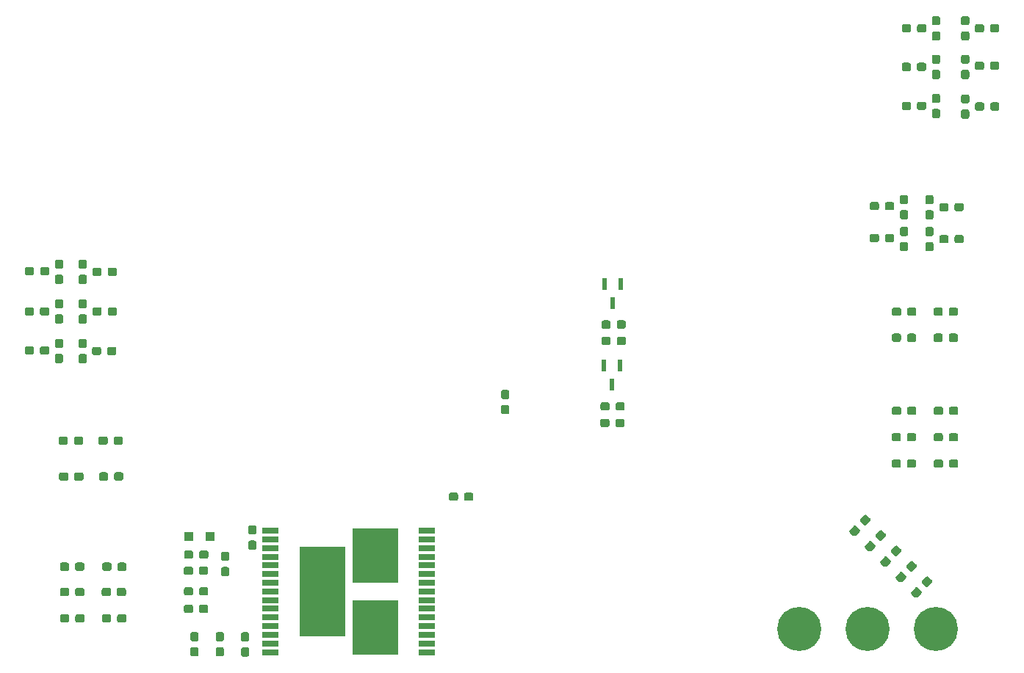
<source format=gbr>
G04 #@! TF.GenerationSoftware,KiCad,Pcbnew,(5.1.5)-2*
G04 #@! TF.CreationDate,2020-02-26T09:46:14-06:00*
G04 #@! TF.ProjectId,ArmBoard_Hardware,41726d42-6f61-4726-945f-486172647761,rev?*
G04 #@! TF.SameCoordinates,Original*
G04 #@! TF.FileFunction,Paste,Top*
G04 #@! TF.FilePolarity,Positive*
%FSLAX46Y46*%
G04 Gerber Fmt 4.6, Leading zero omitted, Abs format (unit mm)*
G04 Created by KiCad (PCBNEW (5.1.5)-2) date 2020-02-26 09:46:14*
%MOMM*%
%LPD*%
G04 APERTURE LIST*
%ADD10C,5.080000*%
%ADD11C,0.100000*%
%ADD12R,0.558800X1.320800*%
%ADD13R,5.257800X6.223000*%
%ADD14R,5.257800X10.312400*%
%ADD15R,1.854200X0.635000*%
%ADD16R,1.000000X1.000000*%
G04 APERTURE END LIST*
D10*
X150749000Y-129540000D03*
X142875000Y-129540000D03*
X135001000Y-129540000D03*
D11*
G36*
X101352779Y-103729144D02*
G01*
X101375834Y-103732563D01*
X101398443Y-103738227D01*
X101420387Y-103746079D01*
X101441457Y-103756044D01*
X101461448Y-103768026D01*
X101480168Y-103781910D01*
X101497438Y-103797562D01*
X101513090Y-103814832D01*
X101526974Y-103833552D01*
X101538956Y-103853543D01*
X101548921Y-103874613D01*
X101556773Y-103896557D01*
X101562437Y-103919166D01*
X101565856Y-103942221D01*
X101567000Y-103965500D01*
X101567000Y-104540500D01*
X101565856Y-104563779D01*
X101562437Y-104586834D01*
X101556773Y-104609443D01*
X101548921Y-104631387D01*
X101538956Y-104652457D01*
X101526974Y-104672448D01*
X101513090Y-104691168D01*
X101497438Y-104708438D01*
X101480168Y-104724090D01*
X101461448Y-104737974D01*
X101441457Y-104749956D01*
X101420387Y-104759921D01*
X101398443Y-104767773D01*
X101375834Y-104773437D01*
X101352779Y-104776856D01*
X101329500Y-104778000D01*
X100854500Y-104778000D01*
X100831221Y-104776856D01*
X100808166Y-104773437D01*
X100785557Y-104767773D01*
X100763613Y-104759921D01*
X100742543Y-104749956D01*
X100722552Y-104737974D01*
X100703832Y-104724090D01*
X100686562Y-104708438D01*
X100670910Y-104691168D01*
X100657026Y-104672448D01*
X100645044Y-104652457D01*
X100635079Y-104631387D01*
X100627227Y-104609443D01*
X100621563Y-104586834D01*
X100618144Y-104563779D01*
X100617000Y-104540500D01*
X100617000Y-103965500D01*
X100618144Y-103942221D01*
X100621563Y-103919166D01*
X100627227Y-103896557D01*
X100635079Y-103874613D01*
X100645044Y-103853543D01*
X100657026Y-103833552D01*
X100670910Y-103814832D01*
X100686562Y-103797562D01*
X100703832Y-103781910D01*
X100722552Y-103768026D01*
X100742543Y-103756044D01*
X100763613Y-103746079D01*
X100785557Y-103738227D01*
X100808166Y-103732563D01*
X100831221Y-103729144D01*
X100854500Y-103728000D01*
X101329500Y-103728000D01*
X101352779Y-103729144D01*
G37*
G36*
X101352779Y-101979144D02*
G01*
X101375834Y-101982563D01*
X101398443Y-101988227D01*
X101420387Y-101996079D01*
X101441457Y-102006044D01*
X101461448Y-102018026D01*
X101480168Y-102031910D01*
X101497438Y-102047562D01*
X101513090Y-102064832D01*
X101526974Y-102083552D01*
X101538956Y-102103543D01*
X101548921Y-102124613D01*
X101556773Y-102146557D01*
X101562437Y-102169166D01*
X101565856Y-102192221D01*
X101567000Y-102215500D01*
X101567000Y-102790500D01*
X101565856Y-102813779D01*
X101562437Y-102836834D01*
X101556773Y-102859443D01*
X101548921Y-102881387D01*
X101538956Y-102902457D01*
X101526974Y-102922448D01*
X101513090Y-102941168D01*
X101497438Y-102958438D01*
X101480168Y-102974090D01*
X101461448Y-102987974D01*
X101441457Y-102999956D01*
X101420387Y-103009921D01*
X101398443Y-103017773D01*
X101375834Y-103023437D01*
X101352779Y-103026856D01*
X101329500Y-103028000D01*
X100854500Y-103028000D01*
X100831221Y-103026856D01*
X100808166Y-103023437D01*
X100785557Y-103017773D01*
X100763613Y-103009921D01*
X100742543Y-102999956D01*
X100722552Y-102987974D01*
X100703832Y-102974090D01*
X100686562Y-102958438D01*
X100670910Y-102941168D01*
X100657026Y-102922448D01*
X100645044Y-102902457D01*
X100635079Y-102881387D01*
X100627227Y-102859443D01*
X100621563Y-102836834D01*
X100618144Y-102813779D01*
X100617000Y-102790500D01*
X100617000Y-102215500D01*
X100618144Y-102192221D01*
X100621563Y-102169166D01*
X100627227Y-102146557D01*
X100635079Y-102124613D01*
X100645044Y-102103543D01*
X100657026Y-102083552D01*
X100670910Y-102064832D01*
X100686562Y-102047562D01*
X100703832Y-102031910D01*
X100722552Y-102018026D01*
X100742543Y-102006044D01*
X100763613Y-101996079D01*
X100785557Y-101988227D01*
X100808166Y-101982563D01*
X100831221Y-101979144D01*
X100854500Y-101978000D01*
X101329500Y-101978000D01*
X101352779Y-101979144D01*
G37*
G36*
X50475779Y-107349144D02*
G01*
X50498834Y-107352563D01*
X50521443Y-107358227D01*
X50543387Y-107366079D01*
X50564457Y-107376044D01*
X50584448Y-107388026D01*
X50603168Y-107401910D01*
X50620438Y-107417562D01*
X50636090Y-107434832D01*
X50649974Y-107453552D01*
X50661956Y-107473543D01*
X50671921Y-107494613D01*
X50679773Y-107516557D01*
X50685437Y-107539166D01*
X50688856Y-107562221D01*
X50690000Y-107585500D01*
X50690000Y-108060500D01*
X50688856Y-108083779D01*
X50685437Y-108106834D01*
X50679773Y-108129443D01*
X50671921Y-108151387D01*
X50661956Y-108172457D01*
X50649974Y-108192448D01*
X50636090Y-108211168D01*
X50620438Y-108228438D01*
X50603168Y-108244090D01*
X50584448Y-108257974D01*
X50564457Y-108269956D01*
X50543387Y-108279921D01*
X50521443Y-108287773D01*
X50498834Y-108293437D01*
X50475779Y-108296856D01*
X50452500Y-108298000D01*
X49877500Y-108298000D01*
X49854221Y-108296856D01*
X49831166Y-108293437D01*
X49808557Y-108287773D01*
X49786613Y-108279921D01*
X49765543Y-108269956D01*
X49745552Y-108257974D01*
X49726832Y-108244090D01*
X49709562Y-108228438D01*
X49693910Y-108211168D01*
X49680026Y-108192448D01*
X49668044Y-108172457D01*
X49658079Y-108151387D01*
X49650227Y-108129443D01*
X49644563Y-108106834D01*
X49641144Y-108083779D01*
X49640000Y-108060500D01*
X49640000Y-107585500D01*
X49641144Y-107562221D01*
X49644563Y-107539166D01*
X49650227Y-107516557D01*
X49658079Y-107494613D01*
X49668044Y-107473543D01*
X49680026Y-107453552D01*
X49693910Y-107434832D01*
X49709562Y-107417562D01*
X49726832Y-107401910D01*
X49745552Y-107388026D01*
X49765543Y-107376044D01*
X49786613Y-107366079D01*
X49808557Y-107358227D01*
X49831166Y-107352563D01*
X49854221Y-107349144D01*
X49877500Y-107348000D01*
X50452500Y-107348000D01*
X50475779Y-107349144D01*
G37*
G36*
X52225779Y-107349144D02*
G01*
X52248834Y-107352563D01*
X52271443Y-107358227D01*
X52293387Y-107366079D01*
X52314457Y-107376044D01*
X52334448Y-107388026D01*
X52353168Y-107401910D01*
X52370438Y-107417562D01*
X52386090Y-107434832D01*
X52399974Y-107453552D01*
X52411956Y-107473543D01*
X52421921Y-107494613D01*
X52429773Y-107516557D01*
X52435437Y-107539166D01*
X52438856Y-107562221D01*
X52440000Y-107585500D01*
X52440000Y-108060500D01*
X52438856Y-108083779D01*
X52435437Y-108106834D01*
X52429773Y-108129443D01*
X52421921Y-108151387D01*
X52411956Y-108172457D01*
X52399974Y-108192448D01*
X52386090Y-108211168D01*
X52370438Y-108228438D01*
X52353168Y-108244090D01*
X52334448Y-108257974D01*
X52314457Y-108269956D01*
X52293387Y-108279921D01*
X52271443Y-108287773D01*
X52248834Y-108293437D01*
X52225779Y-108296856D01*
X52202500Y-108298000D01*
X51627500Y-108298000D01*
X51604221Y-108296856D01*
X51581166Y-108293437D01*
X51558557Y-108287773D01*
X51536613Y-108279921D01*
X51515543Y-108269956D01*
X51495552Y-108257974D01*
X51476832Y-108244090D01*
X51459562Y-108228438D01*
X51443910Y-108211168D01*
X51430026Y-108192448D01*
X51418044Y-108172457D01*
X51408079Y-108151387D01*
X51400227Y-108129443D01*
X51394563Y-108106834D01*
X51391144Y-108083779D01*
X51390000Y-108060500D01*
X51390000Y-107585500D01*
X51391144Y-107562221D01*
X51394563Y-107539166D01*
X51400227Y-107516557D01*
X51408079Y-107494613D01*
X51418044Y-107473543D01*
X51430026Y-107453552D01*
X51443910Y-107434832D01*
X51459562Y-107417562D01*
X51476832Y-107401910D01*
X51495552Y-107388026D01*
X51515543Y-107376044D01*
X51536613Y-107366079D01*
X51558557Y-107358227D01*
X51581166Y-107352563D01*
X51604221Y-107349144D01*
X51627500Y-107348000D01*
X52202500Y-107348000D01*
X52225779Y-107349144D01*
G37*
G36*
X56811779Y-107349144D02*
G01*
X56834834Y-107352563D01*
X56857443Y-107358227D01*
X56879387Y-107366079D01*
X56900457Y-107376044D01*
X56920448Y-107388026D01*
X56939168Y-107401910D01*
X56956438Y-107417562D01*
X56972090Y-107434832D01*
X56985974Y-107453552D01*
X56997956Y-107473543D01*
X57007921Y-107494613D01*
X57015773Y-107516557D01*
X57021437Y-107539166D01*
X57024856Y-107562221D01*
X57026000Y-107585500D01*
X57026000Y-108060500D01*
X57024856Y-108083779D01*
X57021437Y-108106834D01*
X57015773Y-108129443D01*
X57007921Y-108151387D01*
X56997956Y-108172457D01*
X56985974Y-108192448D01*
X56972090Y-108211168D01*
X56956438Y-108228438D01*
X56939168Y-108244090D01*
X56920448Y-108257974D01*
X56900457Y-108269956D01*
X56879387Y-108279921D01*
X56857443Y-108287773D01*
X56834834Y-108293437D01*
X56811779Y-108296856D01*
X56788500Y-108298000D01*
X56213500Y-108298000D01*
X56190221Y-108296856D01*
X56167166Y-108293437D01*
X56144557Y-108287773D01*
X56122613Y-108279921D01*
X56101543Y-108269956D01*
X56081552Y-108257974D01*
X56062832Y-108244090D01*
X56045562Y-108228438D01*
X56029910Y-108211168D01*
X56016026Y-108192448D01*
X56004044Y-108172457D01*
X55994079Y-108151387D01*
X55986227Y-108129443D01*
X55980563Y-108106834D01*
X55977144Y-108083779D01*
X55976000Y-108060500D01*
X55976000Y-107585500D01*
X55977144Y-107562221D01*
X55980563Y-107539166D01*
X55986227Y-107516557D01*
X55994079Y-107494613D01*
X56004044Y-107473543D01*
X56016026Y-107453552D01*
X56029910Y-107434832D01*
X56045562Y-107417562D01*
X56062832Y-107401910D01*
X56081552Y-107388026D01*
X56101543Y-107376044D01*
X56122613Y-107366079D01*
X56144557Y-107358227D01*
X56167166Y-107352563D01*
X56190221Y-107349144D01*
X56213500Y-107348000D01*
X56788500Y-107348000D01*
X56811779Y-107349144D01*
G37*
G36*
X55061779Y-107349144D02*
G01*
X55084834Y-107352563D01*
X55107443Y-107358227D01*
X55129387Y-107366079D01*
X55150457Y-107376044D01*
X55170448Y-107388026D01*
X55189168Y-107401910D01*
X55206438Y-107417562D01*
X55222090Y-107434832D01*
X55235974Y-107453552D01*
X55247956Y-107473543D01*
X55257921Y-107494613D01*
X55265773Y-107516557D01*
X55271437Y-107539166D01*
X55274856Y-107562221D01*
X55276000Y-107585500D01*
X55276000Y-108060500D01*
X55274856Y-108083779D01*
X55271437Y-108106834D01*
X55265773Y-108129443D01*
X55257921Y-108151387D01*
X55247956Y-108172457D01*
X55235974Y-108192448D01*
X55222090Y-108211168D01*
X55206438Y-108228438D01*
X55189168Y-108244090D01*
X55170448Y-108257974D01*
X55150457Y-108269956D01*
X55129387Y-108279921D01*
X55107443Y-108287773D01*
X55084834Y-108293437D01*
X55061779Y-108296856D01*
X55038500Y-108298000D01*
X54463500Y-108298000D01*
X54440221Y-108296856D01*
X54417166Y-108293437D01*
X54394557Y-108287773D01*
X54372613Y-108279921D01*
X54351543Y-108269956D01*
X54331552Y-108257974D01*
X54312832Y-108244090D01*
X54295562Y-108228438D01*
X54279910Y-108211168D01*
X54266026Y-108192448D01*
X54254044Y-108172457D01*
X54244079Y-108151387D01*
X54236227Y-108129443D01*
X54230563Y-108106834D01*
X54227144Y-108083779D01*
X54226000Y-108060500D01*
X54226000Y-107585500D01*
X54227144Y-107562221D01*
X54230563Y-107539166D01*
X54236227Y-107516557D01*
X54244079Y-107494613D01*
X54254044Y-107473543D01*
X54266026Y-107453552D01*
X54279910Y-107434832D01*
X54295562Y-107417562D01*
X54312832Y-107401910D01*
X54331552Y-107388026D01*
X54351543Y-107376044D01*
X54372613Y-107366079D01*
X54394557Y-107358227D01*
X54417166Y-107352563D01*
X54440221Y-107349144D01*
X54463500Y-107348000D01*
X55038500Y-107348000D01*
X55061779Y-107349144D01*
G37*
G36*
X114646279Y-105317144D02*
G01*
X114669334Y-105320563D01*
X114691943Y-105326227D01*
X114713887Y-105334079D01*
X114734957Y-105344044D01*
X114754948Y-105356026D01*
X114773668Y-105369910D01*
X114790938Y-105385562D01*
X114806590Y-105402832D01*
X114820474Y-105421552D01*
X114832456Y-105441543D01*
X114842421Y-105462613D01*
X114850273Y-105484557D01*
X114855937Y-105507166D01*
X114859356Y-105530221D01*
X114860500Y-105553500D01*
X114860500Y-106028500D01*
X114859356Y-106051779D01*
X114855937Y-106074834D01*
X114850273Y-106097443D01*
X114842421Y-106119387D01*
X114832456Y-106140457D01*
X114820474Y-106160448D01*
X114806590Y-106179168D01*
X114790938Y-106196438D01*
X114773668Y-106212090D01*
X114754948Y-106225974D01*
X114734957Y-106237956D01*
X114713887Y-106247921D01*
X114691943Y-106255773D01*
X114669334Y-106261437D01*
X114646279Y-106264856D01*
X114623000Y-106266000D01*
X114048000Y-106266000D01*
X114024721Y-106264856D01*
X114001666Y-106261437D01*
X113979057Y-106255773D01*
X113957113Y-106247921D01*
X113936043Y-106237956D01*
X113916052Y-106225974D01*
X113897332Y-106212090D01*
X113880062Y-106196438D01*
X113864410Y-106179168D01*
X113850526Y-106160448D01*
X113838544Y-106140457D01*
X113828579Y-106119387D01*
X113820727Y-106097443D01*
X113815063Y-106074834D01*
X113811644Y-106051779D01*
X113810500Y-106028500D01*
X113810500Y-105553500D01*
X113811644Y-105530221D01*
X113815063Y-105507166D01*
X113820727Y-105484557D01*
X113828579Y-105462613D01*
X113838544Y-105441543D01*
X113850526Y-105421552D01*
X113864410Y-105402832D01*
X113880062Y-105385562D01*
X113897332Y-105369910D01*
X113916052Y-105356026D01*
X113936043Y-105344044D01*
X113957113Y-105334079D01*
X113979057Y-105326227D01*
X114001666Y-105320563D01*
X114024721Y-105317144D01*
X114048000Y-105316000D01*
X114623000Y-105316000D01*
X114646279Y-105317144D01*
G37*
G36*
X112896279Y-105317144D02*
G01*
X112919334Y-105320563D01*
X112941943Y-105326227D01*
X112963887Y-105334079D01*
X112984957Y-105344044D01*
X113004948Y-105356026D01*
X113023668Y-105369910D01*
X113040938Y-105385562D01*
X113056590Y-105402832D01*
X113070474Y-105421552D01*
X113082456Y-105441543D01*
X113092421Y-105462613D01*
X113100273Y-105484557D01*
X113105937Y-105507166D01*
X113109356Y-105530221D01*
X113110500Y-105553500D01*
X113110500Y-106028500D01*
X113109356Y-106051779D01*
X113105937Y-106074834D01*
X113100273Y-106097443D01*
X113092421Y-106119387D01*
X113082456Y-106140457D01*
X113070474Y-106160448D01*
X113056590Y-106179168D01*
X113040938Y-106196438D01*
X113023668Y-106212090D01*
X113004948Y-106225974D01*
X112984957Y-106237956D01*
X112963887Y-106247921D01*
X112941943Y-106255773D01*
X112919334Y-106261437D01*
X112896279Y-106264856D01*
X112873000Y-106266000D01*
X112298000Y-106266000D01*
X112274721Y-106264856D01*
X112251666Y-106261437D01*
X112229057Y-106255773D01*
X112207113Y-106247921D01*
X112186043Y-106237956D01*
X112166052Y-106225974D01*
X112147332Y-106212090D01*
X112130062Y-106196438D01*
X112114410Y-106179168D01*
X112100526Y-106160448D01*
X112088544Y-106140457D01*
X112078579Y-106119387D01*
X112070727Y-106097443D01*
X112065063Y-106074834D01*
X112061644Y-106051779D01*
X112060500Y-106028500D01*
X112060500Y-105553500D01*
X112061644Y-105530221D01*
X112065063Y-105507166D01*
X112070727Y-105484557D01*
X112078579Y-105462613D01*
X112088544Y-105441543D01*
X112100526Y-105421552D01*
X112114410Y-105402832D01*
X112130062Y-105385562D01*
X112147332Y-105369910D01*
X112166052Y-105356026D01*
X112186043Y-105344044D01*
X112207113Y-105334079D01*
X112229057Y-105326227D01*
X112251666Y-105320563D01*
X112274721Y-105317144D01*
X112298000Y-105316000D01*
X112873000Y-105316000D01*
X112896279Y-105317144D01*
G37*
G36*
X114660279Y-103412144D02*
G01*
X114683334Y-103415563D01*
X114705943Y-103421227D01*
X114727887Y-103429079D01*
X114748957Y-103439044D01*
X114768948Y-103451026D01*
X114787668Y-103464910D01*
X114804938Y-103480562D01*
X114820590Y-103497832D01*
X114834474Y-103516552D01*
X114846456Y-103536543D01*
X114856421Y-103557613D01*
X114864273Y-103579557D01*
X114869937Y-103602166D01*
X114873356Y-103625221D01*
X114874500Y-103648500D01*
X114874500Y-104123500D01*
X114873356Y-104146779D01*
X114869937Y-104169834D01*
X114864273Y-104192443D01*
X114856421Y-104214387D01*
X114846456Y-104235457D01*
X114834474Y-104255448D01*
X114820590Y-104274168D01*
X114804938Y-104291438D01*
X114787668Y-104307090D01*
X114768948Y-104320974D01*
X114748957Y-104332956D01*
X114727887Y-104342921D01*
X114705943Y-104350773D01*
X114683334Y-104356437D01*
X114660279Y-104359856D01*
X114637000Y-104361000D01*
X114062000Y-104361000D01*
X114038721Y-104359856D01*
X114015666Y-104356437D01*
X113993057Y-104350773D01*
X113971113Y-104342921D01*
X113950043Y-104332956D01*
X113930052Y-104320974D01*
X113911332Y-104307090D01*
X113894062Y-104291438D01*
X113878410Y-104274168D01*
X113864526Y-104255448D01*
X113852544Y-104235457D01*
X113842579Y-104214387D01*
X113834727Y-104192443D01*
X113829063Y-104169834D01*
X113825644Y-104146779D01*
X113824500Y-104123500D01*
X113824500Y-103648500D01*
X113825644Y-103625221D01*
X113829063Y-103602166D01*
X113834727Y-103579557D01*
X113842579Y-103557613D01*
X113852544Y-103536543D01*
X113864526Y-103516552D01*
X113878410Y-103497832D01*
X113894062Y-103480562D01*
X113911332Y-103464910D01*
X113930052Y-103451026D01*
X113950043Y-103439044D01*
X113971113Y-103429079D01*
X113993057Y-103421227D01*
X114015666Y-103415563D01*
X114038721Y-103412144D01*
X114062000Y-103411000D01*
X114637000Y-103411000D01*
X114660279Y-103412144D01*
G37*
G36*
X112910279Y-103412144D02*
G01*
X112933334Y-103415563D01*
X112955943Y-103421227D01*
X112977887Y-103429079D01*
X112998957Y-103439044D01*
X113018948Y-103451026D01*
X113037668Y-103464910D01*
X113054938Y-103480562D01*
X113070590Y-103497832D01*
X113084474Y-103516552D01*
X113096456Y-103536543D01*
X113106421Y-103557613D01*
X113114273Y-103579557D01*
X113119937Y-103602166D01*
X113123356Y-103625221D01*
X113124500Y-103648500D01*
X113124500Y-104123500D01*
X113123356Y-104146779D01*
X113119937Y-104169834D01*
X113114273Y-104192443D01*
X113106421Y-104214387D01*
X113096456Y-104235457D01*
X113084474Y-104255448D01*
X113070590Y-104274168D01*
X113054938Y-104291438D01*
X113037668Y-104307090D01*
X113018948Y-104320974D01*
X112998957Y-104332956D01*
X112977887Y-104342921D01*
X112955943Y-104350773D01*
X112933334Y-104356437D01*
X112910279Y-104359856D01*
X112887000Y-104361000D01*
X112312000Y-104361000D01*
X112288721Y-104359856D01*
X112265666Y-104356437D01*
X112243057Y-104350773D01*
X112221113Y-104342921D01*
X112200043Y-104332956D01*
X112180052Y-104320974D01*
X112161332Y-104307090D01*
X112144062Y-104291438D01*
X112128410Y-104274168D01*
X112114526Y-104255448D01*
X112102544Y-104235457D01*
X112092579Y-104214387D01*
X112084727Y-104192443D01*
X112079063Y-104169834D01*
X112075644Y-104146779D01*
X112074500Y-104123500D01*
X112074500Y-103648500D01*
X112075644Y-103625221D01*
X112079063Y-103602166D01*
X112084727Y-103579557D01*
X112092579Y-103557613D01*
X112102544Y-103536543D01*
X112114526Y-103516552D01*
X112128410Y-103497832D01*
X112144062Y-103480562D01*
X112161332Y-103464910D01*
X112180052Y-103451026D01*
X112200043Y-103439044D01*
X112221113Y-103429079D01*
X112243057Y-103421227D01*
X112265666Y-103415563D01*
X112288721Y-103412144D01*
X112312000Y-103411000D01*
X112887000Y-103411000D01*
X112910279Y-103412144D01*
G37*
D12*
X114414300Y-89763600D03*
X112534700Y-89763600D03*
X113474500Y-91948000D03*
X113411000Y-101358700D03*
X112471200Y-99174300D03*
X114350800Y-99174300D03*
D11*
G36*
X71380779Y-131683144D02*
G01*
X71403834Y-131686563D01*
X71426443Y-131692227D01*
X71448387Y-131700079D01*
X71469457Y-131710044D01*
X71489448Y-131722026D01*
X71508168Y-131735910D01*
X71525438Y-131751562D01*
X71541090Y-131768832D01*
X71554974Y-131787552D01*
X71566956Y-131807543D01*
X71576921Y-131828613D01*
X71584773Y-131850557D01*
X71590437Y-131873166D01*
X71593856Y-131896221D01*
X71595000Y-131919500D01*
X71595000Y-132494500D01*
X71593856Y-132517779D01*
X71590437Y-132540834D01*
X71584773Y-132563443D01*
X71576921Y-132585387D01*
X71566956Y-132606457D01*
X71554974Y-132626448D01*
X71541090Y-132645168D01*
X71525438Y-132662438D01*
X71508168Y-132678090D01*
X71489448Y-132691974D01*
X71469457Y-132703956D01*
X71448387Y-132713921D01*
X71426443Y-132721773D01*
X71403834Y-132727437D01*
X71380779Y-132730856D01*
X71357500Y-132732000D01*
X70882500Y-132732000D01*
X70859221Y-132730856D01*
X70836166Y-132727437D01*
X70813557Y-132721773D01*
X70791613Y-132713921D01*
X70770543Y-132703956D01*
X70750552Y-132691974D01*
X70731832Y-132678090D01*
X70714562Y-132662438D01*
X70698910Y-132645168D01*
X70685026Y-132626448D01*
X70673044Y-132606457D01*
X70663079Y-132585387D01*
X70655227Y-132563443D01*
X70649563Y-132540834D01*
X70646144Y-132517779D01*
X70645000Y-132494500D01*
X70645000Y-131919500D01*
X70646144Y-131896221D01*
X70649563Y-131873166D01*
X70655227Y-131850557D01*
X70663079Y-131828613D01*
X70673044Y-131807543D01*
X70685026Y-131787552D01*
X70698910Y-131768832D01*
X70714562Y-131751562D01*
X70731832Y-131735910D01*
X70750552Y-131722026D01*
X70770543Y-131710044D01*
X70791613Y-131700079D01*
X70813557Y-131692227D01*
X70836166Y-131686563D01*
X70859221Y-131683144D01*
X70882500Y-131682000D01*
X71357500Y-131682000D01*
X71380779Y-131683144D01*
G37*
G36*
X71380779Y-129933144D02*
G01*
X71403834Y-129936563D01*
X71426443Y-129942227D01*
X71448387Y-129950079D01*
X71469457Y-129960044D01*
X71489448Y-129972026D01*
X71508168Y-129985910D01*
X71525438Y-130001562D01*
X71541090Y-130018832D01*
X71554974Y-130037552D01*
X71566956Y-130057543D01*
X71576921Y-130078613D01*
X71584773Y-130100557D01*
X71590437Y-130123166D01*
X71593856Y-130146221D01*
X71595000Y-130169500D01*
X71595000Y-130744500D01*
X71593856Y-130767779D01*
X71590437Y-130790834D01*
X71584773Y-130813443D01*
X71576921Y-130835387D01*
X71566956Y-130856457D01*
X71554974Y-130876448D01*
X71541090Y-130895168D01*
X71525438Y-130912438D01*
X71508168Y-130928090D01*
X71489448Y-130941974D01*
X71469457Y-130953956D01*
X71448387Y-130963921D01*
X71426443Y-130971773D01*
X71403834Y-130977437D01*
X71380779Y-130980856D01*
X71357500Y-130982000D01*
X70882500Y-130982000D01*
X70859221Y-130980856D01*
X70836166Y-130977437D01*
X70813557Y-130971773D01*
X70791613Y-130963921D01*
X70770543Y-130953956D01*
X70750552Y-130941974D01*
X70731832Y-130928090D01*
X70714562Y-130912438D01*
X70698910Y-130895168D01*
X70685026Y-130876448D01*
X70673044Y-130856457D01*
X70663079Y-130835387D01*
X70655227Y-130813443D01*
X70649563Y-130790834D01*
X70646144Y-130767779D01*
X70645000Y-130744500D01*
X70645000Y-130169500D01*
X70646144Y-130146221D01*
X70649563Y-130123166D01*
X70655227Y-130100557D01*
X70663079Y-130078613D01*
X70673044Y-130057543D01*
X70685026Y-130037552D01*
X70698910Y-130018832D01*
X70714562Y-130001562D01*
X70731832Y-129985910D01*
X70750552Y-129972026D01*
X70770543Y-129960044D01*
X70791613Y-129950079D01*
X70813557Y-129942227D01*
X70836166Y-129936563D01*
X70859221Y-129933144D01*
X70882500Y-129932000D01*
X71357500Y-129932000D01*
X71380779Y-129933144D01*
G37*
G36*
X57242279Y-121890644D02*
G01*
X57265334Y-121894063D01*
X57287943Y-121899727D01*
X57309887Y-121907579D01*
X57330957Y-121917544D01*
X57350948Y-121929526D01*
X57369668Y-121943410D01*
X57386938Y-121959062D01*
X57402590Y-121976332D01*
X57416474Y-121995052D01*
X57428456Y-122015043D01*
X57438421Y-122036113D01*
X57446273Y-122058057D01*
X57451937Y-122080666D01*
X57455356Y-122103721D01*
X57456500Y-122127000D01*
X57456500Y-122602000D01*
X57455356Y-122625279D01*
X57451937Y-122648334D01*
X57446273Y-122670943D01*
X57438421Y-122692887D01*
X57428456Y-122713957D01*
X57416474Y-122733948D01*
X57402590Y-122752668D01*
X57386938Y-122769938D01*
X57369668Y-122785590D01*
X57350948Y-122799474D01*
X57330957Y-122811456D01*
X57309887Y-122821421D01*
X57287943Y-122829273D01*
X57265334Y-122834937D01*
X57242279Y-122838356D01*
X57219000Y-122839500D01*
X56644000Y-122839500D01*
X56620721Y-122838356D01*
X56597666Y-122834937D01*
X56575057Y-122829273D01*
X56553113Y-122821421D01*
X56532043Y-122811456D01*
X56512052Y-122799474D01*
X56493332Y-122785590D01*
X56476062Y-122769938D01*
X56460410Y-122752668D01*
X56446526Y-122733948D01*
X56434544Y-122713957D01*
X56424579Y-122692887D01*
X56416727Y-122670943D01*
X56411063Y-122648334D01*
X56407644Y-122625279D01*
X56406500Y-122602000D01*
X56406500Y-122127000D01*
X56407644Y-122103721D01*
X56411063Y-122080666D01*
X56416727Y-122058057D01*
X56424579Y-122036113D01*
X56434544Y-122015043D01*
X56446526Y-121995052D01*
X56460410Y-121976332D01*
X56476062Y-121959062D01*
X56493332Y-121943410D01*
X56512052Y-121929526D01*
X56532043Y-121917544D01*
X56553113Y-121907579D01*
X56575057Y-121899727D01*
X56597666Y-121894063D01*
X56620721Y-121890644D01*
X56644000Y-121889500D01*
X57219000Y-121889500D01*
X57242279Y-121890644D01*
G37*
G36*
X55492279Y-121890644D02*
G01*
X55515334Y-121894063D01*
X55537943Y-121899727D01*
X55559887Y-121907579D01*
X55580957Y-121917544D01*
X55600948Y-121929526D01*
X55619668Y-121943410D01*
X55636938Y-121959062D01*
X55652590Y-121976332D01*
X55666474Y-121995052D01*
X55678456Y-122015043D01*
X55688421Y-122036113D01*
X55696273Y-122058057D01*
X55701937Y-122080666D01*
X55705356Y-122103721D01*
X55706500Y-122127000D01*
X55706500Y-122602000D01*
X55705356Y-122625279D01*
X55701937Y-122648334D01*
X55696273Y-122670943D01*
X55688421Y-122692887D01*
X55678456Y-122713957D01*
X55666474Y-122733948D01*
X55652590Y-122752668D01*
X55636938Y-122769938D01*
X55619668Y-122785590D01*
X55600948Y-122799474D01*
X55580957Y-122811456D01*
X55559887Y-122821421D01*
X55537943Y-122829273D01*
X55515334Y-122834937D01*
X55492279Y-122838356D01*
X55469000Y-122839500D01*
X54894000Y-122839500D01*
X54870721Y-122838356D01*
X54847666Y-122834937D01*
X54825057Y-122829273D01*
X54803113Y-122821421D01*
X54782043Y-122811456D01*
X54762052Y-122799474D01*
X54743332Y-122785590D01*
X54726062Y-122769938D01*
X54710410Y-122752668D01*
X54696526Y-122733948D01*
X54684544Y-122713957D01*
X54674579Y-122692887D01*
X54666727Y-122670943D01*
X54661063Y-122648334D01*
X54657644Y-122625279D01*
X54656500Y-122602000D01*
X54656500Y-122127000D01*
X54657644Y-122103721D01*
X54661063Y-122080666D01*
X54666727Y-122058057D01*
X54674579Y-122036113D01*
X54684544Y-122015043D01*
X54696526Y-121995052D01*
X54710410Y-121976332D01*
X54726062Y-121959062D01*
X54743332Y-121943410D01*
X54762052Y-121929526D01*
X54782043Y-121917544D01*
X54803113Y-121907579D01*
X54825057Y-121899727D01*
X54847666Y-121894063D01*
X54870721Y-121890644D01*
X54894000Y-121889500D01*
X55469000Y-121889500D01*
X55492279Y-121890644D01*
G37*
G36*
X52366779Y-121890644D02*
G01*
X52389834Y-121894063D01*
X52412443Y-121899727D01*
X52434387Y-121907579D01*
X52455457Y-121917544D01*
X52475448Y-121929526D01*
X52494168Y-121943410D01*
X52511438Y-121959062D01*
X52527090Y-121976332D01*
X52540974Y-121995052D01*
X52552956Y-122015043D01*
X52562921Y-122036113D01*
X52570773Y-122058057D01*
X52576437Y-122080666D01*
X52579856Y-122103721D01*
X52581000Y-122127000D01*
X52581000Y-122602000D01*
X52579856Y-122625279D01*
X52576437Y-122648334D01*
X52570773Y-122670943D01*
X52562921Y-122692887D01*
X52552956Y-122713957D01*
X52540974Y-122733948D01*
X52527090Y-122752668D01*
X52511438Y-122769938D01*
X52494168Y-122785590D01*
X52475448Y-122799474D01*
X52455457Y-122811456D01*
X52434387Y-122821421D01*
X52412443Y-122829273D01*
X52389834Y-122834937D01*
X52366779Y-122838356D01*
X52343500Y-122839500D01*
X51768500Y-122839500D01*
X51745221Y-122838356D01*
X51722166Y-122834937D01*
X51699557Y-122829273D01*
X51677613Y-122821421D01*
X51656543Y-122811456D01*
X51636552Y-122799474D01*
X51617832Y-122785590D01*
X51600562Y-122769938D01*
X51584910Y-122752668D01*
X51571026Y-122733948D01*
X51559044Y-122713957D01*
X51549079Y-122692887D01*
X51541227Y-122670943D01*
X51535563Y-122648334D01*
X51532144Y-122625279D01*
X51531000Y-122602000D01*
X51531000Y-122127000D01*
X51532144Y-122103721D01*
X51535563Y-122080666D01*
X51541227Y-122058057D01*
X51549079Y-122036113D01*
X51559044Y-122015043D01*
X51571026Y-121995052D01*
X51584910Y-121976332D01*
X51600562Y-121959062D01*
X51617832Y-121943410D01*
X51636552Y-121929526D01*
X51656543Y-121917544D01*
X51677613Y-121907579D01*
X51699557Y-121899727D01*
X51722166Y-121894063D01*
X51745221Y-121890644D01*
X51768500Y-121889500D01*
X52343500Y-121889500D01*
X52366779Y-121890644D01*
G37*
G36*
X50616779Y-121890644D02*
G01*
X50639834Y-121894063D01*
X50662443Y-121899727D01*
X50684387Y-121907579D01*
X50705457Y-121917544D01*
X50725448Y-121929526D01*
X50744168Y-121943410D01*
X50761438Y-121959062D01*
X50777090Y-121976332D01*
X50790974Y-121995052D01*
X50802956Y-122015043D01*
X50812921Y-122036113D01*
X50820773Y-122058057D01*
X50826437Y-122080666D01*
X50829856Y-122103721D01*
X50831000Y-122127000D01*
X50831000Y-122602000D01*
X50829856Y-122625279D01*
X50826437Y-122648334D01*
X50820773Y-122670943D01*
X50812921Y-122692887D01*
X50802956Y-122713957D01*
X50790974Y-122733948D01*
X50777090Y-122752668D01*
X50761438Y-122769938D01*
X50744168Y-122785590D01*
X50725448Y-122799474D01*
X50705457Y-122811456D01*
X50684387Y-122821421D01*
X50662443Y-122829273D01*
X50639834Y-122834937D01*
X50616779Y-122838356D01*
X50593500Y-122839500D01*
X50018500Y-122839500D01*
X49995221Y-122838356D01*
X49972166Y-122834937D01*
X49949557Y-122829273D01*
X49927613Y-122821421D01*
X49906543Y-122811456D01*
X49886552Y-122799474D01*
X49867832Y-122785590D01*
X49850562Y-122769938D01*
X49834910Y-122752668D01*
X49821026Y-122733948D01*
X49809044Y-122713957D01*
X49799079Y-122692887D01*
X49791227Y-122670943D01*
X49785563Y-122648334D01*
X49782144Y-122625279D01*
X49781000Y-122602000D01*
X49781000Y-122127000D01*
X49782144Y-122103721D01*
X49785563Y-122080666D01*
X49791227Y-122058057D01*
X49799079Y-122036113D01*
X49809044Y-122015043D01*
X49821026Y-121995052D01*
X49834910Y-121976332D01*
X49850562Y-121959062D01*
X49867832Y-121943410D01*
X49886552Y-121929526D01*
X49906543Y-121917544D01*
X49927613Y-121907579D01*
X49949557Y-121899727D01*
X49972166Y-121894063D01*
X49995221Y-121890644D01*
X50018500Y-121889500D01*
X50593500Y-121889500D01*
X50616779Y-121890644D01*
G37*
D13*
X86106000Y-129387600D03*
D14*
X80010000Y-125222000D03*
D13*
X86106000Y-121056400D03*
D15*
X92062300Y-118221999D03*
X92062300Y-119221999D03*
X92062300Y-120222000D03*
X92062300Y-121222000D03*
X92062300Y-122222001D03*
X92062300Y-123221999D03*
X92062300Y-124221999D03*
X92062300Y-125222000D03*
X92062300Y-126222001D03*
X92062300Y-127222001D03*
X92062300Y-128221999D03*
X92062300Y-129222000D03*
X92062300Y-130222000D03*
X92062300Y-131222001D03*
X92062300Y-132221999D03*
X74053700Y-132222001D03*
X74053700Y-131222001D03*
X74053700Y-130222000D03*
X74053700Y-129222000D03*
X74053700Y-128221999D03*
X74053700Y-127222001D03*
X74053700Y-126222001D03*
X74053700Y-125222000D03*
X74053700Y-124221999D03*
X74053700Y-123221999D03*
X74053700Y-122222001D03*
X74053700Y-121222000D03*
X74053700Y-120222000D03*
X74053700Y-119221999D03*
X74053700Y-118222001D03*
D11*
G36*
X146759916Y-122947131D02*
G01*
X146782971Y-122950550D01*
X146805580Y-122956214D01*
X146827524Y-122964066D01*
X146848594Y-122974031D01*
X146868585Y-122986013D01*
X146887305Y-122999897D01*
X146904575Y-123015549D01*
X147240451Y-123351425D01*
X147256103Y-123368695D01*
X147269987Y-123387415D01*
X147281969Y-123407406D01*
X147291934Y-123428476D01*
X147299786Y-123450420D01*
X147305450Y-123473029D01*
X147308869Y-123496084D01*
X147310013Y-123519363D01*
X147308869Y-123542642D01*
X147305450Y-123565697D01*
X147299786Y-123588306D01*
X147291934Y-123610250D01*
X147281969Y-123631320D01*
X147269987Y-123651311D01*
X147256103Y-123670031D01*
X147240451Y-123687301D01*
X146833865Y-124093887D01*
X146816595Y-124109539D01*
X146797875Y-124123423D01*
X146777884Y-124135405D01*
X146756814Y-124145370D01*
X146734870Y-124153222D01*
X146712261Y-124158886D01*
X146689206Y-124162305D01*
X146665927Y-124163449D01*
X146642648Y-124162305D01*
X146619593Y-124158886D01*
X146596984Y-124153222D01*
X146575040Y-124145370D01*
X146553970Y-124135405D01*
X146533979Y-124123423D01*
X146515259Y-124109539D01*
X146497989Y-124093887D01*
X146162113Y-123758011D01*
X146146461Y-123740741D01*
X146132577Y-123722021D01*
X146120595Y-123702030D01*
X146110630Y-123680960D01*
X146102778Y-123659016D01*
X146097114Y-123636407D01*
X146093695Y-123613352D01*
X146092551Y-123590073D01*
X146093695Y-123566794D01*
X146097114Y-123543739D01*
X146102778Y-123521130D01*
X146110630Y-123499186D01*
X146120595Y-123478116D01*
X146132577Y-123458125D01*
X146146461Y-123439405D01*
X146162113Y-123422135D01*
X146568699Y-123015549D01*
X146585969Y-122999897D01*
X146604689Y-122986013D01*
X146624680Y-122974031D01*
X146645750Y-122964066D01*
X146667694Y-122956214D01*
X146690303Y-122950550D01*
X146713358Y-122947131D01*
X146736637Y-122945987D01*
X146759916Y-122947131D01*
G37*
G36*
X147997352Y-121709695D02*
G01*
X148020407Y-121713114D01*
X148043016Y-121718778D01*
X148064960Y-121726630D01*
X148086030Y-121736595D01*
X148106021Y-121748577D01*
X148124741Y-121762461D01*
X148142011Y-121778113D01*
X148477887Y-122113989D01*
X148493539Y-122131259D01*
X148507423Y-122149979D01*
X148519405Y-122169970D01*
X148529370Y-122191040D01*
X148537222Y-122212984D01*
X148542886Y-122235593D01*
X148546305Y-122258648D01*
X148547449Y-122281927D01*
X148546305Y-122305206D01*
X148542886Y-122328261D01*
X148537222Y-122350870D01*
X148529370Y-122372814D01*
X148519405Y-122393884D01*
X148507423Y-122413875D01*
X148493539Y-122432595D01*
X148477887Y-122449865D01*
X148071301Y-122856451D01*
X148054031Y-122872103D01*
X148035311Y-122885987D01*
X148015320Y-122897969D01*
X147994250Y-122907934D01*
X147972306Y-122915786D01*
X147949697Y-122921450D01*
X147926642Y-122924869D01*
X147903363Y-122926013D01*
X147880084Y-122924869D01*
X147857029Y-122921450D01*
X147834420Y-122915786D01*
X147812476Y-122907934D01*
X147791406Y-122897969D01*
X147771415Y-122885987D01*
X147752695Y-122872103D01*
X147735425Y-122856451D01*
X147399549Y-122520575D01*
X147383897Y-122503305D01*
X147370013Y-122484585D01*
X147358031Y-122464594D01*
X147348066Y-122443524D01*
X147340214Y-122421580D01*
X147334550Y-122398971D01*
X147331131Y-122375916D01*
X147329987Y-122352637D01*
X147331131Y-122329358D01*
X147334550Y-122306303D01*
X147340214Y-122283694D01*
X147348066Y-122261750D01*
X147358031Y-122240680D01*
X147370013Y-122220689D01*
X147383897Y-122201969D01*
X147399549Y-122184699D01*
X147806135Y-121778113D01*
X147823405Y-121762461D01*
X147842125Y-121748577D01*
X147862116Y-121736595D01*
X147883186Y-121726630D01*
X147905130Y-121718778D01*
X147927739Y-121713114D01*
X147950794Y-121709695D01*
X147974073Y-121708551D01*
X147997352Y-121709695D01*
G37*
G36*
X144441352Y-118153695D02*
G01*
X144464407Y-118157114D01*
X144487016Y-118162778D01*
X144508960Y-118170630D01*
X144530030Y-118180595D01*
X144550021Y-118192577D01*
X144568741Y-118206461D01*
X144586011Y-118222113D01*
X144921887Y-118557989D01*
X144937539Y-118575259D01*
X144951423Y-118593979D01*
X144963405Y-118613970D01*
X144973370Y-118635040D01*
X144981222Y-118656984D01*
X144986886Y-118679593D01*
X144990305Y-118702648D01*
X144991449Y-118725927D01*
X144990305Y-118749206D01*
X144986886Y-118772261D01*
X144981222Y-118794870D01*
X144973370Y-118816814D01*
X144963405Y-118837884D01*
X144951423Y-118857875D01*
X144937539Y-118876595D01*
X144921887Y-118893865D01*
X144515301Y-119300451D01*
X144498031Y-119316103D01*
X144479311Y-119329987D01*
X144459320Y-119341969D01*
X144438250Y-119351934D01*
X144416306Y-119359786D01*
X144393697Y-119365450D01*
X144370642Y-119368869D01*
X144347363Y-119370013D01*
X144324084Y-119368869D01*
X144301029Y-119365450D01*
X144278420Y-119359786D01*
X144256476Y-119351934D01*
X144235406Y-119341969D01*
X144215415Y-119329987D01*
X144196695Y-119316103D01*
X144179425Y-119300451D01*
X143843549Y-118964575D01*
X143827897Y-118947305D01*
X143814013Y-118928585D01*
X143802031Y-118908594D01*
X143792066Y-118887524D01*
X143784214Y-118865580D01*
X143778550Y-118842971D01*
X143775131Y-118819916D01*
X143773987Y-118796637D01*
X143775131Y-118773358D01*
X143778550Y-118750303D01*
X143784214Y-118727694D01*
X143792066Y-118705750D01*
X143802031Y-118684680D01*
X143814013Y-118664689D01*
X143827897Y-118645969D01*
X143843549Y-118628699D01*
X144250135Y-118222113D01*
X144267405Y-118206461D01*
X144286125Y-118192577D01*
X144306116Y-118180595D01*
X144327186Y-118170630D01*
X144349130Y-118162778D01*
X144371739Y-118157114D01*
X144394794Y-118153695D01*
X144418073Y-118152551D01*
X144441352Y-118153695D01*
G37*
G36*
X143203916Y-119391131D02*
G01*
X143226971Y-119394550D01*
X143249580Y-119400214D01*
X143271524Y-119408066D01*
X143292594Y-119418031D01*
X143312585Y-119430013D01*
X143331305Y-119443897D01*
X143348575Y-119459549D01*
X143684451Y-119795425D01*
X143700103Y-119812695D01*
X143713987Y-119831415D01*
X143725969Y-119851406D01*
X143735934Y-119872476D01*
X143743786Y-119894420D01*
X143749450Y-119917029D01*
X143752869Y-119940084D01*
X143754013Y-119963363D01*
X143752869Y-119986642D01*
X143749450Y-120009697D01*
X143743786Y-120032306D01*
X143735934Y-120054250D01*
X143725969Y-120075320D01*
X143713987Y-120095311D01*
X143700103Y-120114031D01*
X143684451Y-120131301D01*
X143277865Y-120537887D01*
X143260595Y-120553539D01*
X143241875Y-120567423D01*
X143221884Y-120579405D01*
X143200814Y-120589370D01*
X143178870Y-120597222D01*
X143156261Y-120602886D01*
X143133206Y-120606305D01*
X143109927Y-120607449D01*
X143086648Y-120606305D01*
X143063593Y-120602886D01*
X143040984Y-120597222D01*
X143019040Y-120589370D01*
X142997970Y-120579405D01*
X142977979Y-120567423D01*
X142959259Y-120553539D01*
X142941989Y-120537887D01*
X142606113Y-120202011D01*
X142590461Y-120184741D01*
X142576577Y-120166021D01*
X142564595Y-120146030D01*
X142554630Y-120124960D01*
X142546778Y-120103016D01*
X142541114Y-120080407D01*
X142537695Y-120057352D01*
X142536551Y-120034073D01*
X142537695Y-120010794D01*
X142541114Y-119987739D01*
X142546778Y-119965130D01*
X142554630Y-119943186D01*
X142564595Y-119922116D01*
X142576577Y-119902125D01*
X142590461Y-119883405D01*
X142606113Y-119866135D01*
X143012699Y-119459549D01*
X143029969Y-119443897D01*
X143048689Y-119430013D01*
X143068680Y-119418031D01*
X143089750Y-119408066D01*
X143111694Y-119400214D01*
X143134303Y-119394550D01*
X143157358Y-119391131D01*
X143180637Y-119389987D01*
X143203916Y-119391131D01*
G37*
G36*
X148537916Y-124725131D02*
G01*
X148560971Y-124728550D01*
X148583580Y-124734214D01*
X148605524Y-124742066D01*
X148626594Y-124752031D01*
X148646585Y-124764013D01*
X148665305Y-124777897D01*
X148682575Y-124793549D01*
X149018451Y-125129425D01*
X149034103Y-125146695D01*
X149047987Y-125165415D01*
X149059969Y-125185406D01*
X149069934Y-125206476D01*
X149077786Y-125228420D01*
X149083450Y-125251029D01*
X149086869Y-125274084D01*
X149088013Y-125297363D01*
X149086869Y-125320642D01*
X149083450Y-125343697D01*
X149077786Y-125366306D01*
X149069934Y-125388250D01*
X149059969Y-125409320D01*
X149047987Y-125429311D01*
X149034103Y-125448031D01*
X149018451Y-125465301D01*
X148611865Y-125871887D01*
X148594595Y-125887539D01*
X148575875Y-125901423D01*
X148555884Y-125913405D01*
X148534814Y-125923370D01*
X148512870Y-125931222D01*
X148490261Y-125936886D01*
X148467206Y-125940305D01*
X148443927Y-125941449D01*
X148420648Y-125940305D01*
X148397593Y-125936886D01*
X148374984Y-125931222D01*
X148353040Y-125923370D01*
X148331970Y-125913405D01*
X148311979Y-125901423D01*
X148293259Y-125887539D01*
X148275989Y-125871887D01*
X147940113Y-125536011D01*
X147924461Y-125518741D01*
X147910577Y-125500021D01*
X147898595Y-125480030D01*
X147888630Y-125458960D01*
X147880778Y-125437016D01*
X147875114Y-125414407D01*
X147871695Y-125391352D01*
X147870551Y-125368073D01*
X147871695Y-125344794D01*
X147875114Y-125321739D01*
X147880778Y-125299130D01*
X147888630Y-125277186D01*
X147898595Y-125256116D01*
X147910577Y-125236125D01*
X147924461Y-125217405D01*
X147940113Y-125200135D01*
X148346699Y-124793549D01*
X148363969Y-124777897D01*
X148382689Y-124764013D01*
X148402680Y-124752031D01*
X148423750Y-124742066D01*
X148445694Y-124734214D01*
X148468303Y-124728550D01*
X148491358Y-124725131D01*
X148514637Y-124723987D01*
X148537916Y-124725131D01*
G37*
G36*
X149775352Y-123487695D02*
G01*
X149798407Y-123491114D01*
X149821016Y-123496778D01*
X149842960Y-123504630D01*
X149864030Y-123514595D01*
X149884021Y-123526577D01*
X149902741Y-123540461D01*
X149920011Y-123556113D01*
X150255887Y-123891989D01*
X150271539Y-123909259D01*
X150285423Y-123927979D01*
X150297405Y-123947970D01*
X150307370Y-123969040D01*
X150315222Y-123990984D01*
X150320886Y-124013593D01*
X150324305Y-124036648D01*
X150325449Y-124059927D01*
X150324305Y-124083206D01*
X150320886Y-124106261D01*
X150315222Y-124128870D01*
X150307370Y-124150814D01*
X150297405Y-124171884D01*
X150285423Y-124191875D01*
X150271539Y-124210595D01*
X150255887Y-124227865D01*
X149849301Y-124634451D01*
X149832031Y-124650103D01*
X149813311Y-124663987D01*
X149793320Y-124675969D01*
X149772250Y-124685934D01*
X149750306Y-124693786D01*
X149727697Y-124699450D01*
X149704642Y-124702869D01*
X149681363Y-124704013D01*
X149658084Y-124702869D01*
X149635029Y-124699450D01*
X149612420Y-124693786D01*
X149590476Y-124685934D01*
X149569406Y-124675969D01*
X149549415Y-124663987D01*
X149530695Y-124650103D01*
X149513425Y-124634451D01*
X149177549Y-124298575D01*
X149161897Y-124281305D01*
X149148013Y-124262585D01*
X149136031Y-124242594D01*
X149126066Y-124221524D01*
X149118214Y-124199580D01*
X149112550Y-124176971D01*
X149109131Y-124153916D01*
X149107987Y-124130637D01*
X149109131Y-124107358D01*
X149112550Y-124084303D01*
X149118214Y-124061694D01*
X149126066Y-124039750D01*
X149136031Y-124018680D01*
X149148013Y-123998689D01*
X149161897Y-123979969D01*
X149177549Y-123962699D01*
X149584135Y-123556113D01*
X149601405Y-123540461D01*
X149620125Y-123526577D01*
X149640116Y-123514595D01*
X149661186Y-123504630D01*
X149683130Y-123496778D01*
X149705739Y-123491114D01*
X149728794Y-123487695D01*
X149752073Y-123486551D01*
X149775352Y-123487695D01*
G37*
G36*
X142663352Y-116375695D02*
G01*
X142686407Y-116379114D01*
X142709016Y-116384778D01*
X142730960Y-116392630D01*
X142752030Y-116402595D01*
X142772021Y-116414577D01*
X142790741Y-116428461D01*
X142808011Y-116444113D01*
X143143887Y-116779989D01*
X143159539Y-116797259D01*
X143173423Y-116815979D01*
X143185405Y-116835970D01*
X143195370Y-116857040D01*
X143203222Y-116878984D01*
X143208886Y-116901593D01*
X143212305Y-116924648D01*
X143213449Y-116947927D01*
X143212305Y-116971206D01*
X143208886Y-116994261D01*
X143203222Y-117016870D01*
X143195370Y-117038814D01*
X143185405Y-117059884D01*
X143173423Y-117079875D01*
X143159539Y-117098595D01*
X143143887Y-117115865D01*
X142737301Y-117522451D01*
X142720031Y-117538103D01*
X142701311Y-117551987D01*
X142681320Y-117563969D01*
X142660250Y-117573934D01*
X142638306Y-117581786D01*
X142615697Y-117587450D01*
X142592642Y-117590869D01*
X142569363Y-117592013D01*
X142546084Y-117590869D01*
X142523029Y-117587450D01*
X142500420Y-117581786D01*
X142478476Y-117573934D01*
X142457406Y-117563969D01*
X142437415Y-117551987D01*
X142418695Y-117538103D01*
X142401425Y-117522451D01*
X142065549Y-117186575D01*
X142049897Y-117169305D01*
X142036013Y-117150585D01*
X142024031Y-117130594D01*
X142014066Y-117109524D01*
X142006214Y-117087580D01*
X142000550Y-117064971D01*
X141997131Y-117041916D01*
X141995987Y-117018637D01*
X141997131Y-116995358D01*
X142000550Y-116972303D01*
X142006214Y-116949694D01*
X142014066Y-116927750D01*
X142024031Y-116906680D01*
X142036013Y-116886689D01*
X142049897Y-116867969D01*
X142065549Y-116850699D01*
X142472135Y-116444113D01*
X142489405Y-116428461D01*
X142508125Y-116414577D01*
X142528116Y-116402595D01*
X142549186Y-116392630D01*
X142571130Y-116384778D01*
X142593739Y-116379114D01*
X142616794Y-116375695D01*
X142640073Y-116374551D01*
X142663352Y-116375695D01*
G37*
G36*
X141425916Y-117613131D02*
G01*
X141448971Y-117616550D01*
X141471580Y-117622214D01*
X141493524Y-117630066D01*
X141514594Y-117640031D01*
X141534585Y-117652013D01*
X141553305Y-117665897D01*
X141570575Y-117681549D01*
X141906451Y-118017425D01*
X141922103Y-118034695D01*
X141935987Y-118053415D01*
X141947969Y-118073406D01*
X141957934Y-118094476D01*
X141965786Y-118116420D01*
X141971450Y-118139029D01*
X141974869Y-118162084D01*
X141976013Y-118185363D01*
X141974869Y-118208642D01*
X141971450Y-118231697D01*
X141965786Y-118254306D01*
X141957934Y-118276250D01*
X141947969Y-118297320D01*
X141935987Y-118317311D01*
X141922103Y-118336031D01*
X141906451Y-118353301D01*
X141499865Y-118759887D01*
X141482595Y-118775539D01*
X141463875Y-118789423D01*
X141443884Y-118801405D01*
X141422814Y-118811370D01*
X141400870Y-118819222D01*
X141378261Y-118824886D01*
X141355206Y-118828305D01*
X141331927Y-118829449D01*
X141308648Y-118828305D01*
X141285593Y-118824886D01*
X141262984Y-118819222D01*
X141241040Y-118811370D01*
X141219970Y-118801405D01*
X141199979Y-118789423D01*
X141181259Y-118775539D01*
X141163989Y-118759887D01*
X140828113Y-118424011D01*
X140812461Y-118406741D01*
X140798577Y-118388021D01*
X140786595Y-118368030D01*
X140776630Y-118346960D01*
X140768778Y-118325016D01*
X140763114Y-118302407D01*
X140759695Y-118279352D01*
X140758551Y-118256073D01*
X140759695Y-118232794D01*
X140763114Y-118209739D01*
X140768778Y-118187130D01*
X140776630Y-118165186D01*
X140786595Y-118144116D01*
X140798577Y-118124125D01*
X140812461Y-118105405D01*
X140828113Y-118088135D01*
X141234699Y-117681549D01*
X141251969Y-117665897D01*
X141270689Y-117652013D01*
X141290680Y-117640031D01*
X141311750Y-117630066D01*
X141333694Y-117622214D01*
X141356303Y-117616550D01*
X141379358Y-117613131D01*
X141402637Y-117611987D01*
X141425916Y-117613131D01*
G37*
G36*
X144981916Y-121169131D02*
G01*
X145004971Y-121172550D01*
X145027580Y-121178214D01*
X145049524Y-121186066D01*
X145070594Y-121196031D01*
X145090585Y-121208013D01*
X145109305Y-121221897D01*
X145126575Y-121237549D01*
X145462451Y-121573425D01*
X145478103Y-121590695D01*
X145491987Y-121609415D01*
X145503969Y-121629406D01*
X145513934Y-121650476D01*
X145521786Y-121672420D01*
X145527450Y-121695029D01*
X145530869Y-121718084D01*
X145532013Y-121741363D01*
X145530869Y-121764642D01*
X145527450Y-121787697D01*
X145521786Y-121810306D01*
X145513934Y-121832250D01*
X145503969Y-121853320D01*
X145491987Y-121873311D01*
X145478103Y-121892031D01*
X145462451Y-121909301D01*
X145055865Y-122315887D01*
X145038595Y-122331539D01*
X145019875Y-122345423D01*
X144999884Y-122357405D01*
X144978814Y-122367370D01*
X144956870Y-122375222D01*
X144934261Y-122380886D01*
X144911206Y-122384305D01*
X144887927Y-122385449D01*
X144864648Y-122384305D01*
X144841593Y-122380886D01*
X144818984Y-122375222D01*
X144797040Y-122367370D01*
X144775970Y-122357405D01*
X144755979Y-122345423D01*
X144737259Y-122331539D01*
X144719989Y-122315887D01*
X144384113Y-121980011D01*
X144368461Y-121962741D01*
X144354577Y-121944021D01*
X144342595Y-121924030D01*
X144332630Y-121902960D01*
X144324778Y-121881016D01*
X144319114Y-121858407D01*
X144315695Y-121835352D01*
X144314551Y-121812073D01*
X144315695Y-121788794D01*
X144319114Y-121765739D01*
X144324778Y-121743130D01*
X144332630Y-121721186D01*
X144342595Y-121700116D01*
X144354577Y-121680125D01*
X144368461Y-121661405D01*
X144384113Y-121644135D01*
X144790699Y-121237549D01*
X144807969Y-121221897D01*
X144826689Y-121208013D01*
X144846680Y-121196031D01*
X144867750Y-121186066D01*
X144889694Y-121178214D01*
X144912303Y-121172550D01*
X144935358Y-121169131D01*
X144958637Y-121167987D01*
X144981916Y-121169131D01*
G37*
G36*
X146219352Y-119931695D02*
G01*
X146242407Y-119935114D01*
X146265016Y-119940778D01*
X146286960Y-119948630D01*
X146308030Y-119958595D01*
X146328021Y-119970577D01*
X146346741Y-119984461D01*
X146364011Y-120000113D01*
X146699887Y-120335989D01*
X146715539Y-120353259D01*
X146729423Y-120371979D01*
X146741405Y-120391970D01*
X146751370Y-120413040D01*
X146759222Y-120434984D01*
X146764886Y-120457593D01*
X146768305Y-120480648D01*
X146769449Y-120503927D01*
X146768305Y-120527206D01*
X146764886Y-120550261D01*
X146759222Y-120572870D01*
X146751370Y-120594814D01*
X146741405Y-120615884D01*
X146729423Y-120635875D01*
X146715539Y-120654595D01*
X146699887Y-120671865D01*
X146293301Y-121078451D01*
X146276031Y-121094103D01*
X146257311Y-121107987D01*
X146237320Y-121119969D01*
X146216250Y-121129934D01*
X146194306Y-121137786D01*
X146171697Y-121143450D01*
X146148642Y-121146869D01*
X146125363Y-121148013D01*
X146102084Y-121146869D01*
X146079029Y-121143450D01*
X146056420Y-121137786D01*
X146034476Y-121129934D01*
X146013406Y-121119969D01*
X145993415Y-121107987D01*
X145974695Y-121094103D01*
X145957425Y-121078451D01*
X145621549Y-120742575D01*
X145605897Y-120725305D01*
X145592013Y-120706585D01*
X145580031Y-120686594D01*
X145570066Y-120665524D01*
X145562214Y-120643580D01*
X145556550Y-120620971D01*
X145553131Y-120597916D01*
X145551987Y-120574637D01*
X145553131Y-120551358D01*
X145556550Y-120528303D01*
X145562214Y-120505694D01*
X145570066Y-120483750D01*
X145580031Y-120462680D01*
X145592013Y-120442689D01*
X145605897Y-120423969D01*
X145621549Y-120406699D01*
X146028135Y-120000113D01*
X146045405Y-119984461D01*
X146064125Y-119970577D01*
X146084116Y-119958595D01*
X146105186Y-119948630D01*
X146127130Y-119940778D01*
X146149739Y-119935114D01*
X146172794Y-119931695D01*
X146196073Y-119930551D01*
X146219352Y-119931695D01*
G37*
G36*
X95447779Y-113826144D02*
G01*
X95470834Y-113829563D01*
X95493443Y-113835227D01*
X95515387Y-113843079D01*
X95536457Y-113853044D01*
X95556448Y-113865026D01*
X95575168Y-113878910D01*
X95592438Y-113894562D01*
X95608090Y-113911832D01*
X95621974Y-113930552D01*
X95633956Y-113950543D01*
X95643921Y-113971613D01*
X95651773Y-113993557D01*
X95657437Y-114016166D01*
X95660856Y-114039221D01*
X95662000Y-114062500D01*
X95662000Y-114537500D01*
X95660856Y-114560779D01*
X95657437Y-114583834D01*
X95651773Y-114606443D01*
X95643921Y-114628387D01*
X95633956Y-114649457D01*
X95621974Y-114669448D01*
X95608090Y-114688168D01*
X95592438Y-114705438D01*
X95575168Y-114721090D01*
X95556448Y-114734974D01*
X95536457Y-114746956D01*
X95515387Y-114756921D01*
X95493443Y-114764773D01*
X95470834Y-114770437D01*
X95447779Y-114773856D01*
X95424500Y-114775000D01*
X94849500Y-114775000D01*
X94826221Y-114773856D01*
X94803166Y-114770437D01*
X94780557Y-114764773D01*
X94758613Y-114756921D01*
X94737543Y-114746956D01*
X94717552Y-114734974D01*
X94698832Y-114721090D01*
X94681562Y-114705438D01*
X94665910Y-114688168D01*
X94652026Y-114669448D01*
X94640044Y-114649457D01*
X94630079Y-114628387D01*
X94622227Y-114606443D01*
X94616563Y-114583834D01*
X94613144Y-114560779D01*
X94612000Y-114537500D01*
X94612000Y-114062500D01*
X94613144Y-114039221D01*
X94616563Y-114016166D01*
X94622227Y-113993557D01*
X94630079Y-113971613D01*
X94640044Y-113950543D01*
X94652026Y-113930552D01*
X94665910Y-113911832D01*
X94681562Y-113894562D01*
X94698832Y-113878910D01*
X94717552Y-113865026D01*
X94737543Y-113853044D01*
X94758613Y-113843079D01*
X94780557Y-113835227D01*
X94803166Y-113829563D01*
X94826221Y-113826144D01*
X94849500Y-113825000D01*
X95424500Y-113825000D01*
X95447779Y-113826144D01*
G37*
G36*
X97197779Y-113826144D02*
G01*
X97220834Y-113829563D01*
X97243443Y-113835227D01*
X97265387Y-113843079D01*
X97286457Y-113853044D01*
X97306448Y-113865026D01*
X97325168Y-113878910D01*
X97342438Y-113894562D01*
X97358090Y-113911832D01*
X97371974Y-113930552D01*
X97383956Y-113950543D01*
X97393921Y-113971613D01*
X97401773Y-113993557D01*
X97407437Y-114016166D01*
X97410856Y-114039221D01*
X97412000Y-114062500D01*
X97412000Y-114537500D01*
X97410856Y-114560779D01*
X97407437Y-114583834D01*
X97401773Y-114606443D01*
X97393921Y-114628387D01*
X97383956Y-114649457D01*
X97371974Y-114669448D01*
X97358090Y-114688168D01*
X97342438Y-114705438D01*
X97325168Y-114721090D01*
X97306448Y-114734974D01*
X97286457Y-114746956D01*
X97265387Y-114756921D01*
X97243443Y-114764773D01*
X97220834Y-114770437D01*
X97197779Y-114773856D01*
X97174500Y-114775000D01*
X96599500Y-114775000D01*
X96576221Y-114773856D01*
X96553166Y-114770437D01*
X96530557Y-114764773D01*
X96508613Y-114756921D01*
X96487543Y-114746956D01*
X96467552Y-114734974D01*
X96448832Y-114721090D01*
X96431562Y-114705438D01*
X96415910Y-114688168D01*
X96402026Y-114669448D01*
X96390044Y-114649457D01*
X96380079Y-114628387D01*
X96372227Y-114606443D01*
X96366563Y-114583834D01*
X96363144Y-114560779D01*
X96362000Y-114537500D01*
X96362000Y-114062500D01*
X96363144Y-114039221D01*
X96366563Y-114016166D01*
X96372227Y-113993557D01*
X96380079Y-113971613D01*
X96390044Y-113950543D01*
X96402026Y-113930552D01*
X96415910Y-113911832D01*
X96431562Y-113894562D01*
X96448832Y-113878910D01*
X96467552Y-113865026D01*
X96487543Y-113853044D01*
X96508613Y-113843079D01*
X96530557Y-113835227D01*
X96553166Y-113829563D01*
X96576221Y-113826144D01*
X96599500Y-113825000D01*
X97174500Y-113825000D01*
X97197779Y-113826144D01*
G37*
G36*
X66666979Y-120506344D02*
G01*
X66690034Y-120509763D01*
X66712643Y-120515427D01*
X66734587Y-120523279D01*
X66755657Y-120533244D01*
X66775648Y-120545226D01*
X66794368Y-120559110D01*
X66811638Y-120574762D01*
X66827290Y-120592032D01*
X66841174Y-120610752D01*
X66853156Y-120630743D01*
X66863121Y-120651813D01*
X66870973Y-120673757D01*
X66876637Y-120696366D01*
X66880056Y-120719421D01*
X66881200Y-120742700D01*
X66881200Y-121217700D01*
X66880056Y-121240979D01*
X66876637Y-121264034D01*
X66870973Y-121286643D01*
X66863121Y-121308587D01*
X66853156Y-121329657D01*
X66841174Y-121349648D01*
X66827290Y-121368368D01*
X66811638Y-121385638D01*
X66794368Y-121401290D01*
X66775648Y-121415174D01*
X66755657Y-121427156D01*
X66734587Y-121437121D01*
X66712643Y-121444973D01*
X66690034Y-121450637D01*
X66666979Y-121454056D01*
X66643700Y-121455200D01*
X66068700Y-121455200D01*
X66045421Y-121454056D01*
X66022366Y-121450637D01*
X65999757Y-121444973D01*
X65977813Y-121437121D01*
X65956743Y-121427156D01*
X65936752Y-121415174D01*
X65918032Y-121401290D01*
X65900762Y-121385638D01*
X65885110Y-121368368D01*
X65871226Y-121349648D01*
X65859244Y-121329657D01*
X65849279Y-121308587D01*
X65841427Y-121286643D01*
X65835763Y-121264034D01*
X65832344Y-121240979D01*
X65831200Y-121217700D01*
X65831200Y-120742700D01*
X65832344Y-120719421D01*
X65835763Y-120696366D01*
X65841427Y-120673757D01*
X65849279Y-120651813D01*
X65859244Y-120630743D01*
X65871226Y-120610752D01*
X65885110Y-120592032D01*
X65900762Y-120574762D01*
X65918032Y-120559110D01*
X65936752Y-120545226D01*
X65956743Y-120533244D01*
X65977813Y-120523279D01*
X65999757Y-120515427D01*
X66022366Y-120509763D01*
X66045421Y-120506344D01*
X66068700Y-120505200D01*
X66643700Y-120505200D01*
X66666979Y-120506344D01*
G37*
G36*
X64916979Y-120506344D02*
G01*
X64940034Y-120509763D01*
X64962643Y-120515427D01*
X64984587Y-120523279D01*
X65005657Y-120533244D01*
X65025648Y-120545226D01*
X65044368Y-120559110D01*
X65061638Y-120574762D01*
X65077290Y-120592032D01*
X65091174Y-120610752D01*
X65103156Y-120630743D01*
X65113121Y-120651813D01*
X65120973Y-120673757D01*
X65126637Y-120696366D01*
X65130056Y-120719421D01*
X65131200Y-120742700D01*
X65131200Y-121217700D01*
X65130056Y-121240979D01*
X65126637Y-121264034D01*
X65120973Y-121286643D01*
X65113121Y-121308587D01*
X65103156Y-121329657D01*
X65091174Y-121349648D01*
X65077290Y-121368368D01*
X65061638Y-121385638D01*
X65044368Y-121401290D01*
X65025648Y-121415174D01*
X65005657Y-121427156D01*
X64984587Y-121437121D01*
X64962643Y-121444973D01*
X64940034Y-121450637D01*
X64916979Y-121454056D01*
X64893700Y-121455200D01*
X64318700Y-121455200D01*
X64295421Y-121454056D01*
X64272366Y-121450637D01*
X64249757Y-121444973D01*
X64227813Y-121437121D01*
X64206743Y-121427156D01*
X64186752Y-121415174D01*
X64168032Y-121401290D01*
X64150762Y-121385638D01*
X64135110Y-121368368D01*
X64121226Y-121349648D01*
X64109244Y-121329657D01*
X64099279Y-121308587D01*
X64091427Y-121286643D01*
X64085763Y-121264034D01*
X64082344Y-121240979D01*
X64081200Y-121217700D01*
X64081200Y-120742700D01*
X64082344Y-120719421D01*
X64085763Y-120696366D01*
X64091427Y-120673757D01*
X64099279Y-120651813D01*
X64109244Y-120630743D01*
X64121226Y-120610752D01*
X64135110Y-120592032D01*
X64150762Y-120574762D01*
X64168032Y-120559110D01*
X64186752Y-120545226D01*
X64206743Y-120533244D01*
X64227813Y-120523279D01*
X64249757Y-120515427D01*
X64272366Y-120509763D01*
X64295421Y-120506344D01*
X64318700Y-120505200D01*
X64893700Y-120505200D01*
X64916979Y-120506344D01*
G37*
D16*
X64586800Y-118897400D03*
X67086800Y-118897400D03*
D11*
G36*
X149408779Y-59787644D02*
G01*
X149431834Y-59791063D01*
X149454443Y-59796727D01*
X149476387Y-59804579D01*
X149497457Y-59814544D01*
X149517448Y-59826526D01*
X149536168Y-59840410D01*
X149553438Y-59856062D01*
X149569090Y-59873332D01*
X149582974Y-59892052D01*
X149594956Y-59912043D01*
X149604921Y-59933113D01*
X149612773Y-59955057D01*
X149618437Y-59977666D01*
X149621856Y-60000721D01*
X149623000Y-60024000D01*
X149623000Y-60499000D01*
X149621856Y-60522279D01*
X149618437Y-60545334D01*
X149612773Y-60567943D01*
X149604921Y-60589887D01*
X149594956Y-60610957D01*
X149582974Y-60630948D01*
X149569090Y-60649668D01*
X149553438Y-60666938D01*
X149536168Y-60682590D01*
X149517448Y-60696474D01*
X149497457Y-60708456D01*
X149476387Y-60718421D01*
X149454443Y-60726273D01*
X149431834Y-60731937D01*
X149408779Y-60735356D01*
X149385500Y-60736500D01*
X148810500Y-60736500D01*
X148787221Y-60735356D01*
X148764166Y-60731937D01*
X148741557Y-60726273D01*
X148719613Y-60718421D01*
X148698543Y-60708456D01*
X148678552Y-60696474D01*
X148659832Y-60682590D01*
X148642562Y-60666938D01*
X148626910Y-60649668D01*
X148613026Y-60630948D01*
X148601044Y-60610957D01*
X148591079Y-60589887D01*
X148583227Y-60567943D01*
X148577563Y-60545334D01*
X148574144Y-60522279D01*
X148573000Y-60499000D01*
X148573000Y-60024000D01*
X148574144Y-60000721D01*
X148577563Y-59977666D01*
X148583227Y-59955057D01*
X148591079Y-59933113D01*
X148601044Y-59912043D01*
X148613026Y-59892052D01*
X148626910Y-59873332D01*
X148642562Y-59856062D01*
X148659832Y-59840410D01*
X148678552Y-59826526D01*
X148698543Y-59814544D01*
X148719613Y-59804579D01*
X148741557Y-59796727D01*
X148764166Y-59791063D01*
X148787221Y-59787644D01*
X148810500Y-59786500D01*
X149385500Y-59786500D01*
X149408779Y-59787644D01*
G37*
G36*
X147658779Y-59787644D02*
G01*
X147681834Y-59791063D01*
X147704443Y-59796727D01*
X147726387Y-59804579D01*
X147747457Y-59814544D01*
X147767448Y-59826526D01*
X147786168Y-59840410D01*
X147803438Y-59856062D01*
X147819090Y-59873332D01*
X147832974Y-59892052D01*
X147844956Y-59912043D01*
X147854921Y-59933113D01*
X147862773Y-59955057D01*
X147868437Y-59977666D01*
X147871856Y-60000721D01*
X147873000Y-60024000D01*
X147873000Y-60499000D01*
X147871856Y-60522279D01*
X147868437Y-60545334D01*
X147862773Y-60567943D01*
X147854921Y-60589887D01*
X147844956Y-60610957D01*
X147832974Y-60630948D01*
X147819090Y-60649668D01*
X147803438Y-60666938D01*
X147786168Y-60682590D01*
X147767448Y-60696474D01*
X147747457Y-60708456D01*
X147726387Y-60718421D01*
X147704443Y-60726273D01*
X147681834Y-60731937D01*
X147658779Y-60735356D01*
X147635500Y-60736500D01*
X147060500Y-60736500D01*
X147037221Y-60735356D01*
X147014166Y-60731937D01*
X146991557Y-60726273D01*
X146969613Y-60718421D01*
X146948543Y-60708456D01*
X146928552Y-60696474D01*
X146909832Y-60682590D01*
X146892562Y-60666938D01*
X146876910Y-60649668D01*
X146863026Y-60630948D01*
X146851044Y-60610957D01*
X146841079Y-60589887D01*
X146833227Y-60567943D01*
X146827563Y-60545334D01*
X146824144Y-60522279D01*
X146823000Y-60499000D01*
X146823000Y-60024000D01*
X146824144Y-60000721D01*
X146827563Y-59977666D01*
X146833227Y-59955057D01*
X146841079Y-59933113D01*
X146851044Y-59912043D01*
X146863026Y-59892052D01*
X146876910Y-59873332D01*
X146892562Y-59856062D01*
X146909832Y-59840410D01*
X146928552Y-59826526D01*
X146948543Y-59814544D01*
X146969613Y-59804579D01*
X146991557Y-59796727D01*
X147014166Y-59791063D01*
X147037221Y-59787644D01*
X147060500Y-59786500D01*
X147635500Y-59786500D01*
X147658779Y-59787644D01*
G37*
G36*
X157826279Y-59787644D02*
G01*
X157849334Y-59791063D01*
X157871943Y-59796727D01*
X157893887Y-59804579D01*
X157914957Y-59814544D01*
X157934948Y-59826526D01*
X157953668Y-59840410D01*
X157970938Y-59856062D01*
X157986590Y-59873332D01*
X158000474Y-59892052D01*
X158012456Y-59912043D01*
X158022421Y-59933113D01*
X158030273Y-59955057D01*
X158035937Y-59977666D01*
X158039356Y-60000721D01*
X158040500Y-60024000D01*
X158040500Y-60499000D01*
X158039356Y-60522279D01*
X158035937Y-60545334D01*
X158030273Y-60567943D01*
X158022421Y-60589887D01*
X158012456Y-60610957D01*
X158000474Y-60630948D01*
X157986590Y-60649668D01*
X157970938Y-60666938D01*
X157953668Y-60682590D01*
X157934948Y-60696474D01*
X157914957Y-60708456D01*
X157893887Y-60718421D01*
X157871943Y-60726273D01*
X157849334Y-60731937D01*
X157826279Y-60735356D01*
X157803000Y-60736500D01*
X157228000Y-60736500D01*
X157204721Y-60735356D01*
X157181666Y-60731937D01*
X157159057Y-60726273D01*
X157137113Y-60718421D01*
X157116043Y-60708456D01*
X157096052Y-60696474D01*
X157077332Y-60682590D01*
X157060062Y-60666938D01*
X157044410Y-60649668D01*
X157030526Y-60630948D01*
X157018544Y-60610957D01*
X157008579Y-60589887D01*
X157000727Y-60567943D01*
X156995063Y-60545334D01*
X156991644Y-60522279D01*
X156990500Y-60499000D01*
X156990500Y-60024000D01*
X156991644Y-60000721D01*
X156995063Y-59977666D01*
X157000727Y-59955057D01*
X157008579Y-59933113D01*
X157018544Y-59912043D01*
X157030526Y-59892052D01*
X157044410Y-59873332D01*
X157060062Y-59856062D01*
X157077332Y-59840410D01*
X157096052Y-59826526D01*
X157116043Y-59814544D01*
X157137113Y-59804579D01*
X157159057Y-59796727D01*
X157181666Y-59791063D01*
X157204721Y-59787644D01*
X157228000Y-59786500D01*
X157803000Y-59786500D01*
X157826279Y-59787644D01*
G37*
G36*
X156076279Y-59787644D02*
G01*
X156099334Y-59791063D01*
X156121943Y-59796727D01*
X156143887Y-59804579D01*
X156164957Y-59814544D01*
X156184948Y-59826526D01*
X156203668Y-59840410D01*
X156220938Y-59856062D01*
X156236590Y-59873332D01*
X156250474Y-59892052D01*
X156262456Y-59912043D01*
X156272421Y-59933113D01*
X156280273Y-59955057D01*
X156285937Y-59977666D01*
X156289356Y-60000721D01*
X156290500Y-60024000D01*
X156290500Y-60499000D01*
X156289356Y-60522279D01*
X156285937Y-60545334D01*
X156280273Y-60567943D01*
X156272421Y-60589887D01*
X156262456Y-60610957D01*
X156250474Y-60630948D01*
X156236590Y-60649668D01*
X156220938Y-60666938D01*
X156203668Y-60682590D01*
X156184948Y-60696474D01*
X156164957Y-60708456D01*
X156143887Y-60718421D01*
X156121943Y-60726273D01*
X156099334Y-60731937D01*
X156076279Y-60735356D01*
X156053000Y-60736500D01*
X155478000Y-60736500D01*
X155454721Y-60735356D01*
X155431666Y-60731937D01*
X155409057Y-60726273D01*
X155387113Y-60718421D01*
X155366043Y-60708456D01*
X155346052Y-60696474D01*
X155327332Y-60682590D01*
X155310062Y-60666938D01*
X155294410Y-60649668D01*
X155280526Y-60630948D01*
X155268544Y-60610957D01*
X155258579Y-60589887D01*
X155250727Y-60567943D01*
X155245063Y-60545334D01*
X155241644Y-60522279D01*
X155240500Y-60499000D01*
X155240500Y-60024000D01*
X155241644Y-60000721D01*
X155245063Y-59977666D01*
X155250727Y-59955057D01*
X155258579Y-59933113D01*
X155268544Y-59912043D01*
X155280526Y-59892052D01*
X155294410Y-59873332D01*
X155310062Y-59856062D01*
X155327332Y-59840410D01*
X155346052Y-59826526D01*
X155366043Y-59814544D01*
X155387113Y-59804579D01*
X155409057Y-59796727D01*
X155431666Y-59791063D01*
X155454721Y-59787644D01*
X155478000Y-59786500D01*
X156053000Y-59786500D01*
X156076279Y-59787644D01*
G37*
G36*
X52266702Y-111490432D02*
G01*
X52289757Y-111493851D01*
X52312366Y-111499515D01*
X52334310Y-111507367D01*
X52355380Y-111517332D01*
X52375371Y-111529314D01*
X52394091Y-111543198D01*
X52411361Y-111558850D01*
X52427013Y-111576120D01*
X52440897Y-111594840D01*
X52452879Y-111614831D01*
X52462844Y-111635901D01*
X52470696Y-111657845D01*
X52476360Y-111680454D01*
X52479779Y-111703509D01*
X52480923Y-111726788D01*
X52480923Y-112201788D01*
X52479779Y-112225067D01*
X52476360Y-112248122D01*
X52470696Y-112270731D01*
X52462844Y-112292675D01*
X52452879Y-112313745D01*
X52440897Y-112333736D01*
X52427013Y-112352456D01*
X52411361Y-112369726D01*
X52394091Y-112385378D01*
X52375371Y-112399262D01*
X52355380Y-112411244D01*
X52334310Y-112421209D01*
X52312366Y-112429061D01*
X52289757Y-112434725D01*
X52266702Y-112438144D01*
X52243423Y-112439288D01*
X51668423Y-112439288D01*
X51645144Y-112438144D01*
X51622089Y-112434725D01*
X51599480Y-112429061D01*
X51577536Y-112421209D01*
X51556466Y-112411244D01*
X51536475Y-112399262D01*
X51517755Y-112385378D01*
X51500485Y-112369726D01*
X51484833Y-112352456D01*
X51470949Y-112333736D01*
X51458967Y-112313745D01*
X51449002Y-112292675D01*
X51441150Y-112270731D01*
X51435486Y-112248122D01*
X51432067Y-112225067D01*
X51430923Y-112201788D01*
X51430923Y-111726788D01*
X51432067Y-111703509D01*
X51435486Y-111680454D01*
X51441150Y-111657845D01*
X51449002Y-111635901D01*
X51458967Y-111614831D01*
X51470949Y-111594840D01*
X51484833Y-111576120D01*
X51500485Y-111558850D01*
X51517755Y-111543198D01*
X51536475Y-111529314D01*
X51556466Y-111517332D01*
X51577536Y-111507367D01*
X51599480Y-111499515D01*
X51622089Y-111493851D01*
X51645144Y-111490432D01*
X51668423Y-111489288D01*
X52243423Y-111489288D01*
X52266702Y-111490432D01*
G37*
G36*
X50516702Y-111490432D02*
G01*
X50539757Y-111493851D01*
X50562366Y-111499515D01*
X50584310Y-111507367D01*
X50605380Y-111517332D01*
X50625371Y-111529314D01*
X50644091Y-111543198D01*
X50661361Y-111558850D01*
X50677013Y-111576120D01*
X50690897Y-111594840D01*
X50702879Y-111614831D01*
X50712844Y-111635901D01*
X50720696Y-111657845D01*
X50726360Y-111680454D01*
X50729779Y-111703509D01*
X50730923Y-111726788D01*
X50730923Y-112201788D01*
X50729779Y-112225067D01*
X50726360Y-112248122D01*
X50720696Y-112270731D01*
X50712844Y-112292675D01*
X50702879Y-112313745D01*
X50690897Y-112333736D01*
X50677013Y-112352456D01*
X50661361Y-112369726D01*
X50644091Y-112385378D01*
X50625371Y-112399262D01*
X50605380Y-112411244D01*
X50584310Y-112421209D01*
X50562366Y-112429061D01*
X50539757Y-112434725D01*
X50516702Y-112438144D01*
X50493423Y-112439288D01*
X49918423Y-112439288D01*
X49895144Y-112438144D01*
X49872089Y-112434725D01*
X49849480Y-112429061D01*
X49827536Y-112421209D01*
X49806466Y-112411244D01*
X49786475Y-112399262D01*
X49767755Y-112385378D01*
X49750485Y-112369726D01*
X49734833Y-112352456D01*
X49720949Y-112333736D01*
X49708967Y-112313745D01*
X49699002Y-112292675D01*
X49691150Y-112270731D01*
X49685486Y-112248122D01*
X49682067Y-112225067D01*
X49680923Y-112201788D01*
X49680923Y-111726788D01*
X49682067Y-111703509D01*
X49685486Y-111680454D01*
X49691150Y-111657845D01*
X49699002Y-111635901D01*
X49708967Y-111614831D01*
X49720949Y-111594840D01*
X49734833Y-111576120D01*
X49750485Y-111558850D01*
X49767755Y-111543198D01*
X49786475Y-111529314D01*
X49806466Y-111517332D01*
X49827536Y-111507367D01*
X49849480Y-111499515D01*
X49872089Y-111493851D01*
X49895144Y-111490432D01*
X49918423Y-111489288D01*
X50493423Y-111489288D01*
X50516702Y-111490432D01*
G37*
G36*
X149394779Y-64232644D02*
G01*
X149417834Y-64236063D01*
X149440443Y-64241727D01*
X149462387Y-64249579D01*
X149483457Y-64259544D01*
X149503448Y-64271526D01*
X149522168Y-64285410D01*
X149539438Y-64301062D01*
X149555090Y-64318332D01*
X149568974Y-64337052D01*
X149580956Y-64357043D01*
X149590921Y-64378113D01*
X149598773Y-64400057D01*
X149604437Y-64422666D01*
X149607856Y-64445721D01*
X149609000Y-64469000D01*
X149609000Y-64944000D01*
X149607856Y-64967279D01*
X149604437Y-64990334D01*
X149598773Y-65012943D01*
X149590921Y-65034887D01*
X149580956Y-65055957D01*
X149568974Y-65075948D01*
X149555090Y-65094668D01*
X149539438Y-65111938D01*
X149522168Y-65127590D01*
X149503448Y-65141474D01*
X149483457Y-65153456D01*
X149462387Y-65163421D01*
X149440443Y-65171273D01*
X149417834Y-65176937D01*
X149394779Y-65180356D01*
X149371500Y-65181500D01*
X148796500Y-65181500D01*
X148773221Y-65180356D01*
X148750166Y-65176937D01*
X148727557Y-65171273D01*
X148705613Y-65163421D01*
X148684543Y-65153456D01*
X148664552Y-65141474D01*
X148645832Y-65127590D01*
X148628562Y-65111938D01*
X148612910Y-65094668D01*
X148599026Y-65075948D01*
X148587044Y-65055957D01*
X148577079Y-65034887D01*
X148569227Y-65012943D01*
X148563563Y-64990334D01*
X148560144Y-64967279D01*
X148559000Y-64944000D01*
X148559000Y-64469000D01*
X148560144Y-64445721D01*
X148563563Y-64422666D01*
X148569227Y-64400057D01*
X148577079Y-64378113D01*
X148587044Y-64357043D01*
X148599026Y-64337052D01*
X148612910Y-64318332D01*
X148628562Y-64301062D01*
X148645832Y-64285410D01*
X148664552Y-64271526D01*
X148684543Y-64259544D01*
X148705613Y-64249579D01*
X148727557Y-64241727D01*
X148750166Y-64236063D01*
X148773221Y-64232644D01*
X148796500Y-64231500D01*
X149371500Y-64231500D01*
X149394779Y-64232644D01*
G37*
G36*
X147644779Y-64232644D02*
G01*
X147667834Y-64236063D01*
X147690443Y-64241727D01*
X147712387Y-64249579D01*
X147733457Y-64259544D01*
X147753448Y-64271526D01*
X147772168Y-64285410D01*
X147789438Y-64301062D01*
X147805090Y-64318332D01*
X147818974Y-64337052D01*
X147830956Y-64357043D01*
X147840921Y-64378113D01*
X147848773Y-64400057D01*
X147854437Y-64422666D01*
X147857856Y-64445721D01*
X147859000Y-64469000D01*
X147859000Y-64944000D01*
X147857856Y-64967279D01*
X147854437Y-64990334D01*
X147848773Y-65012943D01*
X147840921Y-65034887D01*
X147830956Y-65055957D01*
X147818974Y-65075948D01*
X147805090Y-65094668D01*
X147789438Y-65111938D01*
X147772168Y-65127590D01*
X147753448Y-65141474D01*
X147733457Y-65153456D01*
X147712387Y-65163421D01*
X147690443Y-65171273D01*
X147667834Y-65176937D01*
X147644779Y-65180356D01*
X147621500Y-65181500D01*
X147046500Y-65181500D01*
X147023221Y-65180356D01*
X147000166Y-65176937D01*
X146977557Y-65171273D01*
X146955613Y-65163421D01*
X146934543Y-65153456D01*
X146914552Y-65141474D01*
X146895832Y-65127590D01*
X146878562Y-65111938D01*
X146862910Y-65094668D01*
X146849026Y-65075948D01*
X146837044Y-65055957D01*
X146827079Y-65034887D01*
X146819227Y-65012943D01*
X146813563Y-64990334D01*
X146810144Y-64967279D01*
X146809000Y-64944000D01*
X146809000Y-64469000D01*
X146810144Y-64445721D01*
X146813563Y-64422666D01*
X146819227Y-64400057D01*
X146827079Y-64378113D01*
X146837044Y-64357043D01*
X146849026Y-64337052D01*
X146862910Y-64318332D01*
X146878562Y-64301062D01*
X146895832Y-64285410D01*
X146914552Y-64271526D01*
X146934543Y-64259544D01*
X146955613Y-64249579D01*
X146977557Y-64241727D01*
X147000166Y-64236063D01*
X147023221Y-64232644D01*
X147046500Y-64231500D01*
X147621500Y-64231500D01*
X147644779Y-64232644D01*
G37*
G36*
X156076279Y-64105644D02*
G01*
X156099334Y-64109063D01*
X156121943Y-64114727D01*
X156143887Y-64122579D01*
X156164957Y-64132544D01*
X156184948Y-64144526D01*
X156203668Y-64158410D01*
X156220938Y-64174062D01*
X156236590Y-64191332D01*
X156250474Y-64210052D01*
X156262456Y-64230043D01*
X156272421Y-64251113D01*
X156280273Y-64273057D01*
X156285937Y-64295666D01*
X156289356Y-64318721D01*
X156290500Y-64342000D01*
X156290500Y-64817000D01*
X156289356Y-64840279D01*
X156285937Y-64863334D01*
X156280273Y-64885943D01*
X156272421Y-64907887D01*
X156262456Y-64928957D01*
X156250474Y-64948948D01*
X156236590Y-64967668D01*
X156220938Y-64984938D01*
X156203668Y-65000590D01*
X156184948Y-65014474D01*
X156164957Y-65026456D01*
X156143887Y-65036421D01*
X156121943Y-65044273D01*
X156099334Y-65049937D01*
X156076279Y-65053356D01*
X156053000Y-65054500D01*
X155478000Y-65054500D01*
X155454721Y-65053356D01*
X155431666Y-65049937D01*
X155409057Y-65044273D01*
X155387113Y-65036421D01*
X155366043Y-65026456D01*
X155346052Y-65014474D01*
X155327332Y-65000590D01*
X155310062Y-64984938D01*
X155294410Y-64967668D01*
X155280526Y-64948948D01*
X155268544Y-64928957D01*
X155258579Y-64907887D01*
X155250727Y-64885943D01*
X155245063Y-64863334D01*
X155241644Y-64840279D01*
X155240500Y-64817000D01*
X155240500Y-64342000D01*
X155241644Y-64318721D01*
X155245063Y-64295666D01*
X155250727Y-64273057D01*
X155258579Y-64251113D01*
X155268544Y-64230043D01*
X155280526Y-64210052D01*
X155294410Y-64191332D01*
X155310062Y-64174062D01*
X155327332Y-64158410D01*
X155346052Y-64144526D01*
X155366043Y-64132544D01*
X155387113Y-64122579D01*
X155409057Y-64114727D01*
X155431666Y-64109063D01*
X155454721Y-64105644D01*
X155478000Y-64104500D01*
X156053000Y-64104500D01*
X156076279Y-64105644D01*
G37*
G36*
X157826279Y-64105644D02*
G01*
X157849334Y-64109063D01*
X157871943Y-64114727D01*
X157893887Y-64122579D01*
X157914957Y-64132544D01*
X157934948Y-64144526D01*
X157953668Y-64158410D01*
X157970938Y-64174062D01*
X157986590Y-64191332D01*
X158000474Y-64210052D01*
X158012456Y-64230043D01*
X158022421Y-64251113D01*
X158030273Y-64273057D01*
X158035937Y-64295666D01*
X158039356Y-64318721D01*
X158040500Y-64342000D01*
X158040500Y-64817000D01*
X158039356Y-64840279D01*
X158035937Y-64863334D01*
X158030273Y-64885943D01*
X158022421Y-64907887D01*
X158012456Y-64928957D01*
X158000474Y-64948948D01*
X157986590Y-64967668D01*
X157970938Y-64984938D01*
X157953668Y-65000590D01*
X157934948Y-65014474D01*
X157914957Y-65026456D01*
X157893887Y-65036421D01*
X157871943Y-65044273D01*
X157849334Y-65049937D01*
X157826279Y-65053356D01*
X157803000Y-65054500D01*
X157228000Y-65054500D01*
X157204721Y-65053356D01*
X157181666Y-65049937D01*
X157159057Y-65044273D01*
X157137113Y-65036421D01*
X157116043Y-65026456D01*
X157096052Y-65014474D01*
X157077332Y-65000590D01*
X157060062Y-64984938D01*
X157044410Y-64967668D01*
X157030526Y-64948948D01*
X157018544Y-64928957D01*
X157008579Y-64907887D01*
X157000727Y-64885943D01*
X156995063Y-64863334D01*
X156991644Y-64840279D01*
X156990500Y-64817000D01*
X156990500Y-64342000D01*
X156991644Y-64318721D01*
X156995063Y-64295666D01*
X157000727Y-64273057D01*
X157008579Y-64251113D01*
X157018544Y-64230043D01*
X157030526Y-64210052D01*
X157044410Y-64191332D01*
X157060062Y-64174062D01*
X157077332Y-64158410D01*
X157096052Y-64144526D01*
X157116043Y-64132544D01*
X157137113Y-64122579D01*
X157159057Y-64114727D01*
X157181666Y-64109063D01*
X157204721Y-64105644D01*
X157228000Y-64104500D01*
X157803000Y-64104500D01*
X157826279Y-64105644D01*
G37*
G36*
X147644779Y-68741144D02*
G01*
X147667834Y-68744563D01*
X147690443Y-68750227D01*
X147712387Y-68758079D01*
X147733457Y-68768044D01*
X147753448Y-68780026D01*
X147772168Y-68793910D01*
X147789438Y-68809562D01*
X147805090Y-68826832D01*
X147818974Y-68845552D01*
X147830956Y-68865543D01*
X147840921Y-68886613D01*
X147848773Y-68908557D01*
X147854437Y-68931166D01*
X147857856Y-68954221D01*
X147859000Y-68977500D01*
X147859000Y-69452500D01*
X147857856Y-69475779D01*
X147854437Y-69498834D01*
X147848773Y-69521443D01*
X147840921Y-69543387D01*
X147830956Y-69564457D01*
X147818974Y-69584448D01*
X147805090Y-69603168D01*
X147789438Y-69620438D01*
X147772168Y-69636090D01*
X147753448Y-69649974D01*
X147733457Y-69661956D01*
X147712387Y-69671921D01*
X147690443Y-69679773D01*
X147667834Y-69685437D01*
X147644779Y-69688856D01*
X147621500Y-69690000D01*
X147046500Y-69690000D01*
X147023221Y-69688856D01*
X147000166Y-69685437D01*
X146977557Y-69679773D01*
X146955613Y-69671921D01*
X146934543Y-69661956D01*
X146914552Y-69649974D01*
X146895832Y-69636090D01*
X146878562Y-69620438D01*
X146862910Y-69603168D01*
X146849026Y-69584448D01*
X146837044Y-69564457D01*
X146827079Y-69543387D01*
X146819227Y-69521443D01*
X146813563Y-69498834D01*
X146810144Y-69475779D01*
X146809000Y-69452500D01*
X146809000Y-68977500D01*
X146810144Y-68954221D01*
X146813563Y-68931166D01*
X146819227Y-68908557D01*
X146827079Y-68886613D01*
X146837044Y-68865543D01*
X146849026Y-68845552D01*
X146862910Y-68826832D01*
X146878562Y-68809562D01*
X146895832Y-68793910D01*
X146914552Y-68780026D01*
X146934543Y-68768044D01*
X146955613Y-68758079D01*
X146977557Y-68750227D01*
X147000166Y-68744563D01*
X147023221Y-68741144D01*
X147046500Y-68740000D01*
X147621500Y-68740000D01*
X147644779Y-68741144D01*
G37*
G36*
X149394779Y-68741144D02*
G01*
X149417834Y-68744563D01*
X149440443Y-68750227D01*
X149462387Y-68758079D01*
X149483457Y-68768044D01*
X149503448Y-68780026D01*
X149522168Y-68793910D01*
X149539438Y-68809562D01*
X149555090Y-68826832D01*
X149568974Y-68845552D01*
X149580956Y-68865543D01*
X149590921Y-68886613D01*
X149598773Y-68908557D01*
X149604437Y-68931166D01*
X149607856Y-68954221D01*
X149609000Y-68977500D01*
X149609000Y-69452500D01*
X149607856Y-69475779D01*
X149604437Y-69498834D01*
X149598773Y-69521443D01*
X149590921Y-69543387D01*
X149580956Y-69564457D01*
X149568974Y-69584448D01*
X149555090Y-69603168D01*
X149539438Y-69620438D01*
X149522168Y-69636090D01*
X149503448Y-69649974D01*
X149483457Y-69661956D01*
X149462387Y-69671921D01*
X149440443Y-69679773D01*
X149417834Y-69685437D01*
X149394779Y-69688856D01*
X149371500Y-69690000D01*
X148796500Y-69690000D01*
X148773221Y-69688856D01*
X148750166Y-69685437D01*
X148727557Y-69679773D01*
X148705613Y-69671921D01*
X148684543Y-69661956D01*
X148664552Y-69649974D01*
X148645832Y-69636090D01*
X148628562Y-69620438D01*
X148612910Y-69603168D01*
X148599026Y-69584448D01*
X148587044Y-69564457D01*
X148577079Y-69543387D01*
X148569227Y-69521443D01*
X148563563Y-69498834D01*
X148560144Y-69475779D01*
X148559000Y-69452500D01*
X148559000Y-68977500D01*
X148560144Y-68954221D01*
X148563563Y-68931166D01*
X148569227Y-68908557D01*
X148577079Y-68886613D01*
X148587044Y-68865543D01*
X148599026Y-68845552D01*
X148612910Y-68826832D01*
X148628562Y-68809562D01*
X148645832Y-68793910D01*
X148664552Y-68780026D01*
X148684543Y-68768044D01*
X148705613Y-68758079D01*
X148727557Y-68750227D01*
X148750166Y-68744563D01*
X148773221Y-68741144D01*
X148796500Y-68740000D01*
X149371500Y-68740000D01*
X149394779Y-68741144D01*
G37*
G36*
X156090279Y-68804644D02*
G01*
X156113334Y-68808063D01*
X156135943Y-68813727D01*
X156157887Y-68821579D01*
X156178957Y-68831544D01*
X156198948Y-68843526D01*
X156217668Y-68857410D01*
X156234938Y-68873062D01*
X156250590Y-68890332D01*
X156264474Y-68909052D01*
X156276456Y-68929043D01*
X156286421Y-68950113D01*
X156294273Y-68972057D01*
X156299937Y-68994666D01*
X156303356Y-69017721D01*
X156304500Y-69041000D01*
X156304500Y-69516000D01*
X156303356Y-69539279D01*
X156299937Y-69562334D01*
X156294273Y-69584943D01*
X156286421Y-69606887D01*
X156276456Y-69627957D01*
X156264474Y-69647948D01*
X156250590Y-69666668D01*
X156234938Y-69683938D01*
X156217668Y-69699590D01*
X156198948Y-69713474D01*
X156178957Y-69725456D01*
X156157887Y-69735421D01*
X156135943Y-69743273D01*
X156113334Y-69748937D01*
X156090279Y-69752356D01*
X156067000Y-69753500D01*
X155492000Y-69753500D01*
X155468721Y-69752356D01*
X155445666Y-69748937D01*
X155423057Y-69743273D01*
X155401113Y-69735421D01*
X155380043Y-69725456D01*
X155360052Y-69713474D01*
X155341332Y-69699590D01*
X155324062Y-69683938D01*
X155308410Y-69666668D01*
X155294526Y-69647948D01*
X155282544Y-69627957D01*
X155272579Y-69606887D01*
X155264727Y-69584943D01*
X155259063Y-69562334D01*
X155255644Y-69539279D01*
X155254500Y-69516000D01*
X155254500Y-69041000D01*
X155255644Y-69017721D01*
X155259063Y-68994666D01*
X155264727Y-68972057D01*
X155272579Y-68950113D01*
X155282544Y-68929043D01*
X155294526Y-68909052D01*
X155308410Y-68890332D01*
X155324062Y-68873062D01*
X155341332Y-68857410D01*
X155360052Y-68843526D01*
X155380043Y-68831544D01*
X155401113Y-68821579D01*
X155423057Y-68813727D01*
X155445666Y-68808063D01*
X155468721Y-68804644D01*
X155492000Y-68803500D01*
X156067000Y-68803500D01*
X156090279Y-68804644D01*
G37*
G36*
X157840279Y-68804644D02*
G01*
X157863334Y-68808063D01*
X157885943Y-68813727D01*
X157907887Y-68821579D01*
X157928957Y-68831544D01*
X157948948Y-68843526D01*
X157967668Y-68857410D01*
X157984938Y-68873062D01*
X158000590Y-68890332D01*
X158014474Y-68909052D01*
X158026456Y-68929043D01*
X158036421Y-68950113D01*
X158044273Y-68972057D01*
X158049937Y-68994666D01*
X158053356Y-69017721D01*
X158054500Y-69041000D01*
X158054500Y-69516000D01*
X158053356Y-69539279D01*
X158049937Y-69562334D01*
X158044273Y-69584943D01*
X158036421Y-69606887D01*
X158026456Y-69627957D01*
X158014474Y-69647948D01*
X158000590Y-69666668D01*
X157984938Y-69683938D01*
X157967668Y-69699590D01*
X157948948Y-69713474D01*
X157928957Y-69725456D01*
X157907887Y-69735421D01*
X157885943Y-69743273D01*
X157863334Y-69748937D01*
X157840279Y-69752356D01*
X157817000Y-69753500D01*
X157242000Y-69753500D01*
X157218721Y-69752356D01*
X157195666Y-69748937D01*
X157173057Y-69743273D01*
X157151113Y-69735421D01*
X157130043Y-69725456D01*
X157110052Y-69713474D01*
X157091332Y-69699590D01*
X157074062Y-69683938D01*
X157058410Y-69666668D01*
X157044526Y-69647948D01*
X157032544Y-69627957D01*
X157022579Y-69606887D01*
X157014727Y-69584943D01*
X157009063Y-69562334D01*
X157005644Y-69539279D01*
X157004500Y-69516000D01*
X157004500Y-69041000D01*
X157005644Y-69017721D01*
X157009063Y-68994666D01*
X157014727Y-68972057D01*
X157022579Y-68950113D01*
X157032544Y-68929043D01*
X157044526Y-68909052D01*
X157058410Y-68890332D01*
X157074062Y-68873062D01*
X157091332Y-68857410D01*
X157110052Y-68843526D01*
X157130043Y-68831544D01*
X157151113Y-68821579D01*
X157173057Y-68813727D01*
X157195666Y-68808063D01*
X157218721Y-68804644D01*
X157242000Y-68803500D01*
X157817000Y-68803500D01*
X157840279Y-68804644D01*
G37*
G36*
X48329479Y-87803844D02*
G01*
X48352534Y-87807263D01*
X48375143Y-87812927D01*
X48397087Y-87820779D01*
X48418157Y-87830744D01*
X48438148Y-87842726D01*
X48456868Y-87856610D01*
X48474138Y-87872262D01*
X48489790Y-87889532D01*
X48503674Y-87908252D01*
X48515656Y-87928243D01*
X48525621Y-87949313D01*
X48533473Y-87971257D01*
X48539137Y-87993866D01*
X48542556Y-88016921D01*
X48543700Y-88040200D01*
X48543700Y-88515200D01*
X48542556Y-88538479D01*
X48539137Y-88561534D01*
X48533473Y-88584143D01*
X48525621Y-88606087D01*
X48515656Y-88627157D01*
X48503674Y-88647148D01*
X48489790Y-88665868D01*
X48474138Y-88683138D01*
X48456868Y-88698790D01*
X48438148Y-88712674D01*
X48418157Y-88724656D01*
X48397087Y-88734621D01*
X48375143Y-88742473D01*
X48352534Y-88748137D01*
X48329479Y-88751556D01*
X48306200Y-88752700D01*
X47731200Y-88752700D01*
X47707921Y-88751556D01*
X47684866Y-88748137D01*
X47662257Y-88742473D01*
X47640313Y-88734621D01*
X47619243Y-88724656D01*
X47599252Y-88712674D01*
X47580532Y-88698790D01*
X47563262Y-88683138D01*
X47547610Y-88665868D01*
X47533726Y-88647148D01*
X47521744Y-88627157D01*
X47511779Y-88606087D01*
X47503927Y-88584143D01*
X47498263Y-88561534D01*
X47494844Y-88538479D01*
X47493700Y-88515200D01*
X47493700Y-88040200D01*
X47494844Y-88016921D01*
X47498263Y-87993866D01*
X47503927Y-87971257D01*
X47511779Y-87949313D01*
X47521744Y-87928243D01*
X47533726Y-87908252D01*
X47547610Y-87889532D01*
X47563262Y-87872262D01*
X47580532Y-87856610D01*
X47599252Y-87842726D01*
X47619243Y-87830744D01*
X47640313Y-87820779D01*
X47662257Y-87812927D01*
X47684866Y-87807263D01*
X47707921Y-87803844D01*
X47731200Y-87802700D01*
X48306200Y-87802700D01*
X48329479Y-87803844D01*
G37*
G36*
X46579479Y-87803844D02*
G01*
X46602534Y-87807263D01*
X46625143Y-87812927D01*
X46647087Y-87820779D01*
X46668157Y-87830744D01*
X46688148Y-87842726D01*
X46706868Y-87856610D01*
X46724138Y-87872262D01*
X46739790Y-87889532D01*
X46753674Y-87908252D01*
X46765656Y-87928243D01*
X46775621Y-87949313D01*
X46783473Y-87971257D01*
X46789137Y-87993866D01*
X46792556Y-88016921D01*
X46793700Y-88040200D01*
X46793700Y-88515200D01*
X46792556Y-88538479D01*
X46789137Y-88561534D01*
X46783473Y-88584143D01*
X46775621Y-88606087D01*
X46765656Y-88627157D01*
X46753674Y-88647148D01*
X46739790Y-88665868D01*
X46724138Y-88683138D01*
X46706868Y-88698790D01*
X46688148Y-88712674D01*
X46668157Y-88724656D01*
X46647087Y-88734621D01*
X46625143Y-88742473D01*
X46602534Y-88748137D01*
X46579479Y-88751556D01*
X46556200Y-88752700D01*
X45981200Y-88752700D01*
X45957921Y-88751556D01*
X45934866Y-88748137D01*
X45912257Y-88742473D01*
X45890313Y-88734621D01*
X45869243Y-88724656D01*
X45849252Y-88712674D01*
X45830532Y-88698790D01*
X45813262Y-88683138D01*
X45797610Y-88665868D01*
X45783726Y-88647148D01*
X45771744Y-88627157D01*
X45761779Y-88606087D01*
X45753927Y-88584143D01*
X45748263Y-88561534D01*
X45744844Y-88538479D01*
X45743700Y-88515200D01*
X45743700Y-88040200D01*
X45744844Y-88016921D01*
X45748263Y-87993866D01*
X45753927Y-87971257D01*
X45761779Y-87949313D01*
X45771744Y-87928243D01*
X45783726Y-87908252D01*
X45797610Y-87889532D01*
X45813262Y-87872262D01*
X45830532Y-87856610D01*
X45849252Y-87842726D01*
X45869243Y-87830744D01*
X45890313Y-87820779D01*
X45912257Y-87812927D01*
X45934866Y-87807263D01*
X45957921Y-87803844D01*
X45981200Y-87802700D01*
X46556200Y-87802700D01*
X46579479Y-87803844D01*
G37*
G36*
X50630779Y-127859644D02*
G01*
X50653834Y-127863063D01*
X50676443Y-127868727D01*
X50698387Y-127876579D01*
X50719457Y-127886544D01*
X50739448Y-127898526D01*
X50758168Y-127912410D01*
X50775438Y-127928062D01*
X50791090Y-127945332D01*
X50804974Y-127964052D01*
X50816956Y-127984043D01*
X50826921Y-128005113D01*
X50834773Y-128027057D01*
X50840437Y-128049666D01*
X50843856Y-128072721D01*
X50845000Y-128096000D01*
X50845000Y-128571000D01*
X50843856Y-128594279D01*
X50840437Y-128617334D01*
X50834773Y-128639943D01*
X50826921Y-128661887D01*
X50816956Y-128682957D01*
X50804974Y-128702948D01*
X50791090Y-128721668D01*
X50775438Y-128738938D01*
X50758168Y-128754590D01*
X50739448Y-128768474D01*
X50719457Y-128780456D01*
X50698387Y-128790421D01*
X50676443Y-128798273D01*
X50653834Y-128803937D01*
X50630779Y-128807356D01*
X50607500Y-128808500D01*
X50032500Y-128808500D01*
X50009221Y-128807356D01*
X49986166Y-128803937D01*
X49963557Y-128798273D01*
X49941613Y-128790421D01*
X49920543Y-128780456D01*
X49900552Y-128768474D01*
X49881832Y-128754590D01*
X49864562Y-128738938D01*
X49848910Y-128721668D01*
X49835026Y-128702948D01*
X49823044Y-128682957D01*
X49813079Y-128661887D01*
X49805227Y-128639943D01*
X49799563Y-128617334D01*
X49796144Y-128594279D01*
X49795000Y-128571000D01*
X49795000Y-128096000D01*
X49796144Y-128072721D01*
X49799563Y-128049666D01*
X49805227Y-128027057D01*
X49813079Y-128005113D01*
X49823044Y-127984043D01*
X49835026Y-127964052D01*
X49848910Y-127945332D01*
X49864562Y-127928062D01*
X49881832Y-127912410D01*
X49900552Y-127898526D01*
X49920543Y-127886544D01*
X49941613Y-127876579D01*
X49963557Y-127868727D01*
X49986166Y-127863063D01*
X50009221Y-127859644D01*
X50032500Y-127858500D01*
X50607500Y-127858500D01*
X50630779Y-127859644D01*
G37*
G36*
X52380779Y-127859644D02*
G01*
X52403834Y-127863063D01*
X52426443Y-127868727D01*
X52448387Y-127876579D01*
X52469457Y-127886544D01*
X52489448Y-127898526D01*
X52508168Y-127912410D01*
X52525438Y-127928062D01*
X52541090Y-127945332D01*
X52554974Y-127964052D01*
X52566956Y-127984043D01*
X52576921Y-128005113D01*
X52584773Y-128027057D01*
X52590437Y-128049666D01*
X52593856Y-128072721D01*
X52595000Y-128096000D01*
X52595000Y-128571000D01*
X52593856Y-128594279D01*
X52590437Y-128617334D01*
X52584773Y-128639943D01*
X52576921Y-128661887D01*
X52566956Y-128682957D01*
X52554974Y-128702948D01*
X52541090Y-128721668D01*
X52525438Y-128738938D01*
X52508168Y-128754590D01*
X52489448Y-128768474D01*
X52469457Y-128780456D01*
X52448387Y-128790421D01*
X52426443Y-128798273D01*
X52403834Y-128803937D01*
X52380779Y-128807356D01*
X52357500Y-128808500D01*
X51782500Y-128808500D01*
X51759221Y-128807356D01*
X51736166Y-128803937D01*
X51713557Y-128798273D01*
X51691613Y-128790421D01*
X51670543Y-128780456D01*
X51650552Y-128768474D01*
X51631832Y-128754590D01*
X51614562Y-128738938D01*
X51598910Y-128721668D01*
X51585026Y-128702948D01*
X51573044Y-128682957D01*
X51563079Y-128661887D01*
X51555227Y-128639943D01*
X51549563Y-128617334D01*
X51546144Y-128594279D01*
X51545000Y-128571000D01*
X51545000Y-128096000D01*
X51546144Y-128072721D01*
X51549563Y-128049666D01*
X51555227Y-128027057D01*
X51563079Y-128005113D01*
X51573044Y-127984043D01*
X51585026Y-127964052D01*
X51598910Y-127945332D01*
X51614562Y-127928062D01*
X51631832Y-127912410D01*
X51650552Y-127898526D01*
X51670543Y-127886544D01*
X51691613Y-127876579D01*
X51713557Y-127868727D01*
X51736166Y-127863063D01*
X51759221Y-127859644D01*
X51782500Y-127858500D01*
X52357500Y-127858500D01*
X52380779Y-127859644D01*
G37*
G36*
X52366779Y-124811644D02*
G01*
X52389834Y-124815063D01*
X52412443Y-124820727D01*
X52434387Y-124828579D01*
X52455457Y-124838544D01*
X52475448Y-124850526D01*
X52494168Y-124864410D01*
X52511438Y-124880062D01*
X52527090Y-124897332D01*
X52540974Y-124916052D01*
X52552956Y-124936043D01*
X52562921Y-124957113D01*
X52570773Y-124979057D01*
X52576437Y-125001666D01*
X52579856Y-125024721D01*
X52581000Y-125048000D01*
X52581000Y-125523000D01*
X52579856Y-125546279D01*
X52576437Y-125569334D01*
X52570773Y-125591943D01*
X52562921Y-125613887D01*
X52552956Y-125634957D01*
X52540974Y-125654948D01*
X52527090Y-125673668D01*
X52511438Y-125690938D01*
X52494168Y-125706590D01*
X52475448Y-125720474D01*
X52455457Y-125732456D01*
X52434387Y-125742421D01*
X52412443Y-125750273D01*
X52389834Y-125755937D01*
X52366779Y-125759356D01*
X52343500Y-125760500D01*
X51768500Y-125760500D01*
X51745221Y-125759356D01*
X51722166Y-125755937D01*
X51699557Y-125750273D01*
X51677613Y-125742421D01*
X51656543Y-125732456D01*
X51636552Y-125720474D01*
X51617832Y-125706590D01*
X51600562Y-125690938D01*
X51584910Y-125673668D01*
X51571026Y-125654948D01*
X51559044Y-125634957D01*
X51549079Y-125613887D01*
X51541227Y-125591943D01*
X51535563Y-125569334D01*
X51532144Y-125546279D01*
X51531000Y-125523000D01*
X51531000Y-125048000D01*
X51532144Y-125024721D01*
X51535563Y-125001666D01*
X51541227Y-124979057D01*
X51549079Y-124957113D01*
X51559044Y-124936043D01*
X51571026Y-124916052D01*
X51584910Y-124897332D01*
X51600562Y-124880062D01*
X51617832Y-124864410D01*
X51636552Y-124850526D01*
X51656543Y-124838544D01*
X51677613Y-124828579D01*
X51699557Y-124820727D01*
X51722166Y-124815063D01*
X51745221Y-124811644D01*
X51768500Y-124810500D01*
X52343500Y-124810500D01*
X52366779Y-124811644D01*
G37*
G36*
X50616779Y-124811644D02*
G01*
X50639834Y-124815063D01*
X50662443Y-124820727D01*
X50684387Y-124828579D01*
X50705457Y-124838544D01*
X50725448Y-124850526D01*
X50744168Y-124864410D01*
X50761438Y-124880062D01*
X50777090Y-124897332D01*
X50790974Y-124916052D01*
X50802956Y-124936043D01*
X50812921Y-124957113D01*
X50820773Y-124979057D01*
X50826437Y-125001666D01*
X50829856Y-125024721D01*
X50831000Y-125048000D01*
X50831000Y-125523000D01*
X50829856Y-125546279D01*
X50826437Y-125569334D01*
X50820773Y-125591943D01*
X50812921Y-125613887D01*
X50802956Y-125634957D01*
X50790974Y-125654948D01*
X50777090Y-125673668D01*
X50761438Y-125690938D01*
X50744168Y-125706590D01*
X50725448Y-125720474D01*
X50705457Y-125732456D01*
X50684387Y-125742421D01*
X50662443Y-125750273D01*
X50639834Y-125755937D01*
X50616779Y-125759356D01*
X50593500Y-125760500D01*
X50018500Y-125760500D01*
X49995221Y-125759356D01*
X49972166Y-125755937D01*
X49949557Y-125750273D01*
X49927613Y-125742421D01*
X49906543Y-125732456D01*
X49886552Y-125720474D01*
X49867832Y-125706590D01*
X49850562Y-125690938D01*
X49834910Y-125673668D01*
X49821026Y-125654948D01*
X49809044Y-125634957D01*
X49799079Y-125613887D01*
X49791227Y-125591943D01*
X49785563Y-125569334D01*
X49782144Y-125546279D01*
X49781000Y-125523000D01*
X49781000Y-125048000D01*
X49782144Y-125024721D01*
X49785563Y-125001666D01*
X49791227Y-124979057D01*
X49799079Y-124957113D01*
X49809044Y-124936043D01*
X49821026Y-124916052D01*
X49834910Y-124897332D01*
X49850562Y-124880062D01*
X49867832Y-124864410D01*
X49886552Y-124850526D01*
X49906543Y-124838544D01*
X49927613Y-124828579D01*
X49949557Y-124820727D01*
X49972166Y-124815063D01*
X49995221Y-124811644D01*
X50018500Y-124810500D01*
X50593500Y-124810500D01*
X50616779Y-124811644D01*
G37*
G36*
X56111979Y-87867344D02*
G01*
X56135034Y-87870763D01*
X56157643Y-87876427D01*
X56179587Y-87884279D01*
X56200657Y-87894244D01*
X56220648Y-87906226D01*
X56239368Y-87920110D01*
X56256638Y-87935762D01*
X56272290Y-87953032D01*
X56286174Y-87971752D01*
X56298156Y-87991743D01*
X56308121Y-88012813D01*
X56315973Y-88034757D01*
X56321637Y-88057366D01*
X56325056Y-88080421D01*
X56326200Y-88103700D01*
X56326200Y-88578700D01*
X56325056Y-88601979D01*
X56321637Y-88625034D01*
X56315973Y-88647643D01*
X56308121Y-88669587D01*
X56298156Y-88690657D01*
X56286174Y-88710648D01*
X56272290Y-88729368D01*
X56256638Y-88746638D01*
X56239368Y-88762290D01*
X56220648Y-88776174D01*
X56200657Y-88788156D01*
X56179587Y-88798121D01*
X56157643Y-88805973D01*
X56135034Y-88811637D01*
X56111979Y-88815056D01*
X56088700Y-88816200D01*
X55513700Y-88816200D01*
X55490421Y-88815056D01*
X55467366Y-88811637D01*
X55444757Y-88805973D01*
X55422813Y-88798121D01*
X55401743Y-88788156D01*
X55381752Y-88776174D01*
X55363032Y-88762290D01*
X55345762Y-88746638D01*
X55330110Y-88729368D01*
X55316226Y-88710648D01*
X55304244Y-88690657D01*
X55294279Y-88669587D01*
X55286427Y-88647643D01*
X55280763Y-88625034D01*
X55277344Y-88601979D01*
X55276200Y-88578700D01*
X55276200Y-88103700D01*
X55277344Y-88080421D01*
X55280763Y-88057366D01*
X55286427Y-88034757D01*
X55294279Y-88012813D01*
X55304244Y-87991743D01*
X55316226Y-87971752D01*
X55330110Y-87953032D01*
X55345762Y-87935762D01*
X55363032Y-87920110D01*
X55381752Y-87906226D01*
X55401743Y-87894244D01*
X55422813Y-87884279D01*
X55444757Y-87876427D01*
X55467366Y-87870763D01*
X55490421Y-87867344D01*
X55513700Y-87866200D01*
X56088700Y-87866200D01*
X56111979Y-87867344D01*
G37*
G36*
X54361979Y-87867344D02*
G01*
X54385034Y-87870763D01*
X54407643Y-87876427D01*
X54429587Y-87884279D01*
X54450657Y-87894244D01*
X54470648Y-87906226D01*
X54489368Y-87920110D01*
X54506638Y-87935762D01*
X54522290Y-87953032D01*
X54536174Y-87971752D01*
X54548156Y-87991743D01*
X54558121Y-88012813D01*
X54565973Y-88034757D01*
X54571637Y-88057366D01*
X54575056Y-88080421D01*
X54576200Y-88103700D01*
X54576200Y-88578700D01*
X54575056Y-88601979D01*
X54571637Y-88625034D01*
X54565973Y-88647643D01*
X54558121Y-88669587D01*
X54548156Y-88690657D01*
X54536174Y-88710648D01*
X54522290Y-88729368D01*
X54506638Y-88746638D01*
X54489368Y-88762290D01*
X54470648Y-88776174D01*
X54450657Y-88788156D01*
X54429587Y-88798121D01*
X54407643Y-88805973D01*
X54385034Y-88811637D01*
X54361979Y-88815056D01*
X54338700Y-88816200D01*
X53763700Y-88816200D01*
X53740421Y-88815056D01*
X53717366Y-88811637D01*
X53694757Y-88805973D01*
X53672813Y-88798121D01*
X53651743Y-88788156D01*
X53631752Y-88776174D01*
X53613032Y-88762290D01*
X53595762Y-88746638D01*
X53580110Y-88729368D01*
X53566226Y-88710648D01*
X53554244Y-88690657D01*
X53544279Y-88669587D01*
X53536427Y-88647643D01*
X53530763Y-88625034D01*
X53527344Y-88601979D01*
X53526200Y-88578700D01*
X53526200Y-88103700D01*
X53527344Y-88080421D01*
X53530763Y-88057366D01*
X53536427Y-88034757D01*
X53544279Y-88012813D01*
X53554244Y-87991743D01*
X53566226Y-87971752D01*
X53580110Y-87953032D01*
X53595762Y-87935762D01*
X53613032Y-87920110D01*
X53631752Y-87906226D01*
X53651743Y-87894244D01*
X53672813Y-87884279D01*
X53694757Y-87876427D01*
X53717366Y-87870763D01*
X53740421Y-87867344D01*
X53763700Y-87866200D01*
X54338700Y-87866200D01*
X54361979Y-87867344D01*
G37*
G36*
X46565479Y-92439344D02*
G01*
X46588534Y-92442763D01*
X46611143Y-92448427D01*
X46633087Y-92456279D01*
X46654157Y-92466244D01*
X46674148Y-92478226D01*
X46692868Y-92492110D01*
X46710138Y-92507762D01*
X46725790Y-92525032D01*
X46739674Y-92543752D01*
X46751656Y-92563743D01*
X46761621Y-92584813D01*
X46769473Y-92606757D01*
X46775137Y-92629366D01*
X46778556Y-92652421D01*
X46779700Y-92675700D01*
X46779700Y-93150700D01*
X46778556Y-93173979D01*
X46775137Y-93197034D01*
X46769473Y-93219643D01*
X46761621Y-93241587D01*
X46751656Y-93262657D01*
X46739674Y-93282648D01*
X46725790Y-93301368D01*
X46710138Y-93318638D01*
X46692868Y-93334290D01*
X46674148Y-93348174D01*
X46654157Y-93360156D01*
X46633087Y-93370121D01*
X46611143Y-93377973D01*
X46588534Y-93383637D01*
X46565479Y-93387056D01*
X46542200Y-93388200D01*
X45967200Y-93388200D01*
X45943921Y-93387056D01*
X45920866Y-93383637D01*
X45898257Y-93377973D01*
X45876313Y-93370121D01*
X45855243Y-93360156D01*
X45835252Y-93348174D01*
X45816532Y-93334290D01*
X45799262Y-93318638D01*
X45783610Y-93301368D01*
X45769726Y-93282648D01*
X45757744Y-93262657D01*
X45747779Y-93241587D01*
X45739927Y-93219643D01*
X45734263Y-93197034D01*
X45730844Y-93173979D01*
X45729700Y-93150700D01*
X45729700Y-92675700D01*
X45730844Y-92652421D01*
X45734263Y-92629366D01*
X45739927Y-92606757D01*
X45747779Y-92584813D01*
X45757744Y-92563743D01*
X45769726Y-92543752D01*
X45783610Y-92525032D01*
X45799262Y-92507762D01*
X45816532Y-92492110D01*
X45835252Y-92478226D01*
X45855243Y-92466244D01*
X45876313Y-92456279D01*
X45898257Y-92448427D01*
X45920866Y-92442763D01*
X45943921Y-92439344D01*
X45967200Y-92438200D01*
X46542200Y-92438200D01*
X46565479Y-92439344D01*
G37*
G36*
X48315479Y-92439344D02*
G01*
X48338534Y-92442763D01*
X48361143Y-92448427D01*
X48383087Y-92456279D01*
X48404157Y-92466244D01*
X48424148Y-92478226D01*
X48442868Y-92492110D01*
X48460138Y-92507762D01*
X48475790Y-92525032D01*
X48489674Y-92543752D01*
X48501656Y-92563743D01*
X48511621Y-92584813D01*
X48519473Y-92606757D01*
X48525137Y-92629366D01*
X48528556Y-92652421D01*
X48529700Y-92675700D01*
X48529700Y-93150700D01*
X48528556Y-93173979D01*
X48525137Y-93197034D01*
X48519473Y-93219643D01*
X48511621Y-93241587D01*
X48501656Y-93262657D01*
X48489674Y-93282648D01*
X48475790Y-93301368D01*
X48460138Y-93318638D01*
X48442868Y-93334290D01*
X48424148Y-93348174D01*
X48404157Y-93360156D01*
X48383087Y-93370121D01*
X48361143Y-93377973D01*
X48338534Y-93383637D01*
X48315479Y-93387056D01*
X48292200Y-93388200D01*
X47717200Y-93388200D01*
X47693921Y-93387056D01*
X47670866Y-93383637D01*
X47648257Y-93377973D01*
X47626313Y-93370121D01*
X47605243Y-93360156D01*
X47585252Y-93348174D01*
X47566532Y-93334290D01*
X47549262Y-93318638D01*
X47533610Y-93301368D01*
X47519726Y-93282648D01*
X47507744Y-93262657D01*
X47497779Y-93241587D01*
X47489927Y-93219643D01*
X47484263Y-93197034D01*
X47480844Y-93173979D01*
X47479700Y-93150700D01*
X47479700Y-92675700D01*
X47480844Y-92652421D01*
X47484263Y-92629366D01*
X47489927Y-92606757D01*
X47497779Y-92584813D01*
X47507744Y-92563743D01*
X47519726Y-92543752D01*
X47533610Y-92525032D01*
X47549262Y-92507762D01*
X47566532Y-92492110D01*
X47585252Y-92478226D01*
X47605243Y-92466244D01*
X47626313Y-92456279D01*
X47648257Y-92448427D01*
X47670866Y-92442763D01*
X47693921Y-92439344D01*
X47717200Y-92438200D01*
X48292200Y-92438200D01*
X48315479Y-92439344D01*
G37*
G36*
X56125979Y-92439344D02*
G01*
X56149034Y-92442763D01*
X56171643Y-92448427D01*
X56193587Y-92456279D01*
X56214657Y-92466244D01*
X56234648Y-92478226D01*
X56253368Y-92492110D01*
X56270638Y-92507762D01*
X56286290Y-92525032D01*
X56300174Y-92543752D01*
X56312156Y-92563743D01*
X56322121Y-92584813D01*
X56329973Y-92606757D01*
X56335637Y-92629366D01*
X56339056Y-92652421D01*
X56340200Y-92675700D01*
X56340200Y-93150700D01*
X56339056Y-93173979D01*
X56335637Y-93197034D01*
X56329973Y-93219643D01*
X56322121Y-93241587D01*
X56312156Y-93262657D01*
X56300174Y-93282648D01*
X56286290Y-93301368D01*
X56270638Y-93318638D01*
X56253368Y-93334290D01*
X56234648Y-93348174D01*
X56214657Y-93360156D01*
X56193587Y-93370121D01*
X56171643Y-93377973D01*
X56149034Y-93383637D01*
X56125979Y-93387056D01*
X56102700Y-93388200D01*
X55527700Y-93388200D01*
X55504421Y-93387056D01*
X55481366Y-93383637D01*
X55458757Y-93377973D01*
X55436813Y-93370121D01*
X55415743Y-93360156D01*
X55395752Y-93348174D01*
X55377032Y-93334290D01*
X55359762Y-93318638D01*
X55344110Y-93301368D01*
X55330226Y-93282648D01*
X55318244Y-93262657D01*
X55308279Y-93241587D01*
X55300427Y-93219643D01*
X55294763Y-93197034D01*
X55291344Y-93173979D01*
X55290200Y-93150700D01*
X55290200Y-92675700D01*
X55291344Y-92652421D01*
X55294763Y-92629366D01*
X55300427Y-92606757D01*
X55308279Y-92584813D01*
X55318244Y-92563743D01*
X55330226Y-92543752D01*
X55344110Y-92525032D01*
X55359762Y-92507762D01*
X55377032Y-92492110D01*
X55395752Y-92478226D01*
X55415743Y-92466244D01*
X55436813Y-92456279D01*
X55458757Y-92448427D01*
X55481366Y-92442763D01*
X55504421Y-92439344D01*
X55527700Y-92438200D01*
X56102700Y-92438200D01*
X56125979Y-92439344D01*
G37*
G36*
X54375979Y-92439344D02*
G01*
X54399034Y-92442763D01*
X54421643Y-92448427D01*
X54443587Y-92456279D01*
X54464657Y-92466244D01*
X54484648Y-92478226D01*
X54503368Y-92492110D01*
X54520638Y-92507762D01*
X54536290Y-92525032D01*
X54550174Y-92543752D01*
X54562156Y-92563743D01*
X54572121Y-92584813D01*
X54579973Y-92606757D01*
X54585637Y-92629366D01*
X54589056Y-92652421D01*
X54590200Y-92675700D01*
X54590200Y-93150700D01*
X54589056Y-93173979D01*
X54585637Y-93197034D01*
X54579973Y-93219643D01*
X54572121Y-93241587D01*
X54562156Y-93262657D01*
X54550174Y-93282648D01*
X54536290Y-93301368D01*
X54520638Y-93318638D01*
X54503368Y-93334290D01*
X54484648Y-93348174D01*
X54464657Y-93360156D01*
X54443587Y-93370121D01*
X54421643Y-93377973D01*
X54399034Y-93383637D01*
X54375979Y-93387056D01*
X54352700Y-93388200D01*
X53777700Y-93388200D01*
X53754421Y-93387056D01*
X53731366Y-93383637D01*
X53708757Y-93377973D01*
X53686813Y-93370121D01*
X53665743Y-93360156D01*
X53645752Y-93348174D01*
X53627032Y-93334290D01*
X53609762Y-93318638D01*
X53594110Y-93301368D01*
X53580226Y-93282648D01*
X53568244Y-93262657D01*
X53558279Y-93241587D01*
X53550427Y-93219643D01*
X53544763Y-93197034D01*
X53541344Y-93173979D01*
X53540200Y-93150700D01*
X53540200Y-92675700D01*
X53541344Y-92652421D01*
X53544763Y-92629366D01*
X53550427Y-92606757D01*
X53558279Y-92584813D01*
X53568244Y-92563743D01*
X53580226Y-92543752D01*
X53594110Y-92525032D01*
X53609762Y-92507762D01*
X53627032Y-92492110D01*
X53645752Y-92478226D01*
X53665743Y-92466244D01*
X53686813Y-92456279D01*
X53708757Y-92448427D01*
X53731366Y-92442763D01*
X53754421Y-92439344D01*
X53777700Y-92438200D01*
X54352700Y-92438200D01*
X54375979Y-92439344D01*
G37*
G36*
X151313779Y-92490144D02*
G01*
X151336834Y-92493563D01*
X151359443Y-92499227D01*
X151381387Y-92507079D01*
X151402457Y-92517044D01*
X151422448Y-92529026D01*
X151441168Y-92542910D01*
X151458438Y-92558562D01*
X151474090Y-92575832D01*
X151487974Y-92594552D01*
X151499956Y-92614543D01*
X151509921Y-92635613D01*
X151517773Y-92657557D01*
X151523437Y-92680166D01*
X151526856Y-92703221D01*
X151528000Y-92726500D01*
X151528000Y-93201500D01*
X151526856Y-93224779D01*
X151523437Y-93247834D01*
X151517773Y-93270443D01*
X151509921Y-93292387D01*
X151499956Y-93313457D01*
X151487974Y-93333448D01*
X151474090Y-93352168D01*
X151458438Y-93369438D01*
X151441168Y-93385090D01*
X151422448Y-93398974D01*
X151402457Y-93410956D01*
X151381387Y-93420921D01*
X151359443Y-93428773D01*
X151336834Y-93434437D01*
X151313779Y-93437856D01*
X151290500Y-93439000D01*
X150715500Y-93439000D01*
X150692221Y-93437856D01*
X150669166Y-93434437D01*
X150646557Y-93428773D01*
X150624613Y-93420921D01*
X150603543Y-93410956D01*
X150583552Y-93398974D01*
X150564832Y-93385090D01*
X150547562Y-93369438D01*
X150531910Y-93352168D01*
X150518026Y-93333448D01*
X150506044Y-93313457D01*
X150496079Y-93292387D01*
X150488227Y-93270443D01*
X150482563Y-93247834D01*
X150479144Y-93224779D01*
X150478000Y-93201500D01*
X150478000Y-92726500D01*
X150479144Y-92703221D01*
X150482563Y-92680166D01*
X150488227Y-92657557D01*
X150496079Y-92635613D01*
X150506044Y-92614543D01*
X150518026Y-92594552D01*
X150531910Y-92575832D01*
X150547562Y-92558562D01*
X150564832Y-92542910D01*
X150583552Y-92529026D01*
X150603543Y-92517044D01*
X150624613Y-92507079D01*
X150646557Y-92499227D01*
X150669166Y-92493563D01*
X150692221Y-92490144D01*
X150715500Y-92489000D01*
X151290500Y-92489000D01*
X151313779Y-92490144D01*
G37*
G36*
X153063779Y-92490144D02*
G01*
X153086834Y-92493563D01*
X153109443Y-92499227D01*
X153131387Y-92507079D01*
X153152457Y-92517044D01*
X153172448Y-92529026D01*
X153191168Y-92542910D01*
X153208438Y-92558562D01*
X153224090Y-92575832D01*
X153237974Y-92594552D01*
X153249956Y-92614543D01*
X153259921Y-92635613D01*
X153267773Y-92657557D01*
X153273437Y-92680166D01*
X153276856Y-92703221D01*
X153278000Y-92726500D01*
X153278000Y-93201500D01*
X153276856Y-93224779D01*
X153273437Y-93247834D01*
X153267773Y-93270443D01*
X153259921Y-93292387D01*
X153249956Y-93313457D01*
X153237974Y-93333448D01*
X153224090Y-93352168D01*
X153208438Y-93369438D01*
X153191168Y-93385090D01*
X153172448Y-93398974D01*
X153152457Y-93410956D01*
X153131387Y-93420921D01*
X153109443Y-93428773D01*
X153086834Y-93434437D01*
X153063779Y-93437856D01*
X153040500Y-93439000D01*
X152465500Y-93439000D01*
X152442221Y-93437856D01*
X152419166Y-93434437D01*
X152396557Y-93428773D01*
X152374613Y-93420921D01*
X152353543Y-93410956D01*
X152333552Y-93398974D01*
X152314832Y-93385090D01*
X152297562Y-93369438D01*
X152281910Y-93352168D01*
X152268026Y-93333448D01*
X152256044Y-93313457D01*
X152246079Y-93292387D01*
X152238227Y-93270443D01*
X152232563Y-93247834D01*
X152229144Y-93224779D01*
X152228000Y-93201500D01*
X152228000Y-92726500D01*
X152229144Y-92703221D01*
X152232563Y-92680166D01*
X152238227Y-92657557D01*
X152246079Y-92635613D01*
X152256044Y-92614543D01*
X152268026Y-92594552D01*
X152281910Y-92575832D01*
X152297562Y-92558562D01*
X152314832Y-92542910D01*
X152333552Y-92529026D01*
X152353543Y-92517044D01*
X152374613Y-92507079D01*
X152396557Y-92499227D01*
X152419166Y-92493563D01*
X152442221Y-92490144D01*
X152465500Y-92489000D01*
X153040500Y-92489000D01*
X153063779Y-92490144D01*
G37*
G36*
X113037279Y-93950644D02*
G01*
X113060334Y-93954063D01*
X113082943Y-93959727D01*
X113104887Y-93967579D01*
X113125957Y-93977544D01*
X113145948Y-93989526D01*
X113164668Y-94003410D01*
X113181938Y-94019062D01*
X113197590Y-94036332D01*
X113211474Y-94055052D01*
X113223456Y-94075043D01*
X113233421Y-94096113D01*
X113241273Y-94118057D01*
X113246937Y-94140666D01*
X113250356Y-94163721D01*
X113251500Y-94187000D01*
X113251500Y-94662000D01*
X113250356Y-94685279D01*
X113246937Y-94708334D01*
X113241273Y-94730943D01*
X113233421Y-94752887D01*
X113223456Y-94773957D01*
X113211474Y-94793948D01*
X113197590Y-94812668D01*
X113181938Y-94829938D01*
X113164668Y-94845590D01*
X113145948Y-94859474D01*
X113125957Y-94871456D01*
X113104887Y-94881421D01*
X113082943Y-94889273D01*
X113060334Y-94894937D01*
X113037279Y-94898356D01*
X113014000Y-94899500D01*
X112439000Y-94899500D01*
X112415721Y-94898356D01*
X112392666Y-94894937D01*
X112370057Y-94889273D01*
X112348113Y-94881421D01*
X112327043Y-94871456D01*
X112307052Y-94859474D01*
X112288332Y-94845590D01*
X112271062Y-94829938D01*
X112255410Y-94812668D01*
X112241526Y-94793948D01*
X112229544Y-94773957D01*
X112219579Y-94752887D01*
X112211727Y-94730943D01*
X112206063Y-94708334D01*
X112202644Y-94685279D01*
X112201500Y-94662000D01*
X112201500Y-94187000D01*
X112202644Y-94163721D01*
X112206063Y-94140666D01*
X112211727Y-94118057D01*
X112219579Y-94096113D01*
X112229544Y-94075043D01*
X112241526Y-94055052D01*
X112255410Y-94036332D01*
X112271062Y-94019062D01*
X112288332Y-94003410D01*
X112307052Y-93989526D01*
X112327043Y-93977544D01*
X112348113Y-93967579D01*
X112370057Y-93959727D01*
X112392666Y-93954063D01*
X112415721Y-93950644D01*
X112439000Y-93949500D01*
X113014000Y-93949500D01*
X113037279Y-93950644D01*
G37*
G36*
X114787279Y-93950644D02*
G01*
X114810334Y-93954063D01*
X114832943Y-93959727D01*
X114854887Y-93967579D01*
X114875957Y-93977544D01*
X114895948Y-93989526D01*
X114914668Y-94003410D01*
X114931938Y-94019062D01*
X114947590Y-94036332D01*
X114961474Y-94055052D01*
X114973456Y-94075043D01*
X114983421Y-94096113D01*
X114991273Y-94118057D01*
X114996937Y-94140666D01*
X115000356Y-94163721D01*
X115001500Y-94187000D01*
X115001500Y-94662000D01*
X115000356Y-94685279D01*
X114996937Y-94708334D01*
X114991273Y-94730943D01*
X114983421Y-94752887D01*
X114973456Y-94773957D01*
X114961474Y-94793948D01*
X114947590Y-94812668D01*
X114931938Y-94829938D01*
X114914668Y-94845590D01*
X114895948Y-94859474D01*
X114875957Y-94871456D01*
X114854887Y-94881421D01*
X114832943Y-94889273D01*
X114810334Y-94894937D01*
X114787279Y-94898356D01*
X114764000Y-94899500D01*
X114189000Y-94899500D01*
X114165721Y-94898356D01*
X114142666Y-94894937D01*
X114120057Y-94889273D01*
X114098113Y-94881421D01*
X114077043Y-94871456D01*
X114057052Y-94859474D01*
X114038332Y-94845590D01*
X114021062Y-94829938D01*
X114005410Y-94812668D01*
X113991526Y-94793948D01*
X113979544Y-94773957D01*
X113969579Y-94752887D01*
X113961727Y-94730943D01*
X113956063Y-94708334D01*
X113952644Y-94685279D01*
X113951500Y-94662000D01*
X113951500Y-94187000D01*
X113952644Y-94163721D01*
X113956063Y-94140666D01*
X113961727Y-94118057D01*
X113969579Y-94096113D01*
X113979544Y-94075043D01*
X113991526Y-94055052D01*
X114005410Y-94036332D01*
X114021062Y-94019062D01*
X114038332Y-94003410D01*
X114057052Y-93989526D01*
X114077043Y-93977544D01*
X114098113Y-93967579D01*
X114120057Y-93959727D01*
X114142666Y-93954063D01*
X114165721Y-93950644D01*
X114189000Y-93949500D01*
X114764000Y-93949500D01*
X114787279Y-93950644D01*
G37*
G36*
X46565479Y-96947844D02*
G01*
X46588534Y-96951263D01*
X46611143Y-96956927D01*
X46633087Y-96964779D01*
X46654157Y-96974744D01*
X46674148Y-96986726D01*
X46692868Y-97000610D01*
X46710138Y-97016262D01*
X46725790Y-97033532D01*
X46739674Y-97052252D01*
X46751656Y-97072243D01*
X46761621Y-97093313D01*
X46769473Y-97115257D01*
X46775137Y-97137866D01*
X46778556Y-97160921D01*
X46779700Y-97184200D01*
X46779700Y-97659200D01*
X46778556Y-97682479D01*
X46775137Y-97705534D01*
X46769473Y-97728143D01*
X46761621Y-97750087D01*
X46751656Y-97771157D01*
X46739674Y-97791148D01*
X46725790Y-97809868D01*
X46710138Y-97827138D01*
X46692868Y-97842790D01*
X46674148Y-97856674D01*
X46654157Y-97868656D01*
X46633087Y-97878621D01*
X46611143Y-97886473D01*
X46588534Y-97892137D01*
X46565479Y-97895556D01*
X46542200Y-97896700D01*
X45967200Y-97896700D01*
X45943921Y-97895556D01*
X45920866Y-97892137D01*
X45898257Y-97886473D01*
X45876313Y-97878621D01*
X45855243Y-97868656D01*
X45835252Y-97856674D01*
X45816532Y-97842790D01*
X45799262Y-97827138D01*
X45783610Y-97809868D01*
X45769726Y-97791148D01*
X45757744Y-97771157D01*
X45747779Y-97750087D01*
X45739927Y-97728143D01*
X45734263Y-97705534D01*
X45730844Y-97682479D01*
X45729700Y-97659200D01*
X45729700Y-97184200D01*
X45730844Y-97160921D01*
X45734263Y-97137866D01*
X45739927Y-97115257D01*
X45747779Y-97093313D01*
X45757744Y-97072243D01*
X45769726Y-97052252D01*
X45783610Y-97033532D01*
X45799262Y-97016262D01*
X45816532Y-97000610D01*
X45835252Y-96986726D01*
X45855243Y-96974744D01*
X45876313Y-96964779D01*
X45898257Y-96956927D01*
X45920866Y-96951263D01*
X45943921Y-96947844D01*
X45967200Y-96946700D01*
X46542200Y-96946700D01*
X46565479Y-96947844D01*
G37*
G36*
X48315479Y-96947844D02*
G01*
X48338534Y-96951263D01*
X48361143Y-96956927D01*
X48383087Y-96964779D01*
X48404157Y-96974744D01*
X48424148Y-96986726D01*
X48442868Y-97000610D01*
X48460138Y-97016262D01*
X48475790Y-97033532D01*
X48489674Y-97052252D01*
X48501656Y-97072243D01*
X48511621Y-97093313D01*
X48519473Y-97115257D01*
X48525137Y-97137866D01*
X48528556Y-97160921D01*
X48529700Y-97184200D01*
X48529700Y-97659200D01*
X48528556Y-97682479D01*
X48525137Y-97705534D01*
X48519473Y-97728143D01*
X48511621Y-97750087D01*
X48501656Y-97771157D01*
X48489674Y-97791148D01*
X48475790Y-97809868D01*
X48460138Y-97827138D01*
X48442868Y-97842790D01*
X48424148Y-97856674D01*
X48404157Y-97868656D01*
X48383087Y-97878621D01*
X48361143Y-97886473D01*
X48338534Y-97892137D01*
X48315479Y-97895556D01*
X48292200Y-97896700D01*
X47717200Y-97896700D01*
X47693921Y-97895556D01*
X47670866Y-97892137D01*
X47648257Y-97886473D01*
X47626313Y-97878621D01*
X47605243Y-97868656D01*
X47585252Y-97856674D01*
X47566532Y-97842790D01*
X47549262Y-97827138D01*
X47533610Y-97809868D01*
X47519726Y-97791148D01*
X47507744Y-97771157D01*
X47497779Y-97750087D01*
X47489927Y-97728143D01*
X47484263Y-97705534D01*
X47480844Y-97682479D01*
X47479700Y-97659200D01*
X47479700Y-97184200D01*
X47480844Y-97160921D01*
X47484263Y-97137866D01*
X47489927Y-97115257D01*
X47497779Y-97093313D01*
X47507744Y-97072243D01*
X47519726Y-97052252D01*
X47533610Y-97033532D01*
X47549262Y-97016262D01*
X47566532Y-97000610D01*
X47585252Y-96986726D01*
X47605243Y-96974744D01*
X47626313Y-96964779D01*
X47648257Y-96956927D01*
X47670866Y-96951263D01*
X47693921Y-96947844D01*
X47717200Y-96946700D01*
X48292200Y-96946700D01*
X48315479Y-96947844D01*
G37*
G36*
X56062479Y-97011344D02*
G01*
X56085534Y-97014763D01*
X56108143Y-97020427D01*
X56130087Y-97028279D01*
X56151157Y-97038244D01*
X56171148Y-97050226D01*
X56189868Y-97064110D01*
X56207138Y-97079762D01*
X56222790Y-97097032D01*
X56236674Y-97115752D01*
X56248656Y-97135743D01*
X56258621Y-97156813D01*
X56266473Y-97178757D01*
X56272137Y-97201366D01*
X56275556Y-97224421D01*
X56276700Y-97247700D01*
X56276700Y-97722700D01*
X56275556Y-97745979D01*
X56272137Y-97769034D01*
X56266473Y-97791643D01*
X56258621Y-97813587D01*
X56248656Y-97834657D01*
X56236674Y-97854648D01*
X56222790Y-97873368D01*
X56207138Y-97890638D01*
X56189868Y-97906290D01*
X56171148Y-97920174D01*
X56151157Y-97932156D01*
X56130087Y-97942121D01*
X56108143Y-97949973D01*
X56085534Y-97955637D01*
X56062479Y-97959056D01*
X56039200Y-97960200D01*
X55464200Y-97960200D01*
X55440921Y-97959056D01*
X55417866Y-97955637D01*
X55395257Y-97949973D01*
X55373313Y-97942121D01*
X55352243Y-97932156D01*
X55332252Y-97920174D01*
X55313532Y-97906290D01*
X55296262Y-97890638D01*
X55280610Y-97873368D01*
X55266726Y-97854648D01*
X55254744Y-97834657D01*
X55244779Y-97813587D01*
X55236927Y-97791643D01*
X55231263Y-97769034D01*
X55227844Y-97745979D01*
X55226700Y-97722700D01*
X55226700Y-97247700D01*
X55227844Y-97224421D01*
X55231263Y-97201366D01*
X55236927Y-97178757D01*
X55244779Y-97156813D01*
X55254744Y-97135743D01*
X55266726Y-97115752D01*
X55280610Y-97097032D01*
X55296262Y-97079762D01*
X55313532Y-97064110D01*
X55332252Y-97050226D01*
X55352243Y-97038244D01*
X55373313Y-97028279D01*
X55395257Y-97020427D01*
X55417866Y-97014763D01*
X55440921Y-97011344D01*
X55464200Y-97010200D01*
X56039200Y-97010200D01*
X56062479Y-97011344D01*
G37*
G36*
X54312479Y-97011344D02*
G01*
X54335534Y-97014763D01*
X54358143Y-97020427D01*
X54380087Y-97028279D01*
X54401157Y-97038244D01*
X54421148Y-97050226D01*
X54439868Y-97064110D01*
X54457138Y-97079762D01*
X54472790Y-97097032D01*
X54486674Y-97115752D01*
X54498656Y-97135743D01*
X54508621Y-97156813D01*
X54516473Y-97178757D01*
X54522137Y-97201366D01*
X54525556Y-97224421D01*
X54526700Y-97247700D01*
X54526700Y-97722700D01*
X54525556Y-97745979D01*
X54522137Y-97769034D01*
X54516473Y-97791643D01*
X54508621Y-97813587D01*
X54498656Y-97834657D01*
X54486674Y-97854648D01*
X54472790Y-97873368D01*
X54457138Y-97890638D01*
X54439868Y-97906290D01*
X54421148Y-97920174D01*
X54401157Y-97932156D01*
X54380087Y-97942121D01*
X54358143Y-97949973D01*
X54335534Y-97955637D01*
X54312479Y-97959056D01*
X54289200Y-97960200D01*
X53714200Y-97960200D01*
X53690921Y-97959056D01*
X53667866Y-97955637D01*
X53645257Y-97949973D01*
X53623313Y-97942121D01*
X53602243Y-97932156D01*
X53582252Y-97920174D01*
X53563532Y-97906290D01*
X53546262Y-97890638D01*
X53530610Y-97873368D01*
X53516726Y-97854648D01*
X53504744Y-97834657D01*
X53494779Y-97813587D01*
X53486927Y-97791643D01*
X53481263Y-97769034D01*
X53477844Y-97745979D01*
X53476700Y-97722700D01*
X53476700Y-97247700D01*
X53477844Y-97224421D01*
X53481263Y-97201366D01*
X53486927Y-97178757D01*
X53494779Y-97156813D01*
X53504744Y-97135743D01*
X53516726Y-97115752D01*
X53530610Y-97097032D01*
X53546262Y-97079762D01*
X53563532Y-97064110D01*
X53582252Y-97050226D01*
X53602243Y-97038244D01*
X53623313Y-97028279D01*
X53645257Y-97020427D01*
X53667866Y-97014763D01*
X53690921Y-97011344D01*
X53714200Y-97010200D01*
X54289200Y-97010200D01*
X54312479Y-97011344D01*
G37*
G36*
X151313779Y-95474644D02*
G01*
X151336834Y-95478063D01*
X151359443Y-95483727D01*
X151381387Y-95491579D01*
X151402457Y-95501544D01*
X151422448Y-95513526D01*
X151441168Y-95527410D01*
X151458438Y-95543062D01*
X151474090Y-95560332D01*
X151487974Y-95579052D01*
X151499956Y-95599043D01*
X151509921Y-95620113D01*
X151517773Y-95642057D01*
X151523437Y-95664666D01*
X151526856Y-95687721D01*
X151528000Y-95711000D01*
X151528000Y-96186000D01*
X151526856Y-96209279D01*
X151523437Y-96232334D01*
X151517773Y-96254943D01*
X151509921Y-96276887D01*
X151499956Y-96297957D01*
X151487974Y-96317948D01*
X151474090Y-96336668D01*
X151458438Y-96353938D01*
X151441168Y-96369590D01*
X151422448Y-96383474D01*
X151402457Y-96395456D01*
X151381387Y-96405421D01*
X151359443Y-96413273D01*
X151336834Y-96418937D01*
X151313779Y-96422356D01*
X151290500Y-96423500D01*
X150715500Y-96423500D01*
X150692221Y-96422356D01*
X150669166Y-96418937D01*
X150646557Y-96413273D01*
X150624613Y-96405421D01*
X150603543Y-96395456D01*
X150583552Y-96383474D01*
X150564832Y-96369590D01*
X150547562Y-96353938D01*
X150531910Y-96336668D01*
X150518026Y-96317948D01*
X150506044Y-96297957D01*
X150496079Y-96276887D01*
X150488227Y-96254943D01*
X150482563Y-96232334D01*
X150479144Y-96209279D01*
X150478000Y-96186000D01*
X150478000Y-95711000D01*
X150479144Y-95687721D01*
X150482563Y-95664666D01*
X150488227Y-95642057D01*
X150496079Y-95620113D01*
X150506044Y-95599043D01*
X150518026Y-95579052D01*
X150531910Y-95560332D01*
X150547562Y-95543062D01*
X150564832Y-95527410D01*
X150583552Y-95513526D01*
X150603543Y-95501544D01*
X150624613Y-95491579D01*
X150646557Y-95483727D01*
X150669166Y-95478063D01*
X150692221Y-95474644D01*
X150715500Y-95473500D01*
X151290500Y-95473500D01*
X151313779Y-95474644D01*
G37*
G36*
X153063779Y-95474644D02*
G01*
X153086834Y-95478063D01*
X153109443Y-95483727D01*
X153131387Y-95491579D01*
X153152457Y-95501544D01*
X153172448Y-95513526D01*
X153191168Y-95527410D01*
X153208438Y-95543062D01*
X153224090Y-95560332D01*
X153237974Y-95579052D01*
X153249956Y-95599043D01*
X153259921Y-95620113D01*
X153267773Y-95642057D01*
X153273437Y-95664666D01*
X153276856Y-95687721D01*
X153278000Y-95711000D01*
X153278000Y-96186000D01*
X153276856Y-96209279D01*
X153273437Y-96232334D01*
X153267773Y-96254943D01*
X153259921Y-96276887D01*
X153249956Y-96297957D01*
X153237974Y-96317948D01*
X153224090Y-96336668D01*
X153208438Y-96353938D01*
X153191168Y-96369590D01*
X153172448Y-96383474D01*
X153152457Y-96395456D01*
X153131387Y-96405421D01*
X153109443Y-96413273D01*
X153086834Y-96418937D01*
X153063779Y-96422356D01*
X153040500Y-96423500D01*
X152465500Y-96423500D01*
X152442221Y-96422356D01*
X152419166Y-96418937D01*
X152396557Y-96413273D01*
X152374613Y-96405421D01*
X152353543Y-96395456D01*
X152333552Y-96383474D01*
X152314832Y-96369590D01*
X152297562Y-96353938D01*
X152281910Y-96336668D01*
X152268026Y-96317948D01*
X152256044Y-96297957D01*
X152246079Y-96276887D01*
X152238227Y-96254943D01*
X152232563Y-96232334D01*
X152229144Y-96209279D01*
X152228000Y-96186000D01*
X152228000Y-95711000D01*
X152229144Y-95687721D01*
X152232563Y-95664666D01*
X152238227Y-95642057D01*
X152246079Y-95620113D01*
X152256044Y-95599043D01*
X152268026Y-95579052D01*
X152281910Y-95560332D01*
X152297562Y-95543062D01*
X152314832Y-95527410D01*
X152333552Y-95513526D01*
X152353543Y-95501544D01*
X152374613Y-95491579D01*
X152396557Y-95483727D01*
X152419166Y-95478063D01*
X152442221Y-95474644D01*
X152465500Y-95473500D01*
X153040500Y-95473500D01*
X153063779Y-95474644D01*
G37*
G36*
X153091779Y-103920144D02*
G01*
X153114834Y-103923563D01*
X153137443Y-103929227D01*
X153159387Y-103937079D01*
X153180457Y-103947044D01*
X153200448Y-103959026D01*
X153219168Y-103972910D01*
X153236438Y-103988562D01*
X153252090Y-104005832D01*
X153265974Y-104024552D01*
X153277956Y-104044543D01*
X153287921Y-104065613D01*
X153295773Y-104087557D01*
X153301437Y-104110166D01*
X153304856Y-104133221D01*
X153306000Y-104156500D01*
X153306000Y-104631500D01*
X153304856Y-104654779D01*
X153301437Y-104677834D01*
X153295773Y-104700443D01*
X153287921Y-104722387D01*
X153277956Y-104743457D01*
X153265974Y-104763448D01*
X153252090Y-104782168D01*
X153236438Y-104799438D01*
X153219168Y-104815090D01*
X153200448Y-104828974D01*
X153180457Y-104840956D01*
X153159387Y-104850921D01*
X153137443Y-104858773D01*
X153114834Y-104864437D01*
X153091779Y-104867856D01*
X153068500Y-104869000D01*
X152493500Y-104869000D01*
X152470221Y-104867856D01*
X152447166Y-104864437D01*
X152424557Y-104858773D01*
X152402613Y-104850921D01*
X152381543Y-104840956D01*
X152361552Y-104828974D01*
X152342832Y-104815090D01*
X152325562Y-104799438D01*
X152309910Y-104782168D01*
X152296026Y-104763448D01*
X152284044Y-104743457D01*
X152274079Y-104722387D01*
X152266227Y-104700443D01*
X152260563Y-104677834D01*
X152257144Y-104654779D01*
X152256000Y-104631500D01*
X152256000Y-104156500D01*
X152257144Y-104133221D01*
X152260563Y-104110166D01*
X152266227Y-104087557D01*
X152274079Y-104065613D01*
X152284044Y-104044543D01*
X152296026Y-104024552D01*
X152309910Y-104005832D01*
X152325562Y-103988562D01*
X152342832Y-103972910D01*
X152361552Y-103959026D01*
X152381543Y-103947044D01*
X152402613Y-103937079D01*
X152424557Y-103929227D01*
X152447166Y-103923563D01*
X152470221Y-103920144D01*
X152493500Y-103919000D01*
X153068500Y-103919000D01*
X153091779Y-103920144D01*
G37*
G36*
X151341779Y-103920144D02*
G01*
X151364834Y-103923563D01*
X151387443Y-103929227D01*
X151409387Y-103937079D01*
X151430457Y-103947044D01*
X151450448Y-103959026D01*
X151469168Y-103972910D01*
X151486438Y-103988562D01*
X151502090Y-104005832D01*
X151515974Y-104024552D01*
X151527956Y-104044543D01*
X151537921Y-104065613D01*
X151545773Y-104087557D01*
X151551437Y-104110166D01*
X151554856Y-104133221D01*
X151556000Y-104156500D01*
X151556000Y-104631500D01*
X151554856Y-104654779D01*
X151551437Y-104677834D01*
X151545773Y-104700443D01*
X151537921Y-104722387D01*
X151527956Y-104743457D01*
X151515974Y-104763448D01*
X151502090Y-104782168D01*
X151486438Y-104799438D01*
X151469168Y-104815090D01*
X151450448Y-104828974D01*
X151430457Y-104840956D01*
X151409387Y-104850921D01*
X151387443Y-104858773D01*
X151364834Y-104864437D01*
X151341779Y-104867856D01*
X151318500Y-104869000D01*
X150743500Y-104869000D01*
X150720221Y-104867856D01*
X150697166Y-104864437D01*
X150674557Y-104858773D01*
X150652613Y-104850921D01*
X150631543Y-104840956D01*
X150611552Y-104828974D01*
X150592832Y-104815090D01*
X150575562Y-104799438D01*
X150559910Y-104782168D01*
X150546026Y-104763448D01*
X150534044Y-104743457D01*
X150524079Y-104722387D01*
X150516227Y-104700443D01*
X150510563Y-104677834D01*
X150507144Y-104654779D01*
X150506000Y-104631500D01*
X150506000Y-104156500D01*
X150507144Y-104133221D01*
X150510563Y-104110166D01*
X150516227Y-104087557D01*
X150524079Y-104065613D01*
X150534044Y-104044543D01*
X150546026Y-104024552D01*
X150559910Y-104005832D01*
X150575562Y-103988562D01*
X150592832Y-103972910D01*
X150611552Y-103959026D01*
X150631543Y-103947044D01*
X150652613Y-103937079D01*
X150674557Y-103929227D01*
X150697166Y-103923563D01*
X150720221Y-103920144D01*
X150743500Y-103919000D01*
X151318500Y-103919000D01*
X151341779Y-103920144D01*
G37*
G36*
X153077779Y-106968144D02*
G01*
X153100834Y-106971563D01*
X153123443Y-106977227D01*
X153145387Y-106985079D01*
X153166457Y-106995044D01*
X153186448Y-107007026D01*
X153205168Y-107020910D01*
X153222438Y-107036562D01*
X153238090Y-107053832D01*
X153251974Y-107072552D01*
X153263956Y-107092543D01*
X153273921Y-107113613D01*
X153281773Y-107135557D01*
X153287437Y-107158166D01*
X153290856Y-107181221D01*
X153292000Y-107204500D01*
X153292000Y-107679500D01*
X153290856Y-107702779D01*
X153287437Y-107725834D01*
X153281773Y-107748443D01*
X153273921Y-107770387D01*
X153263956Y-107791457D01*
X153251974Y-107811448D01*
X153238090Y-107830168D01*
X153222438Y-107847438D01*
X153205168Y-107863090D01*
X153186448Y-107876974D01*
X153166457Y-107888956D01*
X153145387Y-107898921D01*
X153123443Y-107906773D01*
X153100834Y-107912437D01*
X153077779Y-107915856D01*
X153054500Y-107917000D01*
X152479500Y-107917000D01*
X152456221Y-107915856D01*
X152433166Y-107912437D01*
X152410557Y-107906773D01*
X152388613Y-107898921D01*
X152367543Y-107888956D01*
X152347552Y-107876974D01*
X152328832Y-107863090D01*
X152311562Y-107847438D01*
X152295910Y-107830168D01*
X152282026Y-107811448D01*
X152270044Y-107791457D01*
X152260079Y-107770387D01*
X152252227Y-107748443D01*
X152246563Y-107725834D01*
X152243144Y-107702779D01*
X152242000Y-107679500D01*
X152242000Y-107204500D01*
X152243144Y-107181221D01*
X152246563Y-107158166D01*
X152252227Y-107135557D01*
X152260079Y-107113613D01*
X152270044Y-107092543D01*
X152282026Y-107072552D01*
X152295910Y-107053832D01*
X152311562Y-107036562D01*
X152328832Y-107020910D01*
X152347552Y-107007026D01*
X152367543Y-106995044D01*
X152388613Y-106985079D01*
X152410557Y-106977227D01*
X152433166Y-106971563D01*
X152456221Y-106968144D01*
X152479500Y-106967000D01*
X153054500Y-106967000D01*
X153077779Y-106968144D01*
G37*
G36*
X151327779Y-106968144D02*
G01*
X151350834Y-106971563D01*
X151373443Y-106977227D01*
X151395387Y-106985079D01*
X151416457Y-106995044D01*
X151436448Y-107007026D01*
X151455168Y-107020910D01*
X151472438Y-107036562D01*
X151488090Y-107053832D01*
X151501974Y-107072552D01*
X151513956Y-107092543D01*
X151523921Y-107113613D01*
X151531773Y-107135557D01*
X151537437Y-107158166D01*
X151540856Y-107181221D01*
X151542000Y-107204500D01*
X151542000Y-107679500D01*
X151540856Y-107702779D01*
X151537437Y-107725834D01*
X151531773Y-107748443D01*
X151523921Y-107770387D01*
X151513956Y-107791457D01*
X151501974Y-107811448D01*
X151488090Y-107830168D01*
X151472438Y-107847438D01*
X151455168Y-107863090D01*
X151436448Y-107876974D01*
X151416457Y-107888956D01*
X151395387Y-107898921D01*
X151373443Y-107906773D01*
X151350834Y-107912437D01*
X151327779Y-107915856D01*
X151304500Y-107917000D01*
X150729500Y-107917000D01*
X150706221Y-107915856D01*
X150683166Y-107912437D01*
X150660557Y-107906773D01*
X150638613Y-107898921D01*
X150617543Y-107888956D01*
X150597552Y-107876974D01*
X150578832Y-107863090D01*
X150561562Y-107847438D01*
X150545910Y-107830168D01*
X150532026Y-107811448D01*
X150520044Y-107791457D01*
X150510079Y-107770387D01*
X150502227Y-107748443D01*
X150496563Y-107725834D01*
X150493144Y-107702779D01*
X150492000Y-107679500D01*
X150492000Y-107204500D01*
X150493144Y-107181221D01*
X150496563Y-107158166D01*
X150502227Y-107135557D01*
X150510079Y-107113613D01*
X150520044Y-107092543D01*
X150532026Y-107072552D01*
X150545910Y-107053832D01*
X150561562Y-107036562D01*
X150578832Y-107020910D01*
X150597552Y-107007026D01*
X150617543Y-106995044D01*
X150638613Y-106985079D01*
X150660557Y-106977227D01*
X150683166Y-106971563D01*
X150706221Y-106968144D01*
X150729500Y-106967000D01*
X151304500Y-106967000D01*
X151327779Y-106968144D01*
G37*
G36*
X151341779Y-110016144D02*
G01*
X151364834Y-110019563D01*
X151387443Y-110025227D01*
X151409387Y-110033079D01*
X151430457Y-110043044D01*
X151450448Y-110055026D01*
X151469168Y-110068910D01*
X151486438Y-110084562D01*
X151502090Y-110101832D01*
X151515974Y-110120552D01*
X151527956Y-110140543D01*
X151537921Y-110161613D01*
X151545773Y-110183557D01*
X151551437Y-110206166D01*
X151554856Y-110229221D01*
X151556000Y-110252500D01*
X151556000Y-110727500D01*
X151554856Y-110750779D01*
X151551437Y-110773834D01*
X151545773Y-110796443D01*
X151537921Y-110818387D01*
X151527956Y-110839457D01*
X151515974Y-110859448D01*
X151502090Y-110878168D01*
X151486438Y-110895438D01*
X151469168Y-110911090D01*
X151450448Y-110924974D01*
X151430457Y-110936956D01*
X151409387Y-110946921D01*
X151387443Y-110954773D01*
X151364834Y-110960437D01*
X151341779Y-110963856D01*
X151318500Y-110965000D01*
X150743500Y-110965000D01*
X150720221Y-110963856D01*
X150697166Y-110960437D01*
X150674557Y-110954773D01*
X150652613Y-110946921D01*
X150631543Y-110936956D01*
X150611552Y-110924974D01*
X150592832Y-110911090D01*
X150575562Y-110895438D01*
X150559910Y-110878168D01*
X150546026Y-110859448D01*
X150534044Y-110839457D01*
X150524079Y-110818387D01*
X150516227Y-110796443D01*
X150510563Y-110773834D01*
X150507144Y-110750779D01*
X150506000Y-110727500D01*
X150506000Y-110252500D01*
X150507144Y-110229221D01*
X150510563Y-110206166D01*
X150516227Y-110183557D01*
X150524079Y-110161613D01*
X150534044Y-110140543D01*
X150546026Y-110120552D01*
X150559910Y-110101832D01*
X150575562Y-110084562D01*
X150592832Y-110068910D01*
X150611552Y-110055026D01*
X150631543Y-110043044D01*
X150652613Y-110033079D01*
X150674557Y-110025227D01*
X150697166Y-110019563D01*
X150720221Y-110016144D01*
X150743500Y-110015000D01*
X151318500Y-110015000D01*
X151341779Y-110016144D01*
G37*
G36*
X153091779Y-110016144D02*
G01*
X153114834Y-110019563D01*
X153137443Y-110025227D01*
X153159387Y-110033079D01*
X153180457Y-110043044D01*
X153200448Y-110055026D01*
X153219168Y-110068910D01*
X153236438Y-110084562D01*
X153252090Y-110101832D01*
X153265974Y-110120552D01*
X153277956Y-110140543D01*
X153287921Y-110161613D01*
X153295773Y-110183557D01*
X153301437Y-110206166D01*
X153304856Y-110229221D01*
X153306000Y-110252500D01*
X153306000Y-110727500D01*
X153304856Y-110750779D01*
X153301437Y-110773834D01*
X153295773Y-110796443D01*
X153287921Y-110818387D01*
X153277956Y-110839457D01*
X153265974Y-110859448D01*
X153252090Y-110878168D01*
X153236438Y-110895438D01*
X153219168Y-110911090D01*
X153200448Y-110924974D01*
X153180457Y-110936956D01*
X153159387Y-110946921D01*
X153137443Y-110954773D01*
X153114834Y-110960437D01*
X153091779Y-110963856D01*
X153068500Y-110965000D01*
X152493500Y-110965000D01*
X152470221Y-110963856D01*
X152447166Y-110960437D01*
X152424557Y-110954773D01*
X152402613Y-110946921D01*
X152381543Y-110936956D01*
X152361552Y-110924974D01*
X152342832Y-110911090D01*
X152325562Y-110895438D01*
X152309910Y-110878168D01*
X152296026Y-110859448D01*
X152284044Y-110839457D01*
X152274079Y-110818387D01*
X152266227Y-110796443D01*
X152260563Y-110773834D01*
X152257144Y-110750779D01*
X152256000Y-110727500D01*
X152256000Y-110252500D01*
X152257144Y-110229221D01*
X152260563Y-110206166D01*
X152266227Y-110183557D01*
X152274079Y-110161613D01*
X152284044Y-110140543D01*
X152296026Y-110120552D01*
X152309910Y-110101832D01*
X152325562Y-110084562D01*
X152342832Y-110068910D01*
X152361552Y-110055026D01*
X152381543Y-110043044D01*
X152402613Y-110033079D01*
X152424557Y-110025227D01*
X152447166Y-110019563D01*
X152470221Y-110016144D01*
X152493500Y-110015000D01*
X153068500Y-110015000D01*
X153091779Y-110016144D01*
G37*
G36*
X145711779Y-80298144D02*
G01*
X145734834Y-80301563D01*
X145757443Y-80307227D01*
X145779387Y-80315079D01*
X145800457Y-80325044D01*
X145820448Y-80337026D01*
X145839168Y-80350910D01*
X145856438Y-80366562D01*
X145872090Y-80383832D01*
X145885974Y-80402552D01*
X145897956Y-80422543D01*
X145907921Y-80443613D01*
X145915773Y-80465557D01*
X145921437Y-80488166D01*
X145924856Y-80511221D01*
X145926000Y-80534500D01*
X145926000Y-81009500D01*
X145924856Y-81032779D01*
X145921437Y-81055834D01*
X145915773Y-81078443D01*
X145907921Y-81100387D01*
X145897956Y-81121457D01*
X145885974Y-81141448D01*
X145872090Y-81160168D01*
X145856438Y-81177438D01*
X145839168Y-81193090D01*
X145820448Y-81206974D01*
X145800457Y-81218956D01*
X145779387Y-81228921D01*
X145757443Y-81236773D01*
X145734834Y-81242437D01*
X145711779Y-81245856D01*
X145688500Y-81247000D01*
X145113500Y-81247000D01*
X145090221Y-81245856D01*
X145067166Y-81242437D01*
X145044557Y-81236773D01*
X145022613Y-81228921D01*
X145001543Y-81218956D01*
X144981552Y-81206974D01*
X144962832Y-81193090D01*
X144945562Y-81177438D01*
X144929910Y-81160168D01*
X144916026Y-81141448D01*
X144904044Y-81121457D01*
X144894079Y-81100387D01*
X144886227Y-81078443D01*
X144880563Y-81055834D01*
X144877144Y-81032779D01*
X144876000Y-81009500D01*
X144876000Y-80534500D01*
X144877144Y-80511221D01*
X144880563Y-80488166D01*
X144886227Y-80465557D01*
X144894079Y-80443613D01*
X144904044Y-80422543D01*
X144916026Y-80402552D01*
X144929910Y-80383832D01*
X144945562Y-80366562D01*
X144962832Y-80350910D01*
X144981552Y-80337026D01*
X145001543Y-80325044D01*
X145022613Y-80315079D01*
X145044557Y-80307227D01*
X145067166Y-80301563D01*
X145090221Y-80298144D01*
X145113500Y-80297000D01*
X145688500Y-80297000D01*
X145711779Y-80298144D01*
G37*
G36*
X143961779Y-80298144D02*
G01*
X143984834Y-80301563D01*
X144007443Y-80307227D01*
X144029387Y-80315079D01*
X144050457Y-80325044D01*
X144070448Y-80337026D01*
X144089168Y-80350910D01*
X144106438Y-80366562D01*
X144122090Y-80383832D01*
X144135974Y-80402552D01*
X144147956Y-80422543D01*
X144157921Y-80443613D01*
X144165773Y-80465557D01*
X144171437Y-80488166D01*
X144174856Y-80511221D01*
X144176000Y-80534500D01*
X144176000Y-81009500D01*
X144174856Y-81032779D01*
X144171437Y-81055834D01*
X144165773Y-81078443D01*
X144157921Y-81100387D01*
X144147956Y-81121457D01*
X144135974Y-81141448D01*
X144122090Y-81160168D01*
X144106438Y-81177438D01*
X144089168Y-81193090D01*
X144070448Y-81206974D01*
X144050457Y-81218956D01*
X144029387Y-81228921D01*
X144007443Y-81236773D01*
X143984834Y-81242437D01*
X143961779Y-81245856D01*
X143938500Y-81247000D01*
X143363500Y-81247000D01*
X143340221Y-81245856D01*
X143317166Y-81242437D01*
X143294557Y-81236773D01*
X143272613Y-81228921D01*
X143251543Y-81218956D01*
X143231552Y-81206974D01*
X143212832Y-81193090D01*
X143195562Y-81177438D01*
X143179910Y-81160168D01*
X143166026Y-81141448D01*
X143154044Y-81121457D01*
X143144079Y-81100387D01*
X143136227Y-81078443D01*
X143130563Y-81055834D01*
X143127144Y-81032779D01*
X143126000Y-81009500D01*
X143126000Y-80534500D01*
X143127144Y-80511221D01*
X143130563Y-80488166D01*
X143136227Y-80465557D01*
X143144079Y-80443613D01*
X143154044Y-80422543D01*
X143166026Y-80402552D01*
X143179910Y-80383832D01*
X143195562Y-80366562D01*
X143212832Y-80350910D01*
X143231552Y-80337026D01*
X143251543Y-80325044D01*
X143272613Y-80315079D01*
X143294557Y-80307227D01*
X143317166Y-80301563D01*
X143340221Y-80298144D01*
X143363500Y-80297000D01*
X143938500Y-80297000D01*
X143961779Y-80298144D01*
G37*
G36*
X151962779Y-80425144D02*
G01*
X151985834Y-80428563D01*
X152008443Y-80434227D01*
X152030387Y-80442079D01*
X152051457Y-80452044D01*
X152071448Y-80464026D01*
X152090168Y-80477910D01*
X152107438Y-80493562D01*
X152123090Y-80510832D01*
X152136974Y-80529552D01*
X152148956Y-80549543D01*
X152158921Y-80570613D01*
X152166773Y-80592557D01*
X152172437Y-80615166D01*
X152175856Y-80638221D01*
X152177000Y-80661500D01*
X152177000Y-81136500D01*
X152175856Y-81159779D01*
X152172437Y-81182834D01*
X152166773Y-81205443D01*
X152158921Y-81227387D01*
X152148956Y-81248457D01*
X152136974Y-81268448D01*
X152123090Y-81287168D01*
X152107438Y-81304438D01*
X152090168Y-81320090D01*
X152071448Y-81333974D01*
X152051457Y-81345956D01*
X152030387Y-81355921D01*
X152008443Y-81363773D01*
X151985834Y-81369437D01*
X151962779Y-81372856D01*
X151939500Y-81374000D01*
X151364500Y-81374000D01*
X151341221Y-81372856D01*
X151318166Y-81369437D01*
X151295557Y-81363773D01*
X151273613Y-81355921D01*
X151252543Y-81345956D01*
X151232552Y-81333974D01*
X151213832Y-81320090D01*
X151196562Y-81304438D01*
X151180910Y-81287168D01*
X151167026Y-81268448D01*
X151155044Y-81248457D01*
X151145079Y-81227387D01*
X151137227Y-81205443D01*
X151131563Y-81182834D01*
X151128144Y-81159779D01*
X151127000Y-81136500D01*
X151127000Y-80661500D01*
X151128144Y-80638221D01*
X151131563Y-80615166D01*
X151137227Y-80592557D01*
X151145079Y-80570613D01*
X151155044Y-80549543D01*
X151167026Y-80529552D01*
X151180910Y-80510832D01*
X151196562Y-80493562D01*
X151213832Y-80477910D01*
X151232552Y-80464026D01*
X151252543Y-80452044D01*
X151273613Y-80442079D01*
X151295557Y-80434227D01*
X151318166Y-80428563D01*
X151341221Y-80425144D01*
X151364500Y-80424000D01*
X151939500Y-80424000D01*
X151962779Y-80425144D01*
G37*
G36*
X153712779Y-80425144D02*
G01*
X153735834Y-80428563D01*
X153758443Y-80434227D01*
X153780387Y-80442079D01*
X153801457Y-80452044D01*
X153821448Y-80464026D01*
X153840168Y-80477910D01*
X153857438Y-80493562D01*
X153873090Y-80510832D01*
X153886974Y-80529552D01*
X153898956Y-80549543D01*
X153908921Y-80570613D01*
X153916773Y-80592557D01*
X153922437Y-80615166D01*
X153925856Y-80638221D01*
X153927000Y-80661500D01*
X153927000Y-81136500D01*
X153925856Y-81159779D01*
X153922437Y-81182834D01*
X153916773Y-81205443D01*
X153908921Y-81227387D01*
X153898956Y-81248457D01*
X153886974Y-81268448D01*
X153873090Y-81287168D01*
X153857438Y-81304438D01*
X153840168Y-81320090D01*
X153821448Y-81333974D01*
X153801457Y-81345956D01*
X153780387Y-81355921D01*
X153758443Y-81363773D01*
X153735834Y-81369437D01*
X153712779Y-81372856D01*
X153689500Y-81374000D01*
X153114500Y-81374000D01*
X153091221Y-81372856D01*
X153068166Y-81369437D01*
X153045557Y-81363773D01*
X153023613Y-81355921D01*
X153002543Y-81345956D01*
X152982552Y-81333974D01*
X152963832Y-81320090D01*
X152946562Y-81304438D01*
X152930910Y-81287168D01*
X152917026Y-81268448D01*
X152905044Y-81248457D01*
X152895079Y-81227387D01*
X152887227Y-81205443D01*
X152881563Y-81182834D01*
X152878144Y-81159779D01*
X152877000Y-81136500D01*
X152877000Y-80661500D01*
X152878144Y-80638221D01*
X152881563Y-80615166D01*
X152887227Y-80592557D01*
X152895079Y-80570613D01*
X152905044Y-80549543D01*
X152917026Y-80529552D01*
X152930910Y-80510832D01*
X152946562Y-80493562D01*
X152963832Y-80477910D01*
X152982552Y-80464026D01*
X153002543Y-80452044D01*
X153023613Y-80442079D01*
X153045557Y-80434227D01*
X153068166Y-80428563D01*
X153091221Y-80425144D01*
X153114500Y-80424000D01*
X153689500Y-80424000D01*
X153712779Y-80425144D01*
G37*
G36*
X145711779Y-83981144D02*
G01*
X145734834Y-83984563D01*
X145757443Y-83990227D01*
X145779387Y-83998079D01*
X145800457Y-84008044D01*
X145820448Y-84020026D01*
X145839168Y-84033910D01*
X145856438Y-84049562D01*
X145872090Y-84066832D01*
X145885974Y-84085552D01*
X145897956Y-84105543D01*
X145907921Y-84126613D01*
X145915773Y-84148557D01*
X145921437Y-84171166D01*
X145924856Y-84194221D01*
X145926000Y-84217500D01*
X145926000Y-84692500D01*
X145924856Y-84715779D01*
X145921437Y-84738834D01*
X145915773Y-84761443D01*
X145907921Y-84783387D01*
X145897956Y-84804457D01*
X145885974Y-84824448D01*
X145872090Y-84843168D01*
X145856438Y-84860438D01*
X145839168Y-84876090D01*
X145820448Y-84889974D01*
X145800457Y-84901956D01*
X145779387Y-84911921D01*
X145757443Y-84919773D01*
X145734834Y-84925437D01*
X145711779Y-84928856D01*
X145688500Y-84930000D01*
X145113500Y-84930000D01*
X145090221Y-84928856D01*
X145067166Y-84925437D01*
X145044557Y-84919773D01*
X145022613Y-84911921D01*
X145001543Y-84901956D01*
X144981552Y-84889974D01*
X144962832Y-84876090D01*
X144945562Y-84860438D01*
X144929910Y-84843168D01*
X144916026Y-84824448D01*
X144904044Y-84804457D01*
X144894079Y-84783387D01*
X144886227Y-84761443D01*
X144880563Y-84738834D01*
X144877144Y-84715779D01*
X144876000Y-84692500D01*
X144876000Y-84217500D01*
X144877144Y-84194221D01*
X144880563Y-84171166D01*
X144886227Y-84148557D01*
X144894079Y-84126613D01*
X144904044Y-84105543D01*
X144916026Y-84085552D01*
X144929910Y-84066832D01*
X144945562Y-84049562D01*
X144962832Y-84033910D01*
X144981552Y-84020026D01*
X145001543Y-84008044D01*
X145022613Y-83998079D01*
X145044557Y-83990227D01*
X145067166Y-83984563D01*
X145090221Y-83981144D01*
X145113500Y-83980000D01*
X145688500Y-83980000D01*
X145711779Y-83981144D01*
G37*
G36*
X143961779Y-83981144D02*
G01*
X143984834Y-83984563D01*
X144007443Y-83990227D01*
X144029387Y-83998079D01*
X144050457Y-84008044D01*
X144070448Y-84020026D01*
X144089168Y-84033910D01*
X144106438Y-84049562D01*
X144122090Y-84066832D01*
X144135974Y-84085552D01*
X144147956Y-84105543D01*
X144157921Y-84126613D01*
X144165773Y-84148557D01*
X144171437Y-84171166D01*
X144174856Y-84194221D01*
X144176000Y-84217500D01*
X144176000Y-84692500D01*
X144174856Y-84715779D01*
X144171437Y-84738834D01*
X144165773Y-84761443D01*
X144157921Y-84783387D01*
X144147956Y-84804457D01*
X144135974Y-84824448D01*
X144122090Y-84843168D01*
X144106438Y-84860438D01*
X144089168Y-84876090D01*
X144070448Y-84889974D01*
X144050457Y-84901956D01*
X144029387Y-84911921D01*
X144007443Y-84919773D01*
X143984834Y-84925437D01*
X143961779Y-84928856D01*
X143938500Y-84930000D01*
X143363500Y-84930000D01*
X143340221Y-84928856D01*
X143317166Y-84925437D01*
X143294557Y-84919773D01*
X143272613Y-84911921D01*
X143251543Y-84901956D01*
X143231552Y-84889974D01*
X143212832Y-84876090D01*
X143195562Y-84860438D01*
X143179910Y-84843168D01*
X143166026Y-84824448D01*
X143154044Y-84804457D01*
X143144079Y-84783387D01*
X143136227Y-84761443D01*
X143130563Y-84738834D01*
X143127144Y-84715779D01*
X143126000Y-84692500D01*
X143126000Y-84217500D01*
X143127144Y-84194221D01*
X143130563Y-84171166D01*
X143136227Y-84148557D01*
X143144079Y-84126613D01*
X143154044Y-84105543D01*
X143166026Y-84085552D01*
X143179910Y-84066832D01*
X143195562Y-84049562D01*
X143212832Y-84033910D01*
X143231552Y-84020026D01*
X143251543Y-84008044D01*
X143272613Y-83998079D01*
X143294557Y-83990227D01*
X143317166Y-83984563D01*
X143340221Y-83981144D01*
X143363500Y-83980000D01*
X143938500Y-83980000D01*
X143961779Y-83981144D01*
G37*
G36*
X153724179Y-84108144D02*
G01*
X153747234Y-84111563D01*
X153769843Y-84117227D01*
X153791787Y-84125079D01*
X153812857Y-84135044D01*
X153832848Y-84147026D01*
X153851568Y-84160910D01*
X153868838Y-84176562D01*
X153884490Y-84193832D01*
X153898374Y-84212552D01*
X153910356Y-84232543D01*
X153920321Y-84253613D01*
X153928173Y-84275557D01*
X153933837Y-84298166D01*
X153937256Y-84321221D01*
X153938400Y-84344500D01*
X153938400Y-84819500D01*
X153937256Y-84842779D01*
X153933837Y-84865834D01*
X153928173Y-84888443D01*
X153920321Y-84910387D01*
X153910356Y-84931457D01*
X153898374Y-84951448D01*
X153884490Y-84970168D01*
X153868838Y-84987438D01*
X153851568Y-85003090D01*
X153832848Y-85016974D01*
X153812857Y-85028956D01*
X153791787Y-85038921D01*
X153769843Y-85046773D01*
X153747234Y-85052437D01*
X153724179Y-85055856D01*
X153700900Y-85057000D01*
X153125900Y-85057000D01*
X153102621Y-85055856D01*
X153079566Y-85052437D01*
X153056957Y-85046773D01*
X153035013Y-85038921D01*
X153013943Y-85028956D01*
X152993952Y-85016974D01*
X152975232Y-85003090D01*
X152957962Y-84987438D01*
X152942310Y-84970168D01*
X152928426Y-84951448D01*
X152916444Y-84931457D01*
X152906479Y-84910387D01*
X152898627Y-84888443D01*
X152892963Y-84865834D01*
X152889544Y-84842779D01*
X152888400Y-84819500D01*
X152888400Y-84344500D01*
X152889544Y-84321221D01*
X152892963Y-84298166D01*
X152898627Y-84275557D01*
X152906479Y-84253613D01*
X152916444Y-84232543D01*
X152928426Y-84212552D01*
X152942310Y-84193832D01*
X152957962Y-84176562D01*
X152975232Y-84160910D01*
X152993952Y-84147026D01*
X153013943Y-84135044D01*
X153035013Y-84125079D01*
X153056957Y-84117227D01*
X153079566Y-84111563D01*
X153102621Y-84108144D01*
X153125900Y-84107000D01*
X153700900Y-84107000D01*
X153724179Y-84108144D01*
G37*
G36*
X151974179Y-84108144D02*
G01*
X151997234Y-84111563D01*
X152019843Y-84117227D01*
X152041787Y-84125079D01*
X152062857Y-84135044D01*
X152082848Y-84147026D01*
X152101568Y-84160910D01*
X152118838Y-84176562D01*
X152134490Y-84193832D01*
X152148374Y-84212552D01*
X152160356Y-84232543D01*
X152170321Y-84253613D01*
X152178173Y-84275557D01*
X152183837Y-84298166D01*
X152187256Y-84321221D01*
X152188400Y-84344500D01*
X152188400Y-84819500D01*
X152187256Y-84842779D01*
X152183837Y-84865834D01*
X152178173Y-84888443D01*
X152170321Y-84910387D01*
X152160356Y-84931457D01*
X152148374Y-84951448D01*
X152134490Y-84970168D01*
X152118838Y-84987438D01*
X152101568Y-85003090D01*
X152082848Y-85016974D01*
X152062857Y-85028956D01*
X152041787Y-85038921D01*
X152019843Y-85046773D01*
X151997234Y-85052437D01*
X151974179Y-85055856D01*
X151950900Y-85057000D01*
X151375900Y-85057000D01*
X151352621Y-85055856D01*
X151329566Y-85052437D01*
X151306957Y-85046773D01*
X151285013Y-85038921D01*
X151263943Y-85028956D01*
X151243952Y-85016974D01*
X151225232Y-85003090D01*
X151207962Y-84987438D01*
X151192310Y-84970168D01*
X151178426Y-84951448D01*
X151166444Y-84931457D01*
X151156479Y-84910387D01*
X151148627Y-84888443D01*
X151142963Y-84865834D01*
X151139544Y-84842779D01*
X151138400Y-84819500D01*
X151138400Y-84344500D01*
X151139544Y-84321221D01*
X151142963Y-84298166D01*
X151148627Y-84275557D01*
X151156479Y-84253613D01*
X151166444Y-84232543D01*
X151178426Y-84212552D01*
X151192310Y-84193832D01*
X151207962Y-84176562D01*
X151225232Y-84160910D01*
X151243952Y-84147026D01*
X151263943Y-84135044D01*
X151285013Y-84125079D01*
X151306957Y-84117227D01*
X151329566Y-84111563D01*
X151352621Y-84108144D01*
X151375900Y-84107000D01*
X151950900Y-84107000D01*
X151974179Y-84108144D01*
G37*
G36*
X66641579Y-122360544D02*
G01*
X66664634Y-122363963D01*
X66687243Y-122369627D01*
X66709187Y-122377479D01*
X66730257Y-122387444D01*
X66750248Y-122399426D01*
X66768968Y-122413310D01*
X66786238Y-122428962D01*
X66801890Y-122446232D01*
X66815774Y-122464952D01*
X66827756Y-122484943D01*
X66837721Y-122506013D01*
X66845573Y-122527957D01*
X66851237Y-122550566D01*
X66854656Y-122573621D01*
X66855800Y-122596900D01*
X66855800Y-123071900D01*
X66854656Y-123095179D01*
X66851237Y-123118234D01*
X66845573Y-123140843D01*
X66837721Y-123162787D01*
X66827756Y-123183857D01*
X66815774Y-123203848D01*
X66801890Y-123222568D01*
X66786238Y-123239838D01*
X66768968Y-123255490D01*
X66750248Y-123269374D01*
X66730257Y-123281356D01*
X66709187Y-123291321D01*
X66687243Y-123299173D01*
X66664634Y-123304837D01*
X66641579Y-123308256D01*
X66618300Y-123309400D01*
X66043300Y-123309400D01*
X66020021Y-123308256D01*
X65996966Y-123304837D01*
X65974357Y-123299173D01*
X65952413Y-123291321D01*
X65931343Y-123281356D01*
X65911352Y-123269374D01*
X65892632Y-123255490D01*
X65875362Y-123239838D01*
X65859710Y-123222568D01*
X65845826Y-123203848D01*
X65833844Y-123183857D01*
X65823879Y-123162787D01*
X65816027Y-123140843D01*
X65810363Y-123118234D01*
X65806944Y-123095179D01*
X65805800Y-123071900D01*
X65805800Y-122596900D01*
X65806944Y-122573621D01*
X65810363Y-122550566D01*
X65816027Y-122527957D01*
X65823879Y-122506013D01*
X65833844Y-122484943D01*
X65845826Y-122464952D01*
X65859710Y-122446232D01*
X65875362Y-122428962D01*
X65892632Y-122413310D01*
X65911352Y-122399426D01*
X65931343Y-122387444D01*
X65952413Y-122377479D01*
X65974357Y-122369627D01*
X65996966Y-122363963D01*
X66020021Y-122360544D01*
X66043300Y-122359400D01*
X66618300Y-122359400D01*
X66641579Y-122360544D01*
G37*
G36*
X64891579Y-122360544D02*
G01*
X64914634Y-122363963D01*
X64937243Y-122369627D01*
X64959187Y-122377479D01*
X64980257Y-122387444D01*
X65000248Y-122399426D01*
X65018968Y-122413310D01*
X65036238Y-122428962D01*
X65051890Y-122446232D01*
X65065774Y-122464952D01*
X65077756Y-122484943D01*
X65087721Y-122506013D01*
X65095573Y-122527957D01*
X65101237Y-122550566D01*
X65104656Y-122573621D01*
X65105800Y-122596900D01*
X65105800Y-123071900D01*
X65104656Y-123095179D01*
X65101237Y-123118234D01*
X65095573Y-123140843D01*
X65087721Y-123162787D01*
X65077756Y-123183857D01*
X65065774Y-123203848D01*
X65051890Y-123222568D01*
X65036238Y-123239838D01*
X65018968Y-123255490D01*
X65000248Y-123269374D01*
X64980257Y-123281356D01*
X64959187Y-123291321D01*
X64937243Y-123299173D01*
X64914634Y-123304837D01*
X64891579Y-123308256D01*
X64868300Y-123309400D01*
X64293300Y-123309400D01*
X64270021Y-123308256D01*
X64246966Y-123304837D01*
X64224357Y-123299173D01*
X64202413Y-123291321D01*
X64181343Y-123281356D01*
X64161352Y-123269374D01*
X64142632Y-123255490D01*
X64125362Y-123239838D01*
X64109710Y-123222568D01*
X64095826Y-123203848D01*
X64083844Y-123183857D01*
X64073879Y-123162787D01*
X64066027Y-123140843D01*
X64060363Y-123118234D01*
X64056944Y-123095179D01*
X64055800Y-123071900D01*
X64055800Y-122596900D01*
X64056944Y-122573621D01*
X64060363Y-122550566D01*
X64066027Y-122527957D01*
X64073879Y-122506013D01*
X64083844Y-122484943D01*
X64095826Y-122464952D01*
X64109710Y-122446232D01*
X64125362Y-122428962D01*
X64142632Y-122413310D01*
X64161352Y-122399426D01*
X64181343Y-122387444D01*
X64202413Y-122377479D01*
X64224357Y-122369627D01*
X64246966Y-122363963D01*
X64270021Y-122360544D01*
X64293300Y-122359400D01*
X64868300Y-122359400D01*
X64891579Y-122360544D01*
G37*
G36*
X64904279Y-124748144D02*
G01*
X64927334Y-124751563D01*
X64949943Y-124757227D01*
X64971887Y-124765079D01*
X64992957Y-124775044D01*
X65012948Y-124787026D01*
X65031668Y-124800910D01*
X65048938Y-124816562D01*
X65064590Y-124833832D01*
X65078474Y-124852552D01*
X65090456Y-124872543D01*
X65100421Y-124893613D01*
X65108273Y-124915557D01*
X65113937Y-124938166D01*
X65117356Y-124961221D01*
X65118500Y-124984500D01*
X65118500Y-125459500D01*
X65117356Y-125482779D01*
X65113937Y-125505834D01*
X65108273Y-125528443D01*
X65100421Y-125550387D01*
X65090456Y-125571457D01*
X65078474Y-125591448D01*
X65064590Y-125610168D01*
X65048938Y-125627438D01*
X65031668Y-125643090D01*
X65012948Y-125656974D01*
X64992957Y-125668956D01*
X64971887Y-125678921D01*
X64949943Y-125686773D01*
X64927334Y-125692437D01*
X64904279Y-125695856D01*
X64881000Y-125697000D01*
X64306000Y-125697000D01*
X64282721Y-125695856D01*
X64259666Y-125692437D01*
X64237057Y-125686773D01*
X64215113Y-125678921D01*
X64194043Y-125668956D01*
X64174052Y-125656974D01*
X64155332Y-125643090D01*
X64138062Y-125627438D01*
X64122410Y-125610168D01*
X64108526Y-125591448D01*
X64096544Y-125571457D01*
X64086579Y-125550387D01*
X64078727Y-125528443D01*
X64073063Y-125505834D01*
X64069644Y-125482779D01*
X64068500Y-125459500D01*
X64068500Y-124984500D01*
X64069644Y-124961221D01*
X64073063Y-124938166D01*
X64078727Y-124915557D01*
X64086579Y-124893613D01*
X64096544Y-124872543D01*
X64108526Y-124852552D01*
X64122410Y-124833832D01*
X64138062Y-124816562D01*
X64155332Y-124800910D01*
X64174052Y-124787026D01*
X64194043Y-124775044D01*
X64215113Y-124765079D01*
X64237057Y-124757227D01*
X64259666Y-124751563D01*
X64282721Y-124748144D01*
X64306000Y-124747000D01*
X64881000Y-124747000D01*
X64904279Y-124748144D01*
G37*
G36*
X66654279Y-124748144D02*
G01*
X66677334Y-124751563D01*
X66699943Y-124757227D01*
X66721887Y-124765079D01*
X66742957Y-124775044D01*
X66762948Y-124787026D01*
X66781668Y-124800910D01*
X66798938Y-124816562D01*
X66814590Y-124833832D01*
X66828474Y-124852552D01*
X66840456Y-124872543D01*
X66850421Y-124893613D01*
X66858273Y-124915557D01*
X66863937Y-124938166D01*
X66867356Y-124961221D01*
X66868500Y-124984500D01*
X66868500Y-125459500D01*
X66867356Y-125482779D01*
X66863937Y-125505834D01*
X66858273Y-125528443D01*
X66850421Y-125550387D01*
X66840456Y-125571457D01*
X66828474Y-125591448D01*
X66814590Y-125610168D01*
X66798938Y-125627438D01*
X66781668Y-125643090D01*
X66762948Y-125656974D01*
X66742957Y-125668956D01*
X66721887Y-125678921D01*
X66699943Y-125686773D01*
X66677334Y-125692437D01*
X66654279Y-125695856D01*
X66631000Y-125697000D01*
X66056000Y-125697000D01*
X66032721Y-125695856D01*
X66009666Y-125692437D01*
X65987057Y-125686773D01*
X65965113Y-125678921D01*
X65944043Y-125668956D01*
X65924052Y-125656974D01*
X65905332Y-125643090D01*
X65888062Y-125627438D01*
X65872410Y-125610168D01*
X65858526Y-125591448D01*
X65846544Y-125571457D01*
X65836579Y-125550387D01*
X65828727Y-125528443D01*
X65823063Y-125505834D01*
X65819644Y-125482779D01*
X65818500Y-125459500D01*
X65818500Y-124984500D01*
X65819644Y-124961221D01*
X65823063Y-124938166D01*
X65828727Y-124915557D01*
X65836579Y-124893613D01*
X65846544Y-124872543D01*
X65858526Y-124852552D01*
X65872410Y-124833832D01*
X65888062Y-124816562D01*
X65905332Y-124800910D01*
X65924052Y-124787026D01*
X65944043Y-124775044D01*
X65965113Y-124765079D01*
X65987057Y-124757227D01*
X66009666Y-124751563D01*
X66032721Y-124748144D01*
X66056000Y-124747000D01*
X66631000Y-124747000D01*
X66654279Y-124748144D01*
G37*
G36*
X69094779Y-122398144D02*
G01*
X69117834Y-122401563D01*
X69140443Y-122407227D01*
X69162387Y-122415079D01*
X69183457Y-122425044D01*
X69203448Y-122437026D01*
X69222168Y-122450910D01*
X69239438Y-122466562D01*
X69255090Y-122483832D01*
X69268974Y-122502552D01*
X69280956Y-122522543D01*
X69290921Y-122543613D01*
X69298773Y-122565557D01*
X69304437Y-122588166D01*
X69307856Y-122611221D01*
X69309000Y-122634500D01*
X69309000Y-123209500D01*
X69307856Y-123232779D01*
X69304437Y-123255834D01*
X69298773Y-123278443D01*
X69290921Y-123300387D01*
X69280956Y-123321457D01*
X69268974Y-123341448D01*
X69255090Y-123360168D01*
X69239438Y-123377438D01*
X69222168Y-123393090D01*
X69203448Y-123406974D01*
X69183457Y-123418956D01*
X69162387Y-123428921D01*
X69140443Y-123436773D01*
X69117834Y-123442437D01*
X69094779Y-123445856D01*
X69071500Y-123447000D01*
X68596500Y-123447000D01*
X68573221Y-123445856D01*
X68550166Y-123442437D01*
X68527557Y-123436773D01*
X68505613Y-123428921D01*
X68484543Y-123418956D01*
X68464552Y-123406974D01*
X68445832Y-123393090D01*
X68428562Y-123377438D01*
X68412910Y-123360168D01*
X68399026Y-123341448D01*
X68387044Y-123321457D01*
X68377079Y-123300387D01*
X68369227Y-123278443D01*
X68363563Y-123255834D01*
X68360144Y-123232779D01*
X68359000Y-123209500D01*
X68359000Y-122634500D01*
X68360144Y-122611221D01*
X68363563Y-122588166D01*
X68369227Y-122565557D01*
X68377079Y-122543613D01*
X68387044Y-122522543D01*
X68399026Y-122502552D01*
X68412910Y-122483832D01*
X68428562Y-122466562D01*
X68445832Y-122450910D01*
X68464552Y-122437026D01*
X68484543Y-122425044D01*
X68505613Y-122415079D01*
X68527557Y-122407227D01*
X68550166Y-122401563D01*
X68573221Y-122398144D01*
X68596500Y-122397000D01*
X69071500Y-122397000D01*
X69094779Y-122398144D01*
G37*
G36*
X69094779Y-120648144D02*
G01*
X69117834Y-120651563D01*
X69140443Y-120657227D01*
X69162387Y-120665079D01*
X69183457Y-120675044D01*
X69203448Y-120687026D01*
X69222168Y-120700910D01*
X69239438Y-120716562D01*
X69255090Y-120733832D01*
X69268974Y-120752552D01*
X69280956Y-120772543D01*
X69290921Y-120793613D01*
X69298773Y-120815557D01*
X69304437Y-120838166D01*
X69307856Y-120861221D01*
X69309000Y-120884500D01*
X69309000Y-121459500D01*
X69307856Y-121482779D01*
X69304437Y-121505834D01*
X69298773Y-121528443D01*
X69290921Y-121550387D01*
X69280956Y-121571457D01*
X69268974Y-121591448D01*
X69255090Y-121610168D01*
X69239438Y-121627438D01*
X69222168Y-121643090D01*
X69203448Y-121656974D01*
X69183457Y-121668956D01*
X69162387Y-121678921D01*
X69140443Y-121686773D01*
X69117834Y-121692437D01*
X69094779Y-121695856D01*
X69071500Y-121697000D01*
X68596500Y-121697000D01*
X68573221Y-121695856D01*
X68550166Y-121692437D01*
X68527557Y-121686773D01*
X68505613Y-121678921D01*
X68484543Y-121668956D01*
X68464552Y-121656974D01*
X68445832Y-121643090D01*
X68428562Y-121627438D01*
X68412910Y-121610168D01*
X68399026Y-121591448D01*
X68387044Y-121571457D01*
X68377079Y-121550387D01*
X68369227Y-121528443D01*
X68363563Y-121505834D01*
X68360144Y-121482779D01*
X68359000Y-121459500D01*
X68359000Y-120884500D01*
X68360144Y-120861221D01*
X68363563Y-120838166D01*
X68369227Y-120815557D01*
X68377079Y-120793613D01*
X68387044Y-120772543D01*
X68399026Y-120752552D01*
X68412910Y-120733832D01*
X68428562Y-120716562D01*
X68445832Y-120700910D01*
X68464552Y-120687026D01*
X68484543Y-120675044D01*
X68505613Y-120665079D01*
X68527557Y-120657227D01*
X68550166Y-120651563D01*
X68573221Y-120648144D01*
X68596500Y-120647000D01*
X69071500Y-120647000D01*
X69094779Y-120648144D01*
G37*
G36*
X68459779Y-131669144D02*
G01*
X68482834Y-131672563D01*
X68505443Y-131678227D01*
X68527387Y-131686079D01*
X68548457Y-131696044D01*
X68568448Y-131708026D01*
X68587168Y-131721910D01*
X68604438Y-131737562D01*
X68620090Y-131754832D01*
X68633974Y-131773552D01*
X68645956Y-131793543D01*
X68655921Y-131814613D01*
X68663773Y-131836557D01*
X68669437Y-131859166D01*
X68672856Y-131882221D01*
X68674000Y-131905500D01*
X68674000Y-132480500D01*
X68672856Y-132503779D01*
X68669437Y-132526834D01*
X68663773Y-132549443D01*
X68655921Y-132571387D01*
X68645956Y-132592457D01*
X68633974Y-132612448D01*
X68620090Y-132631168D01*
X68604438Y-132648438D01*
X68587168Y-132664090D01*
X68568448Y-132677974D01*
X68548457Y-132689956D01*
X68527387Y-132699921D01*
X68505443Y-132707773D01*
X68482834Y-132713437D01*
X68459779Y-132716856D01*
X68436500Y-132718000D01*
X67961500Y-132718000D01*
X67938221Y-132716856D01*
X67915166Y-132713437D01*
X67892557Y-132707773D01*
X67870613Y-132699921D01*
X67849543Y-132689956D01*
X67829552Y-132677974D01*
X67810832Y-132664090D01*
X67793562Y-132648438D01*
X67777910Y-132631168D01*
X67764026Y-132612448D01*
X67752044Y-132592457D01*
X67742079Y-132571387D01*
X67734227Y-132549443D01*
X67728563Y-132526834D01*
X67725144Y-132503779D01*
X67724000Y-132480500D01*
X67724000Y-131905500D01*
X67725144Y-131882221D01*
X67728563Y-131859166D01*
X67734227Y-131836557D01*
X67742079Y-131814613D01*
X67752044Y-131793543D01*
X67764026Y-131773552D01*
X67777910Y-131754832D01*
X67793562Y-131737562D01*
X67810832Y-131721910D01*
X67829552Y-131708026D01*
X67849543Y-131696044D01*
X67870613Y-131686079D01*
X67892557Y-131678227D01*
X67915166Y-131672563D01*
X67938221Y-131669144D01*
X67961500Y-131668000D01*
X68436500Y-131668000D01*
X68459779Y-131669144D01*
G37*
G36*
X68459779Y-129919144D02*
G01*
X68482834Y-129922563D01*
X68505443Y-129928227D01*
X68527387Y-129936079D01*
X68548457Y-129946044D01*
X68568448Y-129958026D01*
X68587168Y-129971910D01*
X68604438Y-129987562D01*
X68620090Y-130004832D01*
X68633974Y-130023552D01*
X68645956Y-130043543D01*
X68655921Y-130064613D01*
X68663773Y-130086557D01*
X68669437Y-130109166D01*
X68672856Y-130132221D01*
X68674000Y-130155500D01*
X68674000Y-130730500D01*
X68672856Y-130753779D01*
X68669437Y-130776834D01*
X68663773Y-130799443D01*
X68655921Y-130821387D01*
X68645956Y-130842457D01*
X68633974Y-130862448D01*
X68620090Y-130881168D01*
X68604438Y-130898438D01*
X68587168Y-130914090D01*
X68568448Y-130927974D01*
X68548457Y-130939956D01*
X68527387Y-130949921D01*
X68505443Y-130957773D01*
X68482834Y-130963437D01*
X68459779Y-130966856D01*
X68436500Y-130968000D01*
X67961500Y-130968000D01*
X67938221Y-130966856D01*
X67915166Y-130963437D01*
X67892557Y-130957773D01*
X67870613Y-130949921D01*
X67849543Y-130939956D01*
X67829552Y-130927974D01*
X67810832Y-130914090D01*
X67793562Y-130898438D01*
X67777910Y-130881168D01*
X67764026Y-130862448D01*
X67752044Y-130842457D01*
X67742079Y-130821387D01*
X67734227Y-130799443D01*
X67728563Y-130776834D01*
X67725144Y-130753779D01*
X67724000Y-130730500D01*
X67724000Y-130155500D01*
X67725144Y-130132221D01*
X67728563Y-130109166D01*
X67734227Y-130086557D01*
X67742079Y-130064613D01*
X67752044Y-130043543D01*
X67764026Y-130023552D01*
X67777910Y-130004832D01*
X67793562Y-129987562D01*
X67810832Y-129971910D01*
X67829552Y-129958026D01*
X67849543Y-129946044D01*
X67870613Y-129936079D01*
X67892557Y-129928227D01*
X67915166Y-129922563D01*
X67938221Y-129919144D01*
X67961500Y-129918000D01*
X68436500Y-129918000D01*
X68459779Y-129919144D01*
G37*
G36*
X72206279Y-117600144D02*
G01*
X72229334Y-117603563D01*
X72251943Y-117609227D01*
X72273887Y-117617079D01*
X72294957Y-117627044D01*
X72314948Y-117639026D01*
X72333668Y-117652910D01*
X72350938Y-117668562D01*
X72366590Y-117685832D01*
X72380474Y-117704552D01*
X72392456Y-117724543D01*
X72402421Y-117745613D01*
X72410273Y-117767557D01*
X72415937Y-117790166D01*
X72419356Y-117813221D01*
X72420500Y-117836500D01*
X72420500Y-118411500D01*
X72419356Y-118434779D01*
X72415937Y-118457834D01*
X72410273Y-118480443D01*
X72402421Y-118502387D01*
X72392456Y-118523457D01*
X72380474Y-118543448D01*
X72366590Y-118562168D01*
X72350938Y-118579438D01*
X72333668Y-118595090D01*
X72314948Y-118608974D01*
X72294957Y-118620956D01*
X72273887Y-118630921D01*
X72251943Y-118638773D01*
X72229334Y-118644437D01*
X72206279Y-118647856D01*
X72183000Y-118649000D01*
X71708000Y-118649000D01*
X71684721Y-118647856D01*
X71661666Y-118644437D01*
X71639057Y-118638773D01*
X71617113Y-118630921D01*
X71596043Y-118620956D01*
X71576052Y-118608974D01*
X71557332Y-118595090D01*
X71540062Y-118579438D01*
X71524410Y-118562168D01*
X71510526Y-118543448D01*
X71498544Y-118523457D01*
X71488579Y-118502387D01*
X71480727Y-118480443D01*
X71475063Y-118457834D01*
X71471644Y-118434779D01*
X71470500Y-118411500D01*
X71470500Y-117836500D01*
X71471644Y-117813221D01*
X71475063Y-117790166D01*
X71480727Y-117767557D01*
X71488579Y-117745613D01*
X71498544Y-117724543D01*
X71510526Y-117704552D01*
X71524410Y-117685832D01*
X71540062Y-117668562D01*
X71557332Y-117652910D01*
X71576052Y-117639026D01*
X71596043Y-117627044D01*
X71617113Y-117617079D01*
X71639057Y-117609227D01*
X71661666Y-117603563D01*
X71684721Y-117600144D01*
X71708000Y-117599000D01*
X72183000Y-117599000D01*
X72206279Y-117600144D01*
G37*
G36*
X72206279Y-119350144D02*
G01*
X72229334Y-119353563D01*
X72251943Y-119359227D01*
X72273887Y-119367079D01*
X72294957Y-119377044D01*
X72314948Y-119389026D01*
X72333668Y-119402910D01*
X72350938Y-119418562D01*
X72366590Y-119435832D01*
X72380474Y-119454552D01*
X72392456Y-119474543D01*
X72402421Y-119495613D01*
X72410273Y-119517557D01*
X72415937Y-119540166D01*
X72419356Y-119563221D01*
X72420500Y-119586500D01*
X72420500Y-120161500D01*
X72419356Y-120184779D01*
X72415937Y-120207834D01*
X72410273Y-120230443D01*
X72402421Y-120252387D01*
X72392456Y-120273457D01*
X72380474Y-120293448D01*
X72366590Y-120312168D01*
X72350938Y-120329438D01*
X72333668Y-120345090D01*
X72314948Y-120358974D01*
X72294957Y-120370956D01*
X72273887Y-120380921D01*
X72251943Y-120388773D01*
X72229334Y-120394437D01*
X72206279Y-120397856D01*
X72183000Y-120399000D01*
X71708000Y-120399000D01*
X71684721Y-120397856D01*
X71661666Y-120394437D01*
X71639057Y-120388773D01*
X71617113Y-120380921D01*
X71596043Y-120370956D01*
X71576052Y-120358974D01*
X71557332Y-120345090D01*
X71540062Y-120329438D01*
X71524410Y-120312168D01*
X71510526Y-120293448D01*
X71498544Y-120273457D01*
X71488579Y-120252387D01*
X71480727Y-120230443D01*
X71475063Y-120207834D01*
X71471644Y-120184779D01*
X71470500Y-120161500D01*
X71470500Y-119586500D01*
X71471644Y-119563221D01*
X71475063Y-119540166D01*
X71480727Y-119517557D01*
X71488579Y-119495613D01*
X71498544Y-119474543D01*
X71510526Y-119454552D01*
X71524410Y-119435832D01*
X71540062Y-119418562D01*
X71557332Y-119402910D01*
X71576052Y-119389026D01*
X71596043Y-119377044D01*
X71617113Y-119367079D01*
X71639057Y-119359227D01*
X71661666Y-119353563D01*
X71684721Y-119350144D01*
X71708000Y-119349000D01*
X72183000Y-119349000D01*
X72206279Y-119350144D01*
G37*
G36*
X65538779Y-129919144D02*
G01*
X65561834Y-129922563D01*
X65584443Y-129928227D01*
X65606387Y-129936079D01*
X65627457Y-129946044D01*
X65647448Y-129958026D01*
X65666168Y-129971910D01*
X65683438Y-129987562D01*
X65699090Y-130004832D01*
X65712974Y-130023552D01*
X65724956Y-130043543D01*
X65734921Y-130064613D01*
X65742773Y-130086557D01*
X65748437Y-130109166D01*
X65751856Y-130132221D01*
X65753000Y-130155500D01*
X65753000Y-130730500D01*
X65751856Y-130753779D01*
X65748437Y-130776834D01*
X65742773Y-130799443D01*
X65734921Y-130821387D01*
X65724956Y-130842457D01*
X65712974Y-130862448D01*
X65699090Y-130881168D01*
X65683438Y-130898438D01*
X65666168Y-130914090D01*
X65647448Y-130927974D01*
X65627457Y-130939956D01*
X65606387Y-130949921D01*
X65584443Y-130957773D01*
X65561834Y-130963437D01*
X65538779Y-130966856D01*
X65515500Y-130968000D01*
X65040500Y-130968000D01*
X65017221Y-130966856D01*
X64994166Y-130963437D01*
X64971557Y-130957773D01*
X64949613Y-130949921D01*
X64928543Y-130939956D01*
X64908552Y-130927974D01*
X64889832Y-130914090D01*
X64872562Y-130898438D01*
X64856910Y-130881168D01*
X64843026Y-130862448D01*
X64831044Y-130842457D01*
X64821079Y-130821387D01*
X64813227Y-130799443D01*
X64807563Y-130776834D01*
X64804144Y-130753779D01*
X64803000Y-130730500D01*
X64803000Y-130155500D01*
X64804144Y-130132221D01*
X64807563Y-130109166D01*
X64813227Y-130086557D01*
X64821079Y-130064613D01*
X64831044Y-130043543D01*
X64843026Y-130023552D01*
X64856910Y-130004832D01*
X64872562Y-129987562D01*
X64889832Y-129971910D01*
X64908552Y-129958026D01*
X64928543Y-129946044D01*
X64949613Y-129936079D01*
X64971557Y-129928227D01*
X64994166Y-129922563D01*
X65017221Y-129919144D01*
X65040500Y-129918000D01*
X65515500Y-129918000D01*
X65538779Y-129919144D01*
G37*
G36*
X65538779Y-131669144D02*
G01*
X65561834Y-131672563D01*
X65584443Y-131678227D01*
X65606387Y-131686079D01*
X65627457Y-131696044D01*
X65647448Y-131708026D01*
X65666168Y-131721910D01*
X65683438Y-131737562D01*
X65699090Y-131754832D01*
X65712974Y-131773552D01*
X65724956Y-131793543D01*
X65734921Y-131814613D01*
X65742773Y-131836557D01*
X65748437Y-131859166D01*
X65751856Y-131882221D01*
X65753000Y-131905500D01*
X65753000Y-132480500D01*
X65751856Y-132503779D01*
X65748437Y-132526834D01*
X65742773Y-132549443D01*
X65734921Y-132571387D01*
X65724956Y-132592457D01*
X65712974Y-132612448D01*
X65699090Y-132631168D01*
X65683438Y-132648438D01*
X65666168Y-132664090D01*
X65647448Y-132677974D01*
X65627457Y-132689956D01*
X65606387Y-132699921D01*
X65584443Y-132707773D01*
X65561834Y-132713437D01*
X65538779Y-132716856D01*
X65515500Y-132718000D01*
X65040500Y-132718000D01*
X65017221Y-132716856D01*
X64994166Y-132713437D01*
X64971557Y-132707773D01*
X64949613Y-132699921D01*
X64928543Y-132689956D01*
X64908552Y-132677974D01*
X64889832Y-132664090D01*
X64872562Y-132648438D01*
X64856910Y-132631168D01*
X64843026Y-132612448D01*
X64831044Y-132592457D01*
X64821079Y-132571387D01*
X64813227Y-132549443D01*
X64807563Y-132526834D01*
X64804144Y-132503779D01*
X64803000Y-132480500D01*
X64803000Y-131905500D01*
X64804144Y-131882221D01*
X64807563Y-131859166D01*
X64813227Y-131836557D01*
X64821079Y-131814613D01*
X64831044Y-131793543D01*
X64843026Y-131773552D01*
X64856910Y-131754832D01*
X64872562Y-131737562D01*
X64889832Y-131721910D01*
X64908552Y-131708026D01*
X64928543Y-131696044D01*
X64949613Y-131686079D01*
X64971557Y-131678227D01*
X64994166Y-131672563D01*
X65017221Y-131669144D01*
X65040500Y-131668000D01*
X65515500Y-131668000D01*
X65538779Y-131669144D01*
G37*
G36*
X64904279Y-126754744D02*
G01*
X64927334Y-126758163D01*
X64949943Y-126763827D01*
X64971887Y-126771679D01*
X64992957Y-126781644D01*
X65012948Y-126793626D01*
X65031668Y-126807510D01*
X65048938Y-126823162D01*
X65064590Y-126840432D01*
X65078474Y-126859152D01*
X65090456Y-126879143D01*
X65100421Y-126900213D01*
X65108273Y-126922157D01*
X65113937Y-126944766D01*
X65117356Y-126967821D01*
X65118500Y-126991100D01*
X65118500Y-127466100D01*
X65117356Y-127489379D01*
X65113937Y-127512434D01*
X65108273Y-127535043D01*
X65100421Y-127556987D01*
X65090456Y-127578057D01*
X65078474Y-127598048D01*
X65064590Y-127616768D01*
X65048938Y-127634038D01*
X65031668Y-127649690D01*
X65012948Y-127663574D01*
X64992957Y-127675556D01*
X64971887Y-127685521D01*
X64949943Y-127693373D01*
X64927334Y-127699037D01*
X64904279Y-127702456D01*
X64881000Y-127703600D01*
X64306000Y-127703600D01*
X64282721Y-127702456D01*
X64259666Y-127699037D01*
X64237057Y-127693373D01*
X64215113Y-127685521D01*
X64194043Y-127675556D01*
X64174052Y-127663574D01*
X64155332Y-127649690D01*
X64138062Y-127634038D01*
X64122410Y-127616768D01*
X64108526Y-127598048D01*
X64096544Y-127578057D01*
X64086579Y-127556987D01*
X64078727Y-127535043D01*
X64073063Y-127512434D01*
X64069644Y-127489379D01*
X64068500Y-127466100D01*
X64068500Y-126991100D01*
X64069644Y-126967821D01*
X64073063Y-126944766D01*
X64078727Y-126922157D01*
X64086579Y-126900213D01*
X64096544Y-126879143D01*
X64108526Y-126859152D01*
X64122410Y-126840432D01*
X64138062Y-126823162D01*
X64155332Y-126807510D01*
X64174052Y-126793626D01*
X64194043Y-126781644D01*
X64215113Y-126771679D01*
X64237057Y-126763827D01*
X64259666Y-126758163D01*
X64282721Y-126754744D01*
X64306000Y-126753600D01*
X64881000Y-126753600D01*
X64904279Y-126754744D01*
G37*
G36*
X66654279Y-126754744D02*
G01*
X66677334Y-126758163D01*
X66699943Y-126763827D01*
X66721887Y-126771679D01*
X66742957Y-126781644D01*
X66762948Y-126793626D01*
X66781668Y-126807510D01*
X66798938Y-126823162D01*
X66814590Y-126840432D01*
X66828474Y-126859152D01*
X66840456Y-126879143D01*
X66850421Y-126900213D01*
X66858273Y-126922157D01*
X66863937Y-126944766D01*
X66867356Y-126967821D01*
X66868500Y-126991100D01*
X66868500Y-127466100D01*
X66867356Y-127489379D01*
X66863937Y-127512434D01*
X66858273Y-127535043D01*
X66850421Y-127556987D01*
X66840456Y-127578057D01*
X66828474Y-127598048D01*
X66814590Y-127616768D01*
X66798938Y-127634038D01*
X66781668Y-127649690D01*
X66762948Y-127663574D01*
X66742957Y-127675556D01*
X66721887Y-127685521D01*
X66699943Y-127693373D01*
X66677334Y-127699037D01*
X66654279Y-127702456D01*
X66631000Y-127703600D01*
X66056000Y-127703600D01*
X66032721Y-127702456D01*
X66009666Y-127699037D01*
X65987057Y-127693373D01*
X65965113Y-127685521D01*
X65944043Y-127675556D01*
X65924052Y-127663574D01*
X65905332Y-127649690D01*
X65888062Y-127634038D01*
X65872410Y-127616768D01*
X65858526Y-127598048D01*
X65846544Y-127578057D01*
X65836579Y-127556987D01*
X65828727Y-127535043D01*
X65823063Y-127512434D01*
X65819644Y-127489379D01*
X65818500Y-127466100D01*
X65818500Y-126991100D01*
X65819644Y-126967821D01*
X65823063Y-126944766D01*
X65828727Y-126922157D01*
X65836579Y-126900213D01*
X65846544Y-126879143D01*
X65858526Y-126859152D01*
X65872410Y-126840432D01*
X65888062Y-126823162D01*
X65905332Y-126807510D01*
X65924052Y-126793626D01*
X65944043Y-126781644D01*
X65965113Y-126771679D01*
X65987057Y-126763827D01*
X66009666Y-126758163D01*
X66032721Y-126754744D01*
X66056000Y-126753600D01*
X66631000Y-126753600D01*
X66654279Y-126754744D01*
G37*
G36*
X151009779Y-58862644D02*
G01*
X151032834Y-58866063D01*
X151055443Y-58871727D01*
X151077387Y-58879579D01*
X151098457Y-58889544D01*
X151118448Y-58901526D01*
X151137168Y-58915410D01*
X151154438Y-58931062D01*
X151170090Y-58948332D01*
X151183974Y-58967052D01*
X151195956Y-58987043D01*
X151205921Y-59008113D01*
X151213773Y-59030057D01*
X151219437Y-59052666D01*
X151222856Y-59075721D01*
X151224000Y-59099000D01*
X151224000Y-59674000D01*
X151222856Y-59697279D01*
X151219437Y-59720334D01*
X151213773Y-59742943D01*
X151205921Y-59764887D01*
X151195956Y-59785957D01*
X151183974Y-59805948D01*
X151170090Y-59824668D01*
X151154438Y-59841938D01*
X151137168Y-59857590D01*
X151118448Y-59871474D01*
X151098457Y-59883456D01*
X151077387Y-59893421D01*
X151055443Y-59901273D01*
X151032834Y-59906937D01*
X151009779Y-59910356D01*
X150986500Y-59911500D01*
X150511500Y-59911500D01*
X150488221Y-59910356D01*
X150465166Y-59906937D01*
X150442557Y-59901273D01*
X150420613Y-59893421D01*
X150399543Y-59883456D01*
X150379552Y-59871474D01*
X150360832Y-59857590D01*
X150343562Y-59841938D01*
X150327910Y-59824668D01*
X150314026Y-59805948D01*
X150302044Y-59785957D01*
X150292079Y-59764887D01*
X150284227Y-59742943D01*
X150278563Y-59720334D01*
X150275144Y-59697279D01*
X150274000Y-59674000D01*
X150274000Y-59099000D01*
X150275144Y-59075721D01*
X150278563Y-59052666D01*
X150284227Y-59030057D01*
X150292079Y-59008113D01*
X150302044Y-58987043D01*
X150314026Y-58967052D01*
X150327910Y-58948332D01*
X150343562Y-58931062D01*
X150360832Y-58915410D01*
X150379552Y-58901526D01*
X150399543Y-58889544D01*
X150420613Y-58879579D01*
X150442557Y-58871727D01*
X150465166Y-58866063D01*
X150488221Y-58862644D01*
X150511500Y-58861500D01*
X150986500Y-58861500D01*
X151009779Y-58862644D01*
G37*
G36*
X151009779Y-60612644D02*
G01*
X151032834Y-60616063D01*
X151055443Y-60621727D01*
X151077387Y-60629579D01*
X151098457Y-60639544D01*
X151118448Y-60651526D01*
X151137168Y-60665410D01*
X151154438Y-60681062D01*
X151170090Y-60698332D01*
X151183974Y-60717052D01*
X151195956Y-60737043D01*
X151205921Y-60758113D01*
X151213773Y-60780057D01*
X151219437Y-60802666D01*
X151222856Y-60825721D01*
X151224000Y-60849000D01*
X151224000Y-61424000D01*
X151222856Y-61447279D01*
X151219437Y-61470334D01*
X151213773Y-61492943D01*
X151205921Y-61514887D01*
X151195956Y-61535957D01*
X151183974Y-61555948D01*
X151170090Y-61574668D01*
X151154438Y-61591938D01*
X151137168Y-61607590D01*
X151118448Y-61621474D01*
X151098457Y-61633456D01*
X151077387Y-61643421D01*
X151055443Y-61651273D01*
X151032834Y-61656937D01*
X151009779Y-61660356D01*
X150986500Y-61661500D01*
X150511500Y-61661500D01*
X150488221Y-61660356D01*
X150465166Y-61656937D01*
X150442557Y-61651273D01*
X150420613Y-61643421D01*
X150399543Y-61633456D01*
X150379552Y-61621474D01*
X150360832Y-61607590D01*
X150343562Y-61591938D01*
X150327910Y-61574668D01*
X150314026Y-61555948D01*
X150302044Y-61535957D01*
X150292079Y-61514887D01*
X150284227Y-61492943D01*
X150278563Y-61470334D01*
X150275144Y-61447279D01*
X150274000Y-61424000D01*
X150274000Y-60849000D01*
X150275144Y-60825721D01*
X150278563Y-60802666D01*
X150284227Y-60780057D01*
X150292079Y-60758113D01*
X150302044Y-60737043D01*
X150314026Y-60717052D01*
X150327910Y-60698332D01*
X150343562Y-60681062D01*
X150360832Y-60665410D01*
X150379552Y-60651526D01*
X150399543Y-60639544D01*
X150420613Y-60629579D01*
X150442557Y-60621727D01*
X150465166Y-60616063D01*
X150488221Y-60612644D01*
X150511500Y-60611500D01*
X150986500Y-60611500D01*
X151009779Y-60612644D01*
G37*
G36*
X154375279Y-60598644D02*
G01*
X154398334Y-60602063D01*
X154420943Y-60607727D01*
X154442887Y-60615579D01*
X154463957Y-60625544D01*
X154483948Y-60637526D01*
X154502668Y-60651410D01*
X154519938Y-60667062D01*
X154535590Y-60684332D01*
X154549474Y-60703052D01*
X154561456Y-60723043D01*
X154571421Y-60744113D01*
X154579273Y-60766057D01*
X154584937Y-60788666D01*
X154588356Y-60811721D01*
X154589500Y-60835000D01*
X154589500Y-61410000D01*
X154588356Y-61433279D01*
X154584937Y-61456334D01*
X154579273Y-61478943D01*
X154571421Y-61500887D01*
X154561456Y-61521957D01*
X154549474Y-61541948D01*
X154535590Y-61560668D01*
X154519938Y-61577938D01*
X154502668Y-61593590D01*
X154483948Y-61607474D01*
X154463957Y-61619456D01*
X154442887Y-61629421D01*
X154420943Y-61637273D01*
X154398334Y-61642937D01*
X154375279Y-61646356D01*
X154352000Y-61647500D01*
X153877000Y-61647500D01*
X153853721Y-61646356D01*
X153830666Y-61642937D01*
X153808057Y-61637273D01*
X153786113Y-61629421D01*
X153765043Y-61619456D01*
X153745052Y-61607474D01*
X153726332Y-61593590D01*
X153709062Y-61577938D01*
X153693410Y-61560668D01*
X153679526Y-61541948D01*
X153667544Y-61521957D01*
X153657579Y-61500887D01*
X153649727Y-61478943D01*
X153644063Y-61456334D01*
X153640644Y-61433279D01*
X153639500Y-61410000D01*
X153639500Y-60835000D01*
X153640644Y-60811721D01*
X153644063Y-60788666D01*
X153649727Y-60766057D01*
X153657579Y-60744113D01*
X153667544Y-60723043D01*
X153679526Y-60703052D01*
X153693410Y-60684332D01*
X153709062Y-60667062D01*
X153726332Y-60651410D01*
X153745052Y-60637526D01*
X153765043Y-60625544D01*
X153786113Y-60615579D01*
X153808057Y-60607727D01*
X153830666Y-60602063D01*
X153853721Y-60598644D01*
X153877000Y-60597500D01*
X154352000Y-60597500D01*
X154375279Y-60598644D01*
G37*
G36*
X154375279Y-58848644D02*
G01*
X154398334Y-58852063D01*
X154420943Y-58857727D01*
X154442887Y-58865579D01*
X154463957Y-58875544D01*
X154483948Y-58887526D01*
X154502668Y-58901410D01*
X154519938Y-58917062D01*
X154535590Y-58934332D01*
X154549474Y-58953052D01*
X154561456Y-58973043D01*
X154571421Y-58994113D01*
X154579273Y-59016057D01*
X154584937Y-59038666D01*
X154588356Y-59061721D01*
X154589500Y-59085000D01*
X154589500Y-59660000D01*
X154588356Y-59683279D01*
X154584937Y-59706334D01*
X154579273Y-59728943D01*
X154571421Y-59750887D01*
X154561456Y-59771957D01*
X154549474Y-59791948D01*
X154535590Y-59810668D01*
X154519938Y-59827938D01*
X154502668Y-59843590D01*
X154483948Y-59857474D01*
X154463957Y-59869456D01*
X154442887Y-59879421D01*
X154420943Y-59887273D01*
X154398334Y-59892937D01*
X154375279Y-59896356D01*
X154352000Y-59897500D01*
X153877000Y-59897500D01*
X153853721Y-59896356D01*
X153830666Y-59892937D01*
X153808057Y-59887273D01*
X153786113Y-59879421D01*
X153765043Y-59869456D01*
X153745052Y-59857474D01*
X153726332Y-59843590D01*
X153709062Y-59827938D01*
X153693410Y-59810668D01*
X153679526Y-59791948D01*
X153667544Y-59771957D01*
X153657579Y-59750887D01*
X153649727Y-59728943D01*
X153644063Y-59706334D01*
X153640644Y-59683279D01*
X153639500Y-59660000D01*
X153639500Y-59085000D01*
X153640644Y-59061721D01*
X153644063Y-59038666D01*
X153649727Y-59016057D01*
X153657579Y-58994113D01*
X153667544Y-58973043D01*
X153679526Y-58953052D01*
X153693410Y-58934332D01*
X153709062Y-58917062D01*
X153726332Y-58901410D01*
X153745052Y-58887526D01*
X153765043Y-58875544D01*
X153786113Y-58865579D01*
X153808057Y-58857727D01*
X153830666Y-58852063D01*
X153853721Y-58848644D01*
X153877000Y-58847500D01*
X154352000Y-58847500D01*
X154375279Y-58848644D01*
G37*
G36*
X56861279Y-111476644D02*
G01*
X56884334Y-111480063D01*
X56906943Y-111485727D01*
X56928887Y-111493579D01*
X56949957Y-111503544D01*
X56969948Y-111515526D01*
X56988668Y-111529410D01*
X57005938Y-111545062D01*
X57021590Y-111562332D01*
X57035474Y-111581052D01*
X57047456Y-111601043D01*
X57057421Y-111622113D01*
X57065273Y-111644057D01*
X57070937Y-111666666D01*
X57074356Y-111689721D01*
X57075500Y-111713000D01*
X57075500Y-112188000D01*
X57074356Y-112211279D01*
X57070937Y-112234334D01*
X57065273Y-112256943D01*
X57057421Y-112278887D01*
X57047456Y-112299957D01*
X57035474Y-112319948D01*
X57021590Y-112338668D01*
X57005938Y-112355938D01*
X56988668Y-112371590D01*
X56969948Y-112385474D01*
X56949957Y-112397456D01*
X56928887Y-112407421D01*
X56906943Y-112415273D01*
X56884334Y-112420937D01*
X56861279Y-112424356D01*
X56838000Y-112425500D01*
X56263000Y-112425500D01*
X56239721Y-112424356D01*
X56216666Y-112420937D01*
X56194057Y-112415273D01*
X56172113Y-112407421D01*
X56151043Y-112397456D01*
X56131052Y-112385474D01*
X56112332Y-112371590D01*
X56095062Y-112355938D01*
X56079410Y-112338668D01*
X56065526Y-112319948D01*
X56053544Y-112299957D01*
X56043579Y-112278887D01*
X56035727Y-112256943D01*
X56030063Y-112234334D01*
X56026644Y-112211279D01*
X56025500Y-112188000D01*
X56025500Y-111713000D01*
X56026644Y-111689721D01*
X56030063Y-111666666D01*
X56035727Y-111644057D01*
X56043579Y-111622113D01*
X56053544Y-111601043D01*
X56065526Y-111581052D01*
X56079410Y-111562332D01*
X56095062Y-111545062D01*
X56112332Y-111529410D01*
X56131052Y-111515526D01*
X56151043Y-111503544D01*
X56172113Y-111493579D01*
X56194057Y-111485727D01*
X56216666Y-111480063D01*
X56239721Y-111476644D01*
X56263000Y-111475500D01*
X56838000Y-111475500D01*
X56861279Y-111476644D01*
G37*
G36*
X55111279Y-111476644D02*
G01*
X55134334Y-111480063D01*
X55156943Y-111485727D01*
X55178887Y-111493579D01*
X55199957Y-111503544D01*
X55219948Y-111515526D01*
X55238668Y-111529410D01*
X55255938Y-111545062D01*
X55271590Y-111562332D01*
X55285474Y-111581052D01*
X55297456Y-111601043D01*
X55307421Y-111622113D01*
X55315273Y-111644057D01*
X55320937Y-111666666D01*
X55324356Y-111689721D01*
X55325500Y-111713000D01*
X55325500Y-112188000D01*
X55324356Y-112211279D01*
X55320937Y-112234334D01*
X55315273Y-112256943D01*
X55307421Y-112278887D01*
X55297456Y-112299957D01*
X55285474Y-112319948D01*
X55271590Y-112338668D01*
X55255938Y-112355938D01*
X55238668Y-112371590D01*
X55219948Y-112385474D01*
X55199957Y-112397456D01*
X55178887Y-112407421D01*
X55156943Y-112415273D01*
X55134334Y-112420937D01*
X55111279Y-112424356D01*
X55088000Y-112425500D01*
X54513000Y-112425500D01*
X54489721Y-112424356D01*
X54466666Y-112420937D01*
X54444057Y-112415273D01*
X54422113Y-112407421D01*
X54401043Y-112397456D01*
X54381052Y-112385474D01*
X54362332Y-112371590D01*
X54345062Y-112355938D01*
X54329410Y-112338668D01*
X54315526Y-112319948D01*
X54303544Y-112299957D01*
X54293579Y-112278887D01*
X54285727Y-112256943D01*
X54280063Y-112234334D01*
X54276644Y-112211279D01*
X54275500Y-112188000D01*
X54275500Y-111713000D01*
X54276644Y-111689721D01*
X54280063Y-111666666D01*
X54285727Y-111644057D01*
X54293579Y-111622113D01*
X54303544Y-111601043D01*
X54315526Y-111581052D01*
X54329410Y-111562332D01*
X54345062Y-111545062D01*
X54362332Y-111529410D01*
X54381052Y-111515526D01*
X54401043Y-111503544D01*
X54422113Y-111493579D01*
X54444057Y-111485727D01*
X54466666Y-111480063D01*
X54489721Y-111476644D01*
X54513000Y-111475500D01*
X55088000Y-111475500D01*
X55111279Y-111476644D01*
G37*
G36*
X151009779Y-63307644D02*
G01*
X151032834Y-63311063D01*
X151055443Y-63316727D01*
X151077387Y-63324579D01*
X151098457Y-63334544D01*
X151118448Y-63346526D01*
X151137168Y-63360410D01*
X151154438Y-63376062D01*
X151170090Y-63393332D01*
X151183974Y-63412052D01*
X151195956Y-63432043D01*
X151205921Y-63453113D01*
X151213773Y-63475057D01*
X151219437Y-63497666D01*
X151222856Y-63520721D01*
X151224000Y-63544000D01*
X151224000Y-64119000D01*
X151222856Y-64142279D01*
X151219437Y-64165334D01*
X151213773Y-64187943D01*
X151205921Y-64209887D01*
X151195956Y-64230957D01*
X151183974Y-64250948D01*
X151170090Y-64269668D01*
X151154438Y-64286938D01*
X151137168Y-64302590D01*
X151118448Y-64316474D01*
X151098457Y-64328456D01*
X151077387Y-64338421D01*
X151055443Y-64346273D01*
X151032834Y-64351937D01*
X151009779Y-64355356D01*
X150986500Y-64356500D01*
X150511500Y-64356500D01*
X150488221Y-64355356D01*
X150465166Y-64351937D01*
X150442557Y-64346273D01*
X150420613Y-64338421D01*
X150399543Y-64328456D01*
X150379552Y-64316474D01*
X150360832Y-64302590D01*
X150343562Y-64286938D01*
X150327910Y-64269668D01*
X150314026Y-64250948D01*
X150302044Y-64230957D01*
X150292079Y-64209887D01*
X150284227Y-64187943D01*
X150278563Y-64165334D01*
X150275144Y-64142279D01*
X150274000Y-64119000D01*
X150274000Y-63544000D01*
X150275144Y-63520721D01*
X150278563Y-63497666D01*
X150284227Y-63475057D01*
X150292079Y-63453113D01*
X150302044Y-63432043D01*
X150314026Y-63412052D01*
X150327910Y-63393332D01*
X150343562Y-63376062D01*
X150360832Y-63360410D01*
X150379552Y-63346526D01*
X150399543Y-63334544D01*
X150420613Y-63324579D01*
X150442557Y-63316727D01*
X150465166Y-63311063D01*
X150488221Y-63307644D01*
X150511500Y-63306500D01*
X150986500Y-63306500D01*
X151009779Y-63307644D01*
G37*
G36*
X151009779Y-65057644D02*
G01*
X151032834Y-65061063D01*
X151055443Y-65066727D01*
X151077387Y-65074579D01*
X151098457Y-65084544D01*
X151118448Y-65096526D01*
X151137168Y-65110410D01*
X151154438Y-65126062D01*
X151170090Y-65143332D01*
X151183974Y-65162052D01*
X151195956Y-65182043D01*
X151205921Y-65203113D01*
X151213773Y-65225057D01*
X151219437Y-65247666D01*
X151222856Y-65270721D01*
X151224000Y-65294000D01*
X151224000Y-65869000D01*
X151222856Y-65892279D01*
X151219437Y-65915334D01*
X151213773Y-65937943D01*
X151205921Y-65959887D01*
X151195956Y-65980957D01*
X151183974Y-66000948D01*
X151170090Y-66019668D01*
X151154438Y-66036938D01*
X151137168Y-66052590D01*
X151118448Y-66066474D01*
X151098457Y-66078456D01*
X151077387Y-66088421D01*
X151055443Y-66096273D01*
X151032834Y-66101937D01*
X151009779Y-66105356D01*
X150986500Y-66106500D01*
X150511500Y-66106500D01*
X150488221Y-66105356D01*
X150465166Y-66101937D01*
X150442557Y-66096273D01*
X150420613Y-66088421D01*
X150399543Y-66078456D01*
X150379552Y-66066474D01*
X150360832Y-66052590D01*
X150343562Y-66036938D01*
X150327910Y-66019668D01*
X150314026Y-66000948D01*
X150302044Y-65980957D01*
X150292079Y-65959887D01*
X150284227Y-65937943D01*
X150278563Y-65915334D01*
X150275144Y-65892279D01*
X150274000Y-65869000D01*
X150274000Y-65294000D01*
X150275144Y-65270721D01*
X150278563Y-65247666D01*
X150284227Y-65225057D01*
X150292079Y-65203113D01*
X150302044Y-65182043D01*
X150314026Y-65162052D01*
X150327910Y-65143332D01*
X150343562Y-65126062D01*
X150360832Y-65110410D01*
X150379552Y-65096526D01*
X150399543Y-65084544D01*
X150420613Y-65074579D01*
X150442557Y-65066727D01*
X150465166Y-65061063D01*
X150488221Y-65057644D01*
X150511500Y-65056500D01*
X150986500Y-65056500D01*
X151009779Y-65057644D01*
G37*
G36*
X154375279Y-65057644D02*
G01*
X154398334Y-65061063D01*
X154420943Y-65066727D01*
X154442887Y-65074579D01*
X154463957Y-65084544D01*
X154483948Y-65096526D01*
X154502668Y-65110410D01*
X154519938Y-65126062D01*
X154535590Y-65143332D01*
X154549474Y-65162052D01*
X154561456Y-65182043D01*
X154571421Y-65203113D01*
X154579273Y-65225057D01*
X154584937Y-65247666D01*
X154588356Y-65270721D01*
X154589500Y-65294000D01*
X154589500Y-65869000D01*
X154588356Y-65892279D01*
X154584937Y-65915334D01*
X154579273Y-65937943D01*
X154571421Y-65959887D01*
X154561456Y-65980957D01*
X154549474Y-66000948D01*
X154535590Y-66019668D01*
X154519938Y-66036938D01*
X154502668Y-66052590D01*
X154483948Y-66066474D01*
X154463957Y-66078456D01*
X154442887Y-66088421D01*
X154420943Y-66096273D01*
X154398334Y-66101937D01*
X154375279Y-66105356D01*
X154352000Y-66106500D01*
X153877000Y-66106500D01*
X153853721Y-66105356D01*
X153830666Y-66101937D01*
X153808057Y-66096273D01*
X153786113Y-66088421D01*
X153765043Y-66078456D01*
X153745052Y-66066474D01*
X153726332Y-66052590D01*
X153709062Y-66036938D01*
X153693410Y-66019668D01*
X153679526Y-66000948D01*
X153667544Y-65980957D01*
X153657579Y-65959887D01*
X153649727Y-65937943D01*
X153644063Y-65915334D01*
X153640644Y-65892279D01*
X153639500Y-65869000D01*
X153639500Y-65294000D01*
X153640644Y-65270721D01*
X153644063Y-65247666D01*
X153649727Y-65225057D01*
X153657579Y-65203113D01*
X153667544Y-65182043D01*
X153679526Y-65162052D01*
X153693410Y-65143332D01*
X153709062Y-65126062D01*
X153726332Y-65110410D01*
X153745052Y-65096526D01*
X153765043Y-65084544D01*
X153786113Y-65074579D01*
X153808057Y-65066727D01*
X153830666Y-65061063D01*
X153853721Y-65057644D01*
X153877000Y-65056500D01*
X154352000Y-65056500D01*
X154375279Y-65057644D01*
G37*
G36*
X154375279Y-63307644D02*
G01*
X154398334Y-63311063D01*
X154420943Y-63316727D01*
X154442887Y-63324579D01*
X154463957Y-63334544D01*
X154483948Y-63346526D01*
X154502668Y-63360410D01*
X154519938Y-63376062D01*
X154535590Y-63393332D01*
X154549474Y-63412052D01*
X154561456Y-63432043D01*
X154571421Y-63453113D01*
X154579273Y-63475057D01*
X154584937Y-63497666D01*
X154588356Y-63520721D01*
X154589500Y-63544000D01*
X154589500Y-64119000D01*
X154588356Y-64142279D01*
X154584937Y-64165334D01*
X154579273Y-64187943D01*
X154571421Y-64209887D01*
X154561456Y-64230957D01*
X154549474Y-64250948D01*
X154535590Y-64269668D01*
X154519938Y-64286938D01*
X154502668Y-64302590D01*
X154483948Y-64316474D01*
X154463957Y-64328456D01*
X154442887Y-64338421D01*
X154420943Y-64346273D01*
X154398334Y-64351937D01*
X154375279Y-64355356D01*
X154352000Y-64356500D01*
X153877000Y-64356500D01*
X153853721Y-64355356D01*
X153830666Y-64351937D01*
X153808057Y-64346273D01*
X153786113Y-64338421D01*
X153765043Y-64328456D01*
X153745052Y-64316474D01*
X153726332Y-64302590D01*
X153709062Y-64286938D01*
X153693410Y-64269668D01*
X153679526Y-64250948D01*
X153667544Y-64230957D01*
X153657579Y-64209887D01*
X153649727Y-64187943D01*
X153644063Y-64165334D01*
X153640644Y-64142279D01*
X153639500Y-64119000D01*
X153639500Y-63544000D01*
X153640644Y-63520721D01*
X153644063Y-63497666D01*
X153649727Y-63475057D01*
X153657579Y-63453113D01*
X153667544Y-63432043D01*
X153679526Y-63412052D01*
X153693410Y-63393332D01*
X153709062Y-63376062D01*
X153726332Y-63360410D01*
X153745052Y-63346526D01*
X153765043Y-63334544D01*
X153786113Y-63324579D01*
X153808057Y-63316727D01*
X153830666Y-63311063D01*
X153853721Y-63307644D01*
X153877000Y-63306500D01*
X154352000Y-63306500D01*
X154375279Y-63307644D01*
G37*
G36*
X151009779Y-67816144D02*
G01*
X151032834Y-67819563D01*
X151055443Y-67825227D01*
X151077387Y-67833079D01*
X151098457Y-67843044D01*
X151118448Y-67855026D01*
X151137168Y-67868910D01*
X151154438Y-67884562D01*
X151170090Y-67901832D01*
X151183974Y-67920552D01*
X151195956Y-67940543D01*
X151205921Y-67961613D01*
X151213773Y-67983557D01*
X151219437Y-68006166D01*
X151222856Y-68029221D01*
X151224000Y-68052500D01*
X151224000Y-68627500D01*
X151222856Y-68650779D01*
X151219437Y-68673834D01*
X151213773Y-68696443D01*
X151205921Y-68718387D01*
X151195956Y-68739457D01*
X151183974Y-68759448D01*
X151170090Y-68778168D01*
X151154438Y-68795438D01*
X151137168Y-68811090D01*
X151118448Y-68824974D01*
X151098457Y-68836956D01*
X151077387Y-68846921D01*
X151055443Y-68854773D01*
X151032834Y-68860437D01*
X151009779Y-68863856D01*
X150986500Y-68865000D01*
X150511500Y-68865000D01*
X150488221Y-68863856D01*
X150465166Y-68860437D01*
X150442557Y-68854773D01*
X150420613Y-68846921D01*
X150399543Y-68836956D01*
X150379552Y-68824974D01*
X150360832Y-68811090D01*
X150343562Y-68795438D01*
X150327910Y-68778168D01*
X150314026Y-68759448D01*
X150302044Y-68739457D01*
X150292079Y-68718387D01*
X150284227Y-68696443D01*
X150278563Y-68673834D01*
X150275144Y-68650779D01*
X150274000Y-68627500D01*
X150274000Y-68052500D01*
X150275144Y-68029221D01*
X150278563Y-68006166D01*
X150284227Y-67983557D01*
X150292079Y-67961613D01*
X150302044Y-67940543D01*
X150314026Y-67920552D01*
X150327910Y-67901832D01*
X150343562Y-67884562D01*
X150360832Y-67868910D01*
X150379552Y-67855026D01*
X150399543Y-67843044D01*
X150420613Y-67833079D01*
X150442557Y-67825227D01*
X150465166Y-67819563D01*
X150488221Y-67816144D01*
X150511500Y-67815000D01*
X150986500Y-67815000D01*
X151009779Y-67816144D01*
G37*
G36*
X151009779Y-69566144D02*
G01*
X151032834Y-69569563D01*
X151055443Y-69575227D01*
X151077387Y-69583079D01*
X151098457Y-69593044D01*
X151118448Y-69605026D01*
X151137168Y-69618910D01*
X151154438Y-69634562D01*
X151170090Y-69651832D01*
X151183974Y-69670552D01*
X151195956Y-69690543D01*
X151205921Y-69711613D01*
X151213773Y-69733557D01*
X151219437Y-69756166D01*
X151222856Y-69779221D01*
X151224000Y-69802500D01*
X151224000Y-70377500D01*
X151222856Y-70400779D01*
X151219437Y-70423834D01*
X151213773Y-70446443D01*
X151205921Y-70468387D01*
X151195956Y-70489457D01*
X151183974Y-70509448D01*
X151170090Y-70528168D01*
X151154438Y-70545438D01*
X151137168Y-70561090D01*
X151118448Y-70574974D01*
X151098457Y-70586956D01*
X151077387Y-70596921D01*
X151055443Y-70604773D01*
X151032834Y-70610437D01*
X151009779Y-70613856D01*
X150986500Y-70615000D01*
X150511500Y-70615000D01*
X150488221Y-70613856D01*
X150465166Y-70610437D01*
X150442557Y-70604773D01*
X150420613Y-70596921D01*
X150399543Y-70586956D01*
X150379552Y-70574974D01*
X150360832Y-70561090D01*
X150343562Y-70545438D01*
X150327910Y-70528168D01*
X150314026Y-70509448D01*
X150302044Y-70489457D01*
X150292079Y-70468387D01*
X150284227Y-70446443D01*
X150278563Y-70423834D01*
X150275144Y-70400779D01*
X150274000Y-70377500D01*
X150274000Y-69802500D01*
X150275144Y-69779221D01*
X150278563Y-69756166D01*
X150284227Y-69733557D01*
X150292079Y-69711613D01*
X150302044Y-69690543D01*
X150314026Y-69670552D01*
X150327910Y-69651832D01*
X150343562Y-69634562D01*
X150360832Y-69618910D01*
X150379552Y-69605026D01*
X150399543Y-69593044D01*
X150420613Y-69583079D01*
X150442557Y-69575227D01*
X150465166Y-69569563D01*
X150488221Y-69566144D01*
X150511500Y-69565000D01*
X150986500Y-69565000D01*
X151009779Y-69566144D01*
G37*
G36*
X154375279Y-67879644D02*
G01*
X154398334Y-67883063D01*
X154420943Y-67888727D01*
X154442887Y-67896579D01*
X154463957Y-67906544D01*
X154483948Y-67918526D01*
X154502668Y-67932410D01*
X154519938Y-67948062D01*
X154535590Y-67965332D01*
X154549474Y-67984052D01*
X154561456Y-68004043D01*
X154571421Y-68025113D01*
X154579273Y-68047057D01*
X154584937Y-68069666D01*
X154588356Y-68092721D01*
X154589500Y-68116000D01*
X154589500Y-68691000D01*
X154588356Y-68714279D01*
X154584937Y-68737334D01*
X154579273Y-68759943D01*
X154571421Y-68781887D01*
X154561456Y-68802957D01*
X154549474Y-68822948D01*
X154535590Y-68841668D01*
X154519938Y-68858938D01*
X154502668Y-68874590D01*
X154483948Y-68888474D01*
X154463957Y-68900456D01*
X154442887Y-68910421D01*
X154420943Y-68918273D01*
X154398334Y-68923937D01*
X154375279Y-68927356D01*
X154352000Y-68928500D01*
X153877000Y-68928500D01*
X153853721Y-68927356D01*
X153830666Y-68923937D01*
X153808057Y-68918273D01*
X153786113Y-68910421D01*
X153765043Y-68900456D01*
X153745052Y-68888474D01*
X153726332Y-68874590D01*
X153709062Y-68858938D01*
X153693410Y-68841668D01*
X153679526Y-68822948D01*
X153667544Y-68802957D01*
X153657579Y-68781887D01*
X153649727Y-68759943D01*
X153644063Y-68737334D01*
X153640644Y-68714279D01*
X153639500Y-68691000D01*
X153639500Y-68116000D01*
X153640644Y-68092721D01*
X153644063Y-68069666D01*
X153649727Y-68047057D01*
X153657579Y-68025113D01*
X153667544Y-68004043D01*
X153679526Y-67984052D01*
X153693410Y-67965332D01*
X153709062Y-67948062D01*
X153726332Y-67932410D01*
X153745052Y-67918526D01*
X153765043Y-67906544D01*
X153786113Y-67896579D01*
X153808057Y-67888727D01*
X153830666Y-67883063D01*
X153853721Y-67879644D01*
X153877000Y-67878500D01*
X154352000Y-67878500D01*
X154375279Y-67879644D01*
G37*
G36*
X154375279Y-69629644D02*
G01*
X154398334Y-69633063D01*
X154420943Y-69638727D01*
X154442887Y-69646579D01*
X154463957Y-69656544D01*
X154483948Y-69668526D01*
X154502668Y-69682410D01*
X154519938Y-69698062D01*
X154535590Y-69715332D01*
X154549474Y-69734052D01*
X154561456Y-69754043D01*
X154571421Y-69775113D01*
X154579273Y-69797057D01*
X154584937Y-69819666D01*
X154588356Y-69842721D01*
X154589500Y-69866000D01*
X154589500Y-70441000D01*
X154588356Y-70464279D01*
X154584937Y-70487334D01*
X154579273Y-70509943D01*
X154571421Y-70531887D01*
X154561456Y-70552957D01*
X154549474Y-70572948D01*
X154535590Y-70591668D01*
X154519938Y-70608938D01*
X154502668Y-70624590D01*
X154483948Y-70638474D01*
X154463957Y-70650456D01*
X154442887Y-70660421D01*
X154420943Y-70668273D01*
X154398334Y-70673937D01*
X154375279Y-70677356D01*
X154352000Y-70678500D01*
X153877000Y-70678500D01*
X153853721Y-70677356D01*
X153830666Y-70673937D01*
X153808057Y-70668273D01*
X153786113Y-70660421D01*
X153765043Y-70650456D01*
X153745052Y-70638474D01*
X153726332Y-70624590D01*
X153709062Y-70608938D01*
X153693410Y-70591668D01*
X153679526Y-70572948D01*
X153667544Y-70552957D01*
X153657579Y-70531887D01*
X153649727Y-70509943D01*
X153644063Y-70487334D01*
X153640644Y-70464279D01*
X153639500Y-70441000D01*
X153639500Y-69866000D01*
X153640644Y-69842721D01*
X153644063Y-69819666D01*
X153649727Y-69797057D01*
X153657579Y-69775113D01*
X153667544Y-69754043D01*
X153679526Y-69734052D01*
X153693410Y-69715332D01*
X153709062Y-69698062D01*
X153726332Y-69682410D01*
X153745052Y-69668526D01*
X153765043Y-69656544D01*
X153786113Y-69646579D01*
X153808057Y-69638727D01*
X153830666Y-69633063D01*
X153853721Y-69629644D01*
X153877000Y-69628500D01*
X154352000Y-69628500D01*
X154375279Y-69629644D01*
G37*
G36*
X49930479Y-88692344D02*
G01*
X49953534Y-88695763D01*
X49976143Y-88701427D01*
X49998087Y-88709279D01*
X50019157Y-88719244D01*
X50039148Y-88731226D01*
X50057868Y-88745110D01*
X50075138Y-88760762D01*
X50090790Y-88778032D01*
X50104674Y-88796752D01*
X50116656Y-88816743D01*
X50126621Y-88837813D01*
X50134473Y-88859757D01*
X50140137Y-88882366D01*
X50143556Y-88905421D01*
X50144700Y-88928700D01*
X50144700Y-89503700D01*
X50143556Y-89526979D01*
X50140137Y-89550034D01*
X50134473Y-89572643D01*
X50126621Y-89594587D01*
X50116656Y-89615657D01*
X50104674Y-89635648D01*
X50090790Y-89654368D01*
X50075138Y-89671638D01*
X50057868Y-89687290D01*
X50039148Y-89701174D01*
X50019157Y-89713156D01*
X49998087Y-89723121D01*
X49976143Y-89730973D01*
X49953534Y-89736637D01*
X49930479Y-89740056D01*
X49907200Y-89741200D01*
X49432200Y-89741200D01*
X49408921Y-89740056D01*
X49385866Y-89736637D01*
X49363257Y-89730973D01*
X49341313Y-89723121D01*
X49320243Y-89713156D01*
X49300252Y-89701174D01*
X49281532Y-89687290D01*
X49264262Y-89671638D01*
X49248610Y-89654368D01*
X49234726Y-89635648D01*
X49222744Y-89615657D01*
X49212779Y-89594587D01*
X49204927Y-89572643D01*
X49199263Y-89550034D01*
X49195844Y-89526979D01*
X49194700Y-89503700D01*
X49194700Y-88928700D01*
X49195844Y-88905421D01*
X49199263Y-88882366D01*
X49204927Y-88859757D01*
X49212779Y-88837813D01*
X49222744Y-88816743D01*
X49234726Y-88796752D01*
X49248610Y-88778032D01*
X49264262Y-88760762D01*
X49281532Y-88745110D01*
X49300252Y-88731226D01*
X49320243Y-88719244D01*
X49341313Y-88709279D01*
X49363257Y-88701427D01*
X49385866Y-88695763D01*
X49408921Y-88692344D01*
X49432200Y-88691200D01*
X49907200Y-88691200D01*
X49930479Y-88692344D01*
G37*
G36*
X49930479Y-86942344D02*
G01*
X49953534Y-86945763D01*
X49976143Y-86951427D01*
X49998087Y-86959279D01*
X50019157Y-86969244D01*
X50039148Y-86981226D01*
X50057868Y-86995110D01*
X50075138Y-87010762D01*
X50090790Y-87028032D01*
X50104674Y-87046752D01*
X50116656Y-87066743D01*
X50126621Y-87087813D01*
X50134473Y-87109757D01*
X50140137Y-87132366D01*
X50143556Y-87155421D01*
X50144700Y-87178700D01*
X50144700Y-87753700D01*
X50143556Y-87776979D01*
X50140137Y-87800034D01*
X50134473Y-87822643D01*
X50126621Y-87844587D01*
X50116656Y-87865657D01*
X50104674Y-87885648D01*
X50090790Y-87904368D01*
X50075138Y-87921638D01*
X50057868Y-87937290D01*
X50039148Y-87951174D01*
X50019157Y-87963156D01*
X49998087Y-87973121D01*
X49976143Y-87980973D01*
X49953534Y-87986637D01*
X49930479Y-87990056D01*
X49907200Y-87991200D01*
X49432200Y-87991200D01*
X49408921Y-87990056D01*
X49385866Y-87986637D01*
X49363257Y-87980973D01*
X49341313Y-87973121D01*
X49320243Y-87963156D01*
X49300252Y-87951174D01*
X49281532Y-87937290D01*
X49264262Y-87921638D01*
X49248610Y-87904368D01*
X49234726Y-87885648D01*
X49222744Y-87865657D01*
X49212779Y-87844587D01*
X49204927Y-87822643D01*
X49199263Y-87800034D01*
X49195844Y-87776979D01*
X49194700Y-87753700D01*
X49194700Y-87178700D01*
X49195844Y-87155421D01*
X49199263Y-87132366D01*
X49204927Y-87109757D01*
X49212779Y-87087813D01*
X49222744Y-87066743D01*
X49234726Y-87046752D01*
X49248610Y-87028032D01*
X49264262Y-87010762D01*
X49281532Y-86995110D01*
X49300252Y-86981226D01*
X49320243Y-86969244D01*
X49341313Y-86959279D01*
X49363257Y-86951427D01*
X49385866Y-86945763D01*
X49408921Y-86942344D01*
X49432200Y-86941200D01*
X49907200Y-86941200D01*
X49930479Y-86942344D01*
G37*
G36*
X55456779Y-127859644D02*
G01*
X55479834Y-127863063D01*
X55502443Y-127868727D01*
X55524387Y-127876579D01*
X55545457Y-127886544D01*
X55565448Y-127898526D01*
X55584168Y-127912410D01*
X55601438Y-127928062D01*
X55617090Y-127945332D01*
X55630974Y-127964052D01*
X55642956Y-127984043D01*
X55652921Y-128005113D01*
X55660773Y-128027057D01*
X55666437Y-128049666D01*
X55669856Y-128072721D01*
X55671000Y-128096000D01*
X55671000Y-128571000D01*
X55669856Y-128594279D01*
X55666437Y-128617334D01*
X55660773Y-128639943D01*
X55652921Y-128661887D01*
X55642956Y-128682957D01*
X55630974Y-128702948D01*
X55617090Y-128721668D01*
X55601438Y-128738938D01*
X55584168Y-128754590D01*
X55565448Y-128768474D01*
X55545457Y-128780456D01*
X55524387Y-128790421D01*
X55502443Y-128798273D01*
X55479834Y-128803937D01*
X55456779Y-128807356D01*
X55433500Y-128808500D01*
X54858500Y-128808500D01*
X54835221Y-128807356D01*
X54812166Y-128803937D01*
X54789557Y-128798273D01*
X54767613Y-128790421D01*
X54746543Y-128780456D01*
X54726552Y-128768474D01*
X54707832Y-128754590D01*
X54690562Y-128738938D01*
X54674910Y-128721668D01*
X54661026Y-128702948D01*
X54649044Y-128682957D01*
X54639079Y-128661887D01*
X54631227Y-128639943D01*
X54625563Y-128617334D01*
X54622144Y-128594279D01*
X54621000Y-128571000D01*
X54621000Y-128096000D01*
X54622144Y-128072721D01*
X54625563Y-128049666D01*
X54631227Y-128027057D01*
X54639079Y-128005113D01*
X54649044Y-127984043D01*
X54661026Y-127964052D01*
X54674910Y-127945332D01*
X54690562Y-127928062D01*
X54707832Y-127912410D01*
X54726552Y-127898526D01*
X54746543Y-127886544D01*
X54767613Y-127876579D01*
X54789557Y-127868727D01*
X54812166Y-127863063D01*
X54835221Y-127859644D01*
X54858500Y-127858500D01*
X55433500Y-127858500D01*
X55456779Y-127859644D01*
G37*
G36*
X57206779Y-127859644D02*
G01*
X57229834Y-127863063D01*
X57252443Y-127868727D01*
X57274387Y-127876579D01*
X57295457Y-127886544D01*
X57315448Y-127898526D01*
X57334168Y-127912410D01*
X57351438Y-127928062D01*
X57367090Y-127945332D01*
X57380974Y-127964052D01*
X57392956Y-127984043D01*
X57402921Y-128005113D01*
X57410773Y-128027057D01*
X57416437Y-128049666D01*
X57419856Y-128072721D01*
X57421000Y-128096000D01*
X57421000Y-128571000D01*
X57419856Y-128594279D01*
X57416437Y-128617334D01*
X57410773Y-128639943D01*
X57402921Y-128661887D01*
X57392956Y-128682957D01*
X57380974Y-128702948D01*
X57367090Y-128721668D01*
X57351438Y-128738938D01*
X57334168Y-128754590D01*
X57315448Y-128768474D01*
X57295457Y-128780456D01*
X57274387Y-128790421D01*
X57252443Y-128798273D01*
X57229834Y-128803937D01*
X57206779Y-128807356D01*
X57183500Y-128808500D01*
X56608500Y-128808500D01*
X56585221Y-128807356D01*
X56562166Y-128803937D01*
X56539557Y-128798273D01*
X56517613Y-128790421D01*
X56496543Y-128780456D01*
X56476552Y-128768474D01*
X56457832Y-128754590D01*
X56440562Y-128738938D01*
X56424910Y-128721668D01*
X56411026Y-128702948D01*
X56399044Y-128682957D01*
X56389079Y-128661887D01*
X56381227Y-128639943D01*
X56375563Y-128617334D01*
X56372144Y-128594279D01*
X56371000Y-128571000D01*
X56371000Y-128096000D01*
X56372144Y-128072721D01*
X56375563Y-128049666D01*
X56381227Y-128027057D01*
X56389079Y-128005113D01*
X56399044Y-127984043D01*
X56411026Y-127964052D01*
X56424910Y-127945332D01*
X56440562Y-127928062D01*
X56457832Y-127912410D01*
X56476552Y-127898526D01*
X56496543Y-127886544D01*
X56517613Y-127876579D01*
X56539557Y-127868727D01*
X56562166Y-127863063D01*
X56585221Y-127859644D01*
X56608500Y-127858500D01*
X57183500Y-127858500D01*
X57206779Y-127859644D01*
G37*
G36*
X55428779Y-124811644D02*
G01*
X55451834Y-124815063D01*
X55474443Y-124820727D01*
X55496387Y-124828579D01*
X55517457Y-124838544D01*
X55537448Y-124850526D01*
X55556168Y-124864410D01*
X55573438Y-124880062D01*
X55589090Y-124897332D01*
X55602974Y-124916052D01*
X55614956Y-124936043D01*
X55624921Y-124957113D01*
X55632773Y-124979057D01*
X55638437Y-125001666D01*
X55641856Y-125024721D01*
X55643000Y-125048000D01*
X55643000Y-125523000D01*
X55641856Y-125546279D01*
X55638437Y-125569334D01*
X55632773Y-125591943D01*
X55624921Y-125613887D01*
X55614956Y-125634957D01*
X55602974Y-125654948D01*
X55589090Y-125673668D01*
X55573438Y-125690938D01*
X55556168Y-125706590D01*
X55537448Y-125720474D01*
X55517457Y-125732456D01*
X55496387Y-125742421D01*
X55474443Y-125750273D01*
X55451834Y-125755937D01*
X55428779Y-125759356D01*
X55405500Y-125760500D01*
X54830500Y-125760500D01*
X54807221Y-125759356D01*
X54784166Y-125755937D01*
X54761557Y-125750273D01*
X54739613Y-125742421D01*
X54718543Y-125732456D01*
X54698552Y-125720474D01*
X54679832Y-125706590D01*
X54662562Y-125690938D01*
X54646910Y-125673668D01*
X54633026Y-125654948D01*
X54621044Y-125634957D01*
X54611079Y-125613887D01*
X54603227Y-125591943D01*
X54597563Y-125569334D01*
X54594144Y-125546279D01*
X54593000Y-125523000D01*
X54593000Y-125048000D01*
X54594144Y-125024721D01*
X54597563Y-125001666D01*
X54603227Y-124979057D01*
X54611079Y-124957113D01*
X54621044Y-124936043D01*
X54633026Y-124916052D01*
X54646910Y-124897332D01*
X54662562Y-124880062D01*
X54679832Y-124864410D01*
X54698552Y-124850526D01*
X54718543Y-124838544D01*
X54739613Y-124828579D01*
X54761557Y-124820727D01*
X54784166Y-124815063D01*
X54807221Y-124811644D01*
X54830500Y-124810500D01*
X55405500Y-124810500D01*
X55428779Y-124811644D01*
G37*
G36*
X57178779Y-124811644D02*
G01*
X57201834Y-124815063D01*
X57224443Y-124820727D01*
X57246387Y-124828579D01*
X57267457Y-124838544D01*
X57287448Y-124850526D01*
X57306168Y-124864410D01*
X57323438Y-124880062D01*
X57339090Y-124897332D01*
X57352974Y-124916052D01*
X57364956Y-124936043D01*
X57374921Y-124957113D01*
X57382773Y-124979057D01*
X57388437Y-125001666D01*
X57391856Y-125024721D01*
X57393000Y-125048000D01*
X57393000Y-125523000D01*
X57391856Y-125546279D01*
X57388437Y-125569334D01*
X57382773Y-125591943D01*
X57374921Y-125613887D01*
X57364956Y-125634957D01*
X57352974Y-125654948D01*
X57339090Y-125673668D01*
X57323438Y-125690938D01*
X57306168Y-125706590D01*
X57287448Y-125720474D01*
X57267457Y-125732456D01*
X57246387Y-125742421D01*
X57224443Y-125750273D01*
X57201834Y-125755937D01*
X57178779Y-125759356D01*
X57155500Y-125760500D01*
X56580500Y-125760500D01*
X56557221Y-125759356D01*
X56534166Y-125755937D01*
X56511557Y-125750273D01*
X56489613Y-125742421D01*
X56468543Y-125732456D01*
X56448552Y-
... [52673 chars truncated]
</source>
